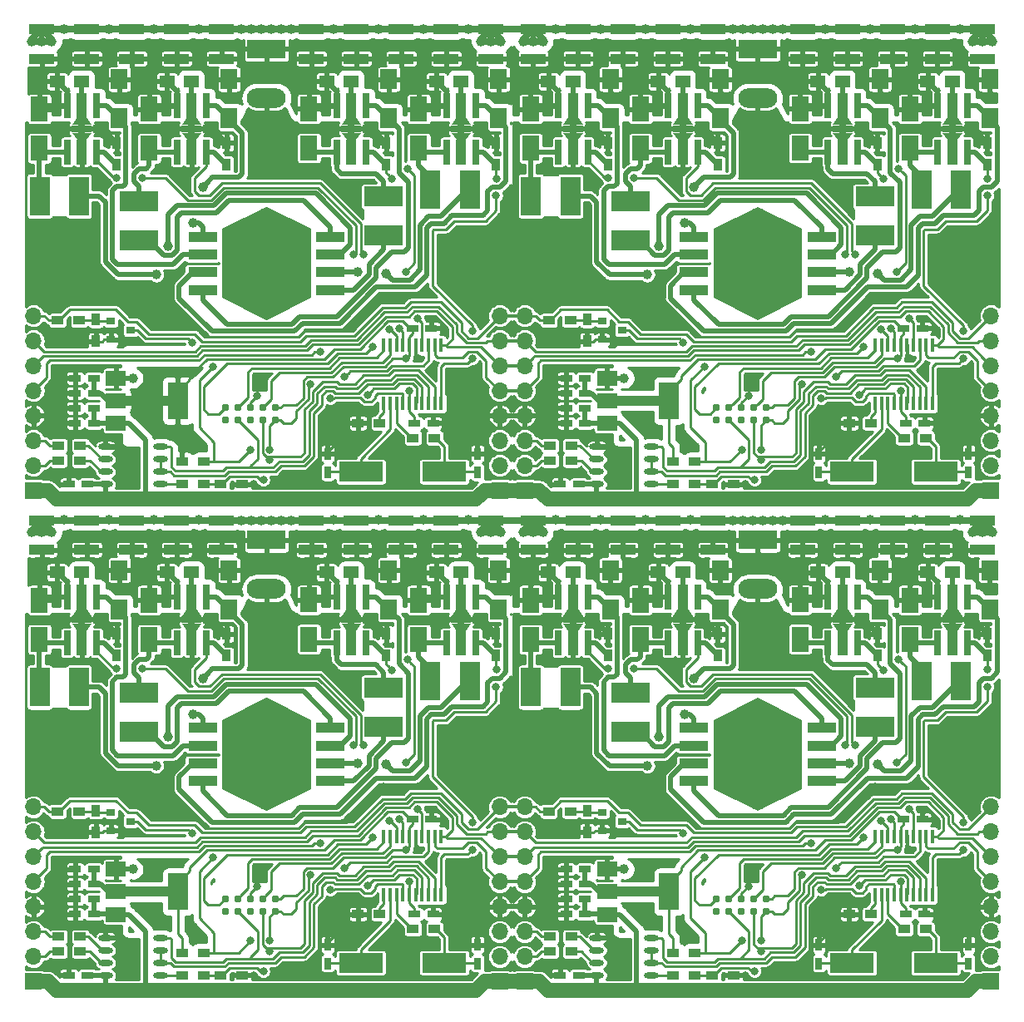
<source format=gtl>
G04 #@! TF.GenerationSoftware,KiCad,Pcbnew,5.1.4*
G04 #@! TF.CreationDate,2019-08-27T21:41:19+02:00*
G04 #@! TF.ProjectId,led_pixel_stm32f030_x4,6c65645f-7069-4786-956c-5f73746d3332,1.1*
G04 #@! TF.SameCoordinates,Original*
G04 #@! TF.FileFunction,Copper,L1,Top*
G04 #@! TF.FilePolarity,Positive*
%FSLAX46Y46*%
G04 Gerber Fmt 4.6, Leading zero omitted, Abs format (unit mm)*
G04 Created by KiCad (PCBNEW 5.1.4) date 2019-08-27 21:41:19*
%MOMM*%
%LPD*%
G04 APERTURE LIST*
%ADD10R,2.500000X1.000000*%
%ADD11R,3.000000X1.000000*%
%ADD12C,7.000000*%
%ADD13C,0.100000*%
%ADD14C,0.500000*%
%ADD15C,2.020524*%
%ADD16R,1.500000X1.250000*%
%ADD17R,0.900000X0.800000*%
%ADD18R,1.200000X0.750000*%
%ADD19C,6.400000*%
%ADD20C,0.600000*%
%ADD21R,0.900000X1.200000*%
%ADD22R,1.800000X2.500000*%
%ADD23R,4.000000X2.000000*%
%ADD24R,1.700000X2.000000*%
%ADD25R,2.000000X3.800000*%
%ADD26R,2.000000X1.500000*%
%ADD27R,0.450000X1.450000*%
%ADD28R,2.000000X4.000000*%
%ADD29R,2.000000X0.800000*%
%ADD30C,0.750000*%
%ADD31R,1.000000X2.500000*%
%ADD32R,0.700000X2.500000*%
%ADD33R,1.200000X0.900000*%
%ADD34R,4.500000X2.000000*%
%ADD35R,0.750000X1.200000*%
%ADD36R,1.700000X1.700000*%
%ADD37O,1.700000X1.700000*%
%ADD38O,1.473200X0.609600*%
%ADD39R,3.960000X1.980000*%
%ADD40O,3.960000X1.980000*%
%ADD41C,0.787400*%
%ADD42C,0.800000*%
%ADD43C,1.000000*%
%ADD44C,0.250000*%
%ADD45C,1.000000*%
%ADD46C,0.500000*%
%ADD47C,0.300000*%
%ADD48C,0.700000*%
%ADD49C,1.500000*%
%ADD50C,0.254000*%
G04 APERTURE END LIST*
D10*
X134572000Y-106148000D03*
X134572000Y-109148000D03*
X125428000Y-109148000D03*
X125428000Y-106148000D03*
X120856000Y-109148000D03*
X120856000Y-106148000D03*
X116284000Y-109148000D03*
X116284000Y-106148000D03*
X111712000Y-109148000D03*
X111712000Y-106148000D03*
X107140000Y-106148000D03*
X107140000Y-109148000D03*
D11*
X123500000Y-127300000D03*
X123500000Y-130900000D03*
X123500000Y-132700000D03*
X136500000Y-132700000D03*
X136500000Y-130900000D03*
X136500000Y-127300000D03*
D12*
X130000000Y-130000000D03*
D13*
G36*
X125500000Y-133500000D02*
G01*
X125500000Y-126500000D01*
X134500000Y-126500000D01*
X134500000Y-133500000D01*
X125500000Y-133500000D01*
X125500000Y-133500000D01*
G37*
D11*
X123500000Y-129100000D03*
X136500000Y-129100000D03*
D14*
X130000000Y-130000000D03*
X130000000Y-129000000D03*
X130000000Y-128000000D03*
X130000000Y-127000000D03*
X130000000Y-126000000D03*
X130000000Y-125000000D03*
X130000000Y-131000000D03*
X130000000Y-132000000D03*
X130000000Y-133000000D03*
X130000000Y-134000000D03*
X130000000Y-135000000D03*
X131000000Y-134500000D03*
X132000000Y-134000000D03*
X133000000Y-133500000D03*
X134000000Y-133000000D03*
X134000000Y-132000000D03*
X134000000Y-131000000D03*
X134000000Y-130000000D03*
X134000000Y-129000000D03*
X134000000Y-128000000D03*
X134000000Y-127000000D03*
X133000000Y-126500000D03*
X132000000Y-126000000D03*
X131000000Y-125500000D03*
X131000000Y-126500000D03*
X131000000Y-127500000D03*
X131000000Y-128500000D03*
X131000000Y-129500000D03*
X131000000Y-130500000D03*
X131000000Y-131500000D03*
X131000000Y-132500000D03*
X131000000Y-133500000D03*
X132000000Y-133000000D03*
X132000000Y-132000000D03*
X132000000Y-131000000D03*
X132000000Y-130000000D03*
X132000000Y-129000000D03*
X132000000Y-128000000D03*
X132000000Y-127000000D03*
X133000000Y-127500000D03*
X133000000Y-128500000D03*
X133000000Y-129500000D03*
X133000000Y-130500000D03*
X133000000Y-131500000D03*
X133000000Y-132500000D03*
X129000000Y-134500000D03*
X129000000Y-133500000D03*
X129000000Y-132500000D03*
X129000000Y-131500000D03*
X129000000Y-130500000D03*
X129000000Y-129500000D03*
X129000000Y-128500000D03*
X129000000Y-127500000D03*
X129000000Y-126500000D03*
X129000000Y-125500000D03*
X128000000Y-126000000D03*
X128000000Y-127000000D03*
X128000000Y-128000000D03*
X128000000Y-129000000D03*
X128000000Y-130000000D03*
X128000000Y-131000000D03*
X128000000Y-132000000D03*
X128000000Y-133000000D03*
X128000000Y-134000000D03*
X127000000Y-133500000D03*
X127000000Y-132500000D03*
X127000000Y-131500000D03*
X127000000Y-130500000D03*
X127000000Y-129500000D03*
X127000000Y-128500000D03*
X127000000Y-127500000D03*
X127000000Y-126500000D03*
X126000000Y-127000000D03*
X126000000Y-128000000D03*
X126000000Y-129000000D03*
X126000000Y-130000000D03*
X126000000Y-131000000D03*
X126000000Y-132000000D03*
X126000000Y-133000000D03*
D15*
X130000000Y-125375000D03*
D13*
G36*
X125500000Y-126500000D02*
G01*
X129990000Y-124250000D01*
X130010000Y-124250000D01*
X134500000Y-126500000D01*
X125500000Y-126500000D01*
X125500000Y-126500000D01*
G37*
D15*
X130000000Y-134625000D03*
D13*
G36*
X134500000Y-133500000D02*
G01*
X130010000Y-135750000D01*
X129990000Y-135750000D01*
X125500000Y-133500000D01*
X134500000Y-133500000D01*
X134500000Y-133500000D01*
G37*
D16*
X119860000Y-111458000D03*
X122360000Y-111458000D03*
D17*
X114166400Y-135857200D03*
X114166400Y-137757200D03*
X116166400Y-136807200D03*
D16*
X147292000Y-111458000D03*
X149792000Y-111458000D03*
D18*
X110508000Y-141684000D03*
X112408000Y-141684000D03*
D19*
X151000000Y-130000000D03*
D20*
X153400000Y-130000000D03*
X152697056Y-131697056D03*
X151000000Y-132400000D03*
X149302944Y-131697056D03*
X148600000Y-130000000D03*
X149302944Y-128302944D03*
X151000000Y-127600000D03*
X152697056Y-128302944D03*
X110697056Y-128302944D03*
X109000000Y-127600000D03*
X107302944Y-128302944D03*
X106600000Y-130000000D03*
X107302944Y-131697056D03*
X109000000Y-132400000D03*
X110697056Y-131697056D03*
X111400000Y-130000000D03*
D19*
X109000000Y-130000000D03*
D10*
X152860000Y-109148000D03*
X152860000Y-106148000D03*
X148288000Y-106148000D03*
X148288000Y-109148000D03*
X143716000Y-106148000D03*
X143716000Y-109148000D03*
X139144000Y-106148000D03*
X139144000Y-109148000D03*
D21*
X125936000Y-119924000D03*
X125936000Y-117724000D03*
D22*
X145494000Y-118284000D03*
X145494000Y-114284000D03*
D23*
X141938000Y-127174000D03*
X141938000Y-123174000D03*
D16*
X138616000Y-111458000D03*
X136116000Y-111458000D03*
D24*
X115014000Y-111236000D03*
X115014000Y-115236000D03*
D21*
X112626400Y-137907200D03*
X112626400Y-135707200D03*
D18*
X146761200Y-136603800D03*
X144861200Y-136603800D03*
D21*
X114760000Y-117724000D03*
X114760000Y-119924000D03*
D25*
X120958000Y-143970000D03*
D26*
X114658000Y-143970000D03*
X114658000Y-146270000D03*
X114658000Y-141670000D03*
D27*
X141934000Y-144253000D03*
X142584000Y-144253000D03*
X143234000Y-144253000D03*
X143884000Y-144253000D03*
X144534000Y-144253000D03*
X145184000Y-144253000D03*
X145834000Y-144253000D03*
X146484000Y-144253000D03*
X147134000Y-144253000D03*
X147784000Y-144253000D03*
X147784000Y-138353000D03*
X147134000Y-138353000D03*
X146484000Y-138353000D03*
X145834000Y-138353000D03*
X145184000Y-138353000D03*
X144534000Y-138353000D03*
X143884000Y-138353000D03*
X143234000Y-138353000D03*
X142584000Y-138353000D03*
X141934000Y-138353000D03*
D28*
X150669000Y-122507000D03*
X146669000Y-122507000D03*
D29*
X149812000Y-116284000D03*
D30*
X149812000Y-117064000D03*
D13*
G36*
X150812000Y-116689000D02*
G01*
X150312000Y-117439000D01*
X149312000Y-117439000D01*
X148812000Y-116689000D01*
X150812000Y-116689000D01*
X150812000Y-116689000D01*
G37*
D31*
X149812000Y-113934000D03*
D32*
X151312000Y-118634000D03*
D31*
X149812000Y-118634000D03*
D32*
X148312000Y-118634000D03*
X151312000Y-113934000D03*
X148312000Y-113934000D03*
D30*
X149812000Y-115504000D03*
D13*
G36*
X148812000Y-115879000D02*
G01*
X149312000Y-115129000D01*
X150312000Y-115129000D01*
X150812000Y-115879000D01*
X148812000Y-115879000D01*
X148812000Y-115879000D01*
G37*
D33*
X121407000Y-152479000D03*
X123607000Y-152479000D03*
D18*
X145054500Y-146256000D03*
X146954500Y-146256000D03*
D22*
X118062000Y-114284000D03*
X118062000Y-118284000D03*
D18*
X112408000Y-143208000D03*
X110508000Y-143208000D03*
D34*
X139593000Y-151209000D03*
X148093000Y-151209000D03*
D29*
X138636000Y-116284000D03*
D30*
X138636000Y-117064000D03*
D13*
G36*
X139636000Y-116689000D02*
G01*
X139136000Y-117439000D01*
X138136000Y-117439000D01*
X137636000Y-116689000D01*
X139636000Y-116689000D01*
X139636000Y-116689000D01*
G37*
D31*
X138636000Y-113934000D03*
D32*
X140136000Y-118634000D03*
D31*
X138636000Y-118634000D03*
D32*
X137136000Y-118634000D03*
X140136000Y-113934000D03*
X137136000Y-113934000D03*
D30*
X138636000Y-115504000D03*
D13*
G36*
X137636000Y-115879000D02*
G01*
X138136000Y-115129000D01*
X139136000Y-115129000D01*
X139636000Y-115879000D01*
X137636000Y-115879000D01*
X137636000Y-115879000D01*
G37*
D33*
X141514000Y-146256000D03*
X139314000Y-146256000D03*
D24*
X153622000Y-111236000D03*
X153622000Y-115236000D03*
D35*
X136223000Y-151270000D03*
X136223000Y-149370000D03*
D33*
X108732400Y-135791200D03*
X110932400Y-135791200D03*
D18*
X112408000Y-146256000D03*
X110508000Y-146256000D03*
D33*
X111034000Y-150066000D03*
X108834000Y-150066000D03*
X127544000Y-152479000D03*
X125344000Y-152479000D03*
D36*
X106270000Y-153114000D03*
D37*
X106270000Y-150574000D03*
X106270000Y-148034000D03*
X106270000Y-145494000D03*
X106270000Y-142954000D03*
X106270000Y-140414000D03*
X106270000Y-137874000D03*
X106270000Y-135334000D03*
D22*
X134318000Y-114258600D03*
X134318000Y-118258600D03*
D35*
X151463000Y-149370000D03*
X151463000Y-151270000D03*
D21*
X142192000Y-117724000D03*
X142192000Y-119924000D03*
D38*
X119205000Y-152479000D03*
X119205000Y-151209000D03*
X119205000Y-149939000D03*
X119205000Y-148669000D03*
X113617000Y-148669000D03*
X113617000Y-149939000D03*
X113617000Y-151209000D03*
X113617000Y-152479000D03*
D33*
X147102000Y-147780000D03*
X144902000Y-147780000D03*
D21*
X153368000Y-119924000D03*
X153368000Y-117724000D03*
D22*
X106886000Y-118284000D03*
X106886000Y-114284000D03*
D37*
X153730000Y-135334000D03*
X153730000Y-137874000D03*
X153730000Y-140414000D03*
X153730000Y-142954000D03*
X153730000Y-145494000D03*
X153730000Y-148034000D03*
X153730000Y-150574000D03*
D36*
X153730000Y-153114000D03*
D18*
X110508000Y-144732000D03*
X112408000Y-144732000D03*
D24*
X126190000Y-115236000D03*
X126190000Y-111236000D03*
D39*
X130000000Y-108156000D03*
D40*
X130000000Y-113156000D03*
D23*
X117046000Y-123682000D03*
X117046000Y-127682000D03*
D29*
X122380000Y-116284000D03*
D30*
X122380000Y-117064000D03*
D13*
G36*
X123380000Y-116689000D02*
G01*
X122880000Y-117439000D01*
X121880000Y-117439000D01*
X121380000Y-116689000D01*
X123380000Y-116689000D01*
X123380000Y-116689000D01*
G37*
D31*
X122380000Y-113934000D03*
D32*
X123880000Y-118634000D03*
D31*
X122380000Y-118634000D03*
D32*
X120880000Y-118634000D03*
X123880000Y-113934000D03*
X120880000Y-113934000D03*
D30*
X122380000Y-115504000D03*
D13*
G36*
X121380000Y-115879000D02*
G01*
X121880000Y-115129000D01*
X122880000Y-115129000D01*
X123380000Y-115879000D01*
X121380000Y-115879000D01*
X121380000Y-115879000D01*
G37*
D18*
X111773000Y-152479000D03*
X109873000Y-152479000D03*
D33*
X111034000Y-148542000D03*
X108834000Y-148542000D03*
D16*
X108684000Y-111458000D03*
X111184000Y-111458000D03*
D29*
X111204000Y-116284000D03*
D30*
X111204000Y-117064000D03*
D13*
G36*
X112204000Y-116689000D02*
G01*
X111704000Y-117439000D01*
X110704000Y-117439000D01*
X110204000Y-116689000D01*
X112204000Y-116689000D01*
X112204000Y-116689000D01*
G37*
D31*
X111204000Y-113934000D03*
D32*
X112704000Y-118634000D03*
D31*
X111204000Y-118634000D03*
D32*
X109704000Y-118634000D03*
X112704000Y-113934000D03*
X109704000Y-113934000D03*
D30*
X111204000Y-115504000D03*
D13*
G36*
X110204000Y-115879000D02*
G01*
X110704000Y-115129000D01*
X111704000Y-115129000D01*
X112204000Y-115879000D01*
X110204000Y-115879000D01*
X110204000Y-115879000D01*
G37*
D33*
X123607000Y-150193000D03*
X121407000Y-150193000D03*
D24*
X142446000Y-115236000D03*
X142446000Y-111236000D03*
D41*
X128336000Y-144681000D03*
X128336000Y-145951000D03*
X129606000Y-145951000D03*
X129606000Y-144681000D03*
X130876000Y-145951000D03*
X130876000Y-144681000D03*
X127066000Y-145951000D03*
X125796000Y-145951000D03*
X125796000Y-144681000D03*
X127066000Y-144681000D03*
D28*
X106918000Y-123142000D03*
X110918000Y-123142000D03*
D10*
X84572000Y-106148000D03*
X84572000Y-109148000D03*
X75428000Y-109148000D03*
X75428000Y-106148000D03*
X70856000Y-109148000D03*
X70856000Y-106148000D03*
X66284000Y-109148000D03*
X66284000Y-106148000D03*
X61712000Y-109148000D03*
X61712000Y-106148000D03*
X57140000Y-106148000D03*
X57140000Y-109148000D03*
D11*
X73500000Y-127300000D03*
X73500000Y-130900000D03*
X73500000Y-132700000D03*
X86500000Y-132700000D03*
X86500000Y-130900000D03*
X86500000Y-127300000D03*
D12*
X80000000Y-130000000D03*
D13*
G36*
X75500000Y-133500000D02*
G01*
X75500000Y-126500000D01*
X84500000Y-126500000D01*
X84500000Y-133500000D01*
X75500000Y-133500000D01*
X75500000Y-133500000D01*
G37*
D11*
X73500000Y-129100000D03*
X86500000Y-129100000D03*
D14*
X80000000Y-130000000D03*
X80000000Y-129000000D03*
X80000000Y-128000000D03*
X80000000Y-127000000D03*
X80000000Y-126000000D03*
X80000000Y-125000000D03*
X80000000Y-131000000D03*
X80000000Y-132000000D03*
X80000000Y-133000000D03*
X80000000Y-134000000D03*
X80000000Y-135000000D03*
X81000000Y-134500000D03*
X82000000Y-134000000D03*
X83000000Y-133500000D03*
X84000000Y-133000000D03*
X84000000Y-132000000D03*
X84000000Y-131000000D03*
X84000000Y-130000000D03*
X84000000Y-129000000D03*
X84000000Y-128000000D03*
X84000000Y-127000000D03*
X83000000Y-126500000D03*
X82000000Y-126000000D03*
X81000000Y-125500000D03*
X81000000Y-126500000D03*
X81000000Y-127500000D03*
X81000000Y-128500000D03*
X81000000Y-129500000D03*
X81000000Y-130500000D03*
X81000000Y-131500000D03*
X81000000Y-132500000D03*
X81000000Y-133500000D03*
X82000000Y-133000000D03*
X82000000Y-132000000D03*
X82000000Y-131000000D03*
X82000000Y-130000000D03*
X82000000Y-129000000D03*
X82000000Y-128000000D03*
X82000000Y-127000000D03*
X83000000Y-127500000D03*
X83000000Y-128500000D03*
X83000000Y-129500000D03*
X83000000Y-130500000D03*
X83000000Y-131500000D03*
X83000000Y-132500000D03*
X79000000Y-134500000D03*
X79000000Y-133500000D03*
X79000000Y-132500000D03*
X79000000Y-131500000D03*
X79000000Y-130500000D03*
X79000000Y-129500000D03*
X79000000Y-128500000D03*
X79000000Y-127500000D03*
X79000000Y-126500000D03*
X79000000Y-125500000D03*
X78000000Y-126000000D03*
X78000000Y-127000000D03*
X78000000Y-128000000D03*
X78000000Y-129000000D03*
X78000000Y-130000000D03*
X78000000Y-131000000D03*
X78000000Y-132000000D03*
X78000000Y-133000000D03*
X78000000Y-134000000D03*
X77000000Y-133500000D03*
X77000000Y-132500000D03*
X77000000Y-131500000D03*
X77000000Y-130500000D03*
X77000000Y-129500000D03*
X77000000Y-128500000D03*
X77000000Y-127500000D03*
X77000000Y-126500000D03*
X76000000Y-127000000D03*
X76000000Y-128000000D03*
X76000000Y-129000000D03*
X76000000Y-130000000D03*
X76000000Y-131000000D03*
X76000000Y-132000000D03*
X76000000Y-133000000D03*
D15*
X80000000Y-125375000D03*
D13*
G36*
X75500000Y-126500000D02*
G01*
X79990000Y-124250000D01*
X80010000Y-124250000D01*
X84500000Y-126500000D01*
X75500000Y-126500000D01*
X75500000Y-126500000D01*
G37*
D15*
X80000000Y-134625000D03*
D13*
G36*
X84500000Y-133500000D02*
G01*
X80010000Y-135750000D01*
X79990000Y-135750000D01*
X75500000Y-133500000D01*
X84500000Y-133500000D01*
X84500000Y-133500000D01*
G37*
D16*
X69860000Y-111458000D03*
X72360000Y-111458000D03*
D17*
X64166400Y-135857200D03*
X64166400Y-137757200D03*
X66166400Y-136807200D03*
D16*
X97292000Y-111458000D03*
X99792000Y-111458000D03*
D18*
X60508000Y-141684000D03*
X62408000Y-141684000D03*
D19*
X101000000Y-130000000D03*
D20*
X103400000Y-130000000D03*
X102697056Y-131697056D03*
X101000000Y-132400000D03*
X99302944Y-131697056D03*
X98600000Y-130000000D03*
X99302944Y-128302944D03*
X101000000Y-127600000D03*
X102697056Y-128302944D03*
X60697056Y-128302944D03*
X59000000Y-127600000D03*
X57302944Y-128302944D03*
X56600000Y-130000000D03*
X57302944Y-131697056D03*
X59000000Y-132400000D03*
X60697056Y-131697056D03*
X61400000Y-130000000D03*
D19*
X59000000Y-130000000D03*
D10*
X102860000Y-109148000D03*
X102860000Y-106148000D03*
X98288000Y-106148000D03*
X98288000Y-109148000D03*
X93716000Y-106148000D03*
X93716000Y-109148000D03*
X89144000Y-106148000D03*
X89144000Y-109148000D03*
D21*
X75936000Y-119924000D03*
X75936000Y-117724000D03*
D22*
X95494000Y-118284000D03*
X95494000Y-114284000D03*
D23*
X91938000Y-127174000D03*
X91938000Y-123174000D03*
D16*
X88616000Y-111458000D03*
X86116000Y-111458000D03*
D24*
X65014000Y-111236000D03*
X65014000Y-115236000D03*
D21*
X62626400Y-137907200D03*
X62626400Y-135707200D03*
D18*
X96761200Y-136603800D03*
X94861200Y-136603800D03*
D21*
X64760000Y-117724000D03*
X64760000Y-119924000D03*
D25*
X70958000Y-143970000D03*
D26*
X64658000Y-143970000D03*
X64658000Y-146270000D03*
X64658000Y-141670000D03*
D27*
X91934000Y-144253000D03*
X92584000Y-144253000D03*
X93234000Y-144253000D03*
X93884000Y-144253000D03*
X94534000Y-144253000D03*
X95184000Y-144253000D03*
X95834000Y-144253000D03*
X96484000Y-144253000D03*
X97134000Y-144253000D03*
X97784000Y-144253000D03*
X97784000Y-138353000D03*
X97134000Y-138353000D03*
X96484000Y-138353000D03*
X95834000Y-138353000D03*
X95184000Y-138353000D03*
X94534000Y-138353000D03*
X93884000Y-138353000D03*
X93234000Y-138353000D03*
X92584000Y-138353000D03*
X91934000Y-138353000D03*
D28*
X100669000Y-122507000D03*
X96669000Y-122507000D03*
D29*
X99812000Y-116284000D03*
D30*
X99812000Y-117064000D03*
D13*
G36*
X100812000Y-116689000D02*
G01*
X100312000Y-117439000D01*
X99312000Y-117439000D01*
X98812000Y-116689000D01*
X100812000Y-116689000D01*
X100812000Y-116689000D01*
G37*
D31*
X99812000Y-113934000D03*
D32*
X101312000Y-118634000D03*
D31*
X99812000Y-118634000D03*
D32*
X98312000Y-118634000D03*
X101312000Y-113934000D03*
X98312000Y-113934000D03*
D30*
X99812000Y-115504000D03*
D13*
G36*
X98812000Y-115879000D02*
G01*
X99312000Y-115129000D01*
X100312000Y-115129000D01*
X100812000Y-115879000D01*
X98812000Y-115879000D01*
X98812000Y-115879000D01*
G37*
D33*
X71407000Y-152479000D03*
X73607000Y-152479000D03*
D18*
X95054500Y-146256000D03*
X96954500Y-146256000D03*
D22*
X68062000Y-114284000D03*
X68062000Y-118284000D03*
D18*
X62408000Y-143208000D03*
X60508000Y-143208000D03*
D34*
X89593000Y-151209000D03*
X98093000Y-151209000D03*
D29*
X88636000Y-116284000D03*
D30*
X88636000Y-117064000D03*
D13*
G36*
X89636000Y-116689000D02*
G01*
X89136000Y-117439000D01*
X88136000Y-117439000D01*
X87636000Y-116689000D01*
X89636000Y-116689000D01*
X89636000Y-116689000D01*
G37*
D31*
X88636000Y-113934000D03*
D32*
X90136000Y-118634000D03*
D31*
X88636000Y-118634000D03*
D32*
X87136000Y-118634000D03*
X90136000Y-113934000D03*
X87136000Y-113934000D03*
D30*
X88636000Y-115504000D03*
D13*
G36*
X87636000Y-115879000D02*
G01*
X88136000Y-115129000D01*
X89136000Y-115129000D01*
X89636000Y-115879000D01*
X87636000Y-115879000D01*
X87636000Y-115879000D01*
G37*
D33*
X91514000Y-146256000D03*
X89314000Y-146256000D03*
D24*
X103622000Y-111236000D03*
X103622000Y-115236000D03*
D35*
X86223000Y-151270000D03*
X86223000Y-149370000D03*
D33*
X58732400Y-135791200D03*
X60932400Y-135791200D03*
D18*
X62408000Y-146256000D03*
X60508000Y-146256000D03*
D33*
X61034000Y-150066000D03*
X58834000Y-150066000D03*
X77544000Y-152479000D03*
X75344000Y-152479000D03*
D36*
X56270000Y-153114000D03*
D37*
X56270000Y-150574000D03*
X56270000Y-148034000D03*
X56270000Y-145494000D03*
X56270000Y-142954000D03*
X56270000Y-140414000D03*
X56270000Y-137874000D03*
X56270000Y-135334000D03*
D22*
X84318000Y-114258600D03*
X84318000Y-118258600D03*
D35*
X101463000Y-149370000D03*
X101463000Y-151270000D03*
D21*
X92192000Y-117724000D03*
X92192000Y-119924000D03*
D38*
X69205000Y-152479000D03*
X69205000Y-151209000D03*
X69205000Y-149939000D03*
X69205000Y-148669000D03*
X63617000Y-148669000D03*
X63617000Y-149939000D03*
X63617000Y-151209000D03*
X63617000Y-152479000D03*
D33*
X97102000Y-147780000D03*
X94902000Y-147780000D03*
D21*
X103368000Y-119924000D03*
X103368000Y-117724000D03*
D22*
X56886000Y-118284000D03*
X56886000Y-114284000D03*
D37*
X103730000Y-135334000D03*
X103730000Y-137874000D03*
X103730000Y-140414000D03*
X103730000Y-142954000D03*
X103730000Y-145494000D03*
X103730000Y-148034000D03*
X103730000Y-150574000D03*
D36*
X103730000Y-153114000D03*
D18*
X60508000Y-144732000D03*
X62408000Y-144732000D03*
D24*
X76190000Y-115236000D03*
X76190000Y-111236000D03*
D39*
X80000000Y-108156000D03*
D40*
X80000000Y-113156000D03*
D23*
X67046000Y-123682000D03*
X67046000Y-127682000D03*
D29*
X72380000Y-116284000D03*
D30*
X72380000Y-117064000D03*
D13*
G36*
X73380000Y-116689000D02*
G01*
X72880000Y-117439000D01*
X71880000Y-117439000D01*
X71380000Y-116689000D01*
X73380000Y-116689000D01*
X73380000Y-116689000D01*
G37*
D31*
X72380000Y-113934000D03*
D32*
X73880000Y-118634000D03*
D31*
X72380000Y-118634000D03*
D32*
X70880000Y-118634000D03*
X73880000Y-113934000D03*
X70880000Y-113934000D03*
D30*
X72380000Y-115504000D03*
D13*
G36*
X71380000Y-115879000D02*
G01*
X71880000Y-115129000D01*
X72880000Y-115129000D01*
X73380000Y-115879000D01*
X71380000Y-115879000D01*
X71380000Y-115879000D01*
G37*
D18*
X61773000Y-152479000D03*
X59873000Y-152479000D03*
D33*
X61034000Y-148542000D03*
X58834000Y-148542000D03*
D16*
X58684000Y-111458000D03*
X61184000Y-111458000D03*
D29*
X61204000Y-116284000D03*
D30*
X61204000Y-117064000D03*
D13*
G36*
X62204000Y-116689000D02*
G01*
X61704000Y-117439000D01*
X60704000Y-117439000D01*
X60204000Y-116689000D01*
X62204000Y-116689000D01*
X62204000Y-116689000D01*
G37*
D31*
X61204000Y-113934000D03*
D32*
X62704000Y-118634000D03*
D31*
X61204000Y-118634000D03*
D32*
X59704000Y-118634000D03*
X62704000Y-113934000D03*
X59704000Y-113934000D03*
D30*
X61204000Y-115504000D03*
D13*
G36*
X60204000Y-115879000D02*
G01*
X60704000Y-115129000D01*
X61704000Y-115129000D01*
X62204000Y-115879000D01*
X60204000Y-115879000D01*
X60204000Y-115879000D01*
G37*
D33*
X73607000Y-150193000D03*
X71407000Y-150193000D03*
D24*
X92446000Y-115236000D03*
X92446000Y-111236000D03*
D41*
X78336000Y-144681000D03*
X78336000Y-145951000D03*
X79606000Y-145951000D03*
X79606000Y-144681000D03*
X80876000Y-145951000D03*
X80876000Y-144681000D03*
X77066000Y-145951000D03*
X75796000Y-145951000D03*
X75796000Y-144681000D03*
X77066000Y-144681000D03*
D28*
X56918000Y-123142000D03*
X60918000Y-123142000D03*
D10*
X134572000Y-56148000D03*
X134572000Y-59148000D03*
X125428000Y-59148000D03*
X125428000Y-56148000D03*
X120856000Y-59148000D03*
X120856000Y-56148000D03*
X116284000Y-59148000D03*
X116284000Y-56148000D03*
X111712000Y-59148000D03*
X111712000Y-56148000D03*
X107140000Y-56148000D03*
X107140000Y-59148000D03*
D11*
X123500000Y-77300000D03*
X123500000Y-80900000D03*
X123500000Y-82700000D03*
X136500000Y-82700000D03*
X136500000Y-80900000D03*
X136500000Y-77300000D03*
D12*
X130000000Y-80000000D03*
D13*
G36*
X125500000Y-83500000D02*
G01*
X125500000Y-76500000D01*
X134500000Y-76500000D01*
X134500000Y-83500000D01*
X125500000Y-83500000D01*
X125500000Y-83500000D01*
G37*
D11*
X123500000Y-79100000D03*
X136500000Y-79100000D03*
D14*
X130000000Y-80000000D03*
X130000000Y-79000000D03*
X130000000Y-78000000D03*
X130000000Y-77000000D03*
X130000000Y-76000000D03*
X130000000Y-75000000D03*
X130000000Y-81000000D03*
X130000000Y-82000000D03*
X130000000Y-83000000D03*
X130000000Y-84000000D03*
X130000000Y-85000000D03*
X131000000Y-84500000D03*
X132000000Y-84000000D03*
X133000000Y-83500000D03*
X134000000Y-83000000D03*
X134000000Y-82000000D03*
X134000000Y-81000000D03*
X134000000Y-80000000D03*
X134000000Y-79000000D03*
X134000000Y-78000000D03*
X134000000Y-77000000D03*
X133000000Y-76500000D03*
X132000000Y-76000000D03*
X131000000Y-75500000D03*
X131000000Y-76500000D03*
X131000000Y-77500000D03*
X131000000Y-78500000D03*
X131000000Y-79500000D03*
X131000000Y-80500000D03*
X131000000Y-81500000D03*
X131000000Y-82500000D03*
X131000000Y-83500000D03*
X132000000Y-83000000D03*
X132000000Y-82000000D03*
X132000000Y-81000000D03*
X132000000Y-80000000D03*
X132000000Y-79000000D03*
X132000000Y-78000000D03*
X132000000Y-77000000D03*
X133000000Y-77500000D03*
X133000000Y-78500000D03*
X133000000Y-79500000D03*
X133000000Y-80500000D03*
X133000000Y-81500000D03*
X133000000Y-82500000D03*
X129000000Y-84500000D03*
X129000000Y-83500000D03*
X129000000Y-82500000D03*
X129000000Y-81500000D03*
X129000000Y-80500000D03*
X129000000Y-79500000D03*
X129000000Y-78500000D03*
X129000000Y-77500000D03*
X129000000Y-76500000D03*
X129000000Y-75500000D03*
X128000000Y-76000000D03*
X128000000Y-77000000D03*
X128000000Y-78000000D03*
X128000000Y-79000000D03*
X128000000Y-80000000D03*
X128000000Y-81000000D03*
X128000000Y-82000000D03*
X128000000Y-83000000D03*
X128000000Y-84000000D03*
X127000000Y-83500000D03*
X127000000Y-82500000D03*
X127000000Y-81500000D03*
X127000000Y-80500000D03*
X127000000Y-79500000D03*
X127000000Y-78500000D03*
X127000000Y-77500000D03*
X127000000Y-76500000D03*
X126000000Y-77000000D03*
X126000000Y-78000000D03*
X126000000Y-79000000D03*
X126000000Y-80000000D03*
X126000000Y-81000000D03*
X126000000Y-82000000D03*
X126000000Y-83000000D03*
D15*
X130000000Y-75375000D03*
D13*
G36*
X125500000Y-76500000D02*
G01*
X129990000Y-74250000D01*
X130010000Y-74250000D01*
X134500000Y-76500000D01*
X125500000Y-76500000D01*
X125500000Y-76500000D01*
G37*
D15*
X130000000Y-84625000D03*
D13*
G36*
X134500000Y-83500000D02*
G01*
X130010000Y-85750000D01*
X129990000Y-85750000D01*
X125500000Y-83500000D01*
X134500000Y-83500000D01*
X134500000Y-83500000D01*
G37*
D16*
X119860000Y-61458000D03*
X122360000Y-61458000D03*
D17*
X114166400Y-85857200D03*
X114166400Y-87757200D03*
X116166400Y-86807200D03*
D16*
X147292000Y-61458000D03*
X149792000Y-61458000D03*
D18*
X110508000Y-91684000D03*
X112408000Y-91684000D03*
D19*
X151000000Y-80000000D03*
D20*
X153400000Y-80000000D03*
X152697056Y-81697056D03*
X151000000Y-82400000D03*
X149302944Y-81697056D03*
X148600000Y-80000000D03*
X149302944Y-78302944D03*
X151000000Y-77600000D03*
X152697056Y-78302944D03*
X110697056Y-78302944D03*
X109000000Y-77600000D03*
X107302944Y-78302944D03*
X106600000Y-80000000D03*
X107302944Y-81697056D03*
X109000000Y-82400000D03*
X110697056Y-81697056D03*
X111400000Y-80000000D03*
D19*
X109000000Y-80000000D03*
D10*
X152860000Y-59148000D03*
X152860000Y-56148000D03*
X148288000Y-56148000D03*
X148288000Y-59148000D03*
X143716000Y-56148000D03*
X143716000Y-59148000D03*
X139144000Y-56148000D03*
X139144000Y-59148000D03*
D21*
X125936000Y-69924000D03*
X125936000Y-67724000D03*
D22*
X145494000Y-68284000D03*
X145494000Y-64284000D03*
D23*
X141938000Y-77174000D03*
X141938000Y-73174000D03*
D16*
X138616000Y-61458000D03*
X136116000Y-61458000D03*
D24*
X115014000Y-61236000D03*
X115014000Y-65236000D03*
D21*
X112626400Y-87907200D03*
X112626400Y-85707200D03*
D18*
X146761200Y-86603800D03*
X144861200Y-86603800D03*
D21*
X114760000Y-67724000D03*
X114760000Y-69924000D03*
D25*
X120958000Y-93970000D03*
D26*
X114658000Y-93970000D03*
X114658000Y-96270000D03*
X114658000Y-91670000D03*
D27*
X141934000Y-94253000D03*
X142584000Y-94253000D03*
X143234000Y-94253000D03*
X143884000Y-94253000D03*
X144534000Y-94253000D03*
X145184000Y-94253000D03*
X145834000Y-94253000D03*
X146484000Y-94253000D03*
X147134000Y-94253000D03*
X147784000Y-94253000D03*
X147784000Y-88353000D03*
X147134000Y-88353000D03*
X146484000Y-88353000D03*
X145834000Y-88353000D03*
X145184000Y-88353000D03*
X144534000Y-88353000D03*
X143884000Y-88353000D03*
X143234000Y-88353000D03*
X142584000Y-88353000D03*
X141934000Y-88353000D03*
D28*
X150669000Y-72507000D03*
X146669000Y-72507000D03*
D29*
X149812000Y-66284000D03*
D30*
X149812000Y-67064000D03*
D13*
G36*
X150812000Y-66689000D02*
G01*
X150312000Y-67439000D01*
X149312000Y-67439000D01*
X148812000Y-66689000D01*
X150812000Y-66689000D01*
X150812000Y-66689000D01*
G37*
D31*
X149812000Y-63934000D03*
D32*
X151312000Y-68634000D03*
D31*
X149812000Y-68634000D03*
D32*
X148312000Y-68634000D03*
X151312000Y-63934000D03*
X148312000Y-63934000D03*
D30*
X149812000Y-65504000D03*
D13*
G36*
X148812000Y-65879000D02*
G01*
X149312000Y-65129000D01*
X150312000Y-65129000D01*
X150812000Y-65879000D01*
X148812000Y-65879000D01*
X148812000Y-65879000D01*
G37*
D33*
X121407000Y-102479000D03*
X123607000Y-102479000D03*
D18*
X145054500Y-96256000D03*
X146954500Y-96256000D03*
D22*
X118062000Y-64284000D03*
X118062000Y-68284000D03*
D18*
X112408000Y-93208000D03*
X110508000Y-93208000D03*
D34*
X139593000Y-101209000D03*
X148093000Y-101209000D03*
D29*
X138636000Y-66284000D03*
D30*
X138636000Y-67064000D03*
D13*
G36*
X139636000Y-66689000D02*
G01*
X139136000Y-67439000D01*
X138136000Y-67439000D01*
X137636000Y-66689000D01*
X139636000Y-66689000D01*
X139636000Y-66689000D01*
G37*
D31*
X138636000Y-63934000D03*
D32*
X140136000Y-68634000D03*
D31*
X138636000Y-68634000D03*
D32*
X137136000Y-68634000D03*
X140136000Y-63934000D03*
X137136000Y-63934000D03*
D30*
X138636000Y-65504000D03*
D13*
G36*
X137636000Y-65879000D02*
G01*
X138136000Y-65129000D01*
X139136000Y-65129000D01*
X139636000Y-65879000D01*
X137636000Y-65879000D01*
X137636000Y-65879000D01*
G37*
D33*
X141514000Y-96256000D03*
X139314000Y-96256000D03*
D24*
X153622000Y-61236000D03*
X153622000Y-65236000D03*
D35*
X136223000Y-101270000D03*
X136223000Y-99370000D03*
D33*
X108732400Y-85791200D03*
X110932400Y-85791200D03*
D18*
X112408000Y-96256000D03*
X110508000Y-96256000D03*
D33*
X111034000Y-100066000D03*
X108834000Y-100066000D03*
X127544000Y-102479000D03*
X125344000Y-102479000D03*
D36*
X106270000Y-103114000D03*
D37*
X106270000Y-100574000D03*
X106270000Y-98034000D03*
X106270000Y-95494000D03*
X106270000Y-92954000D03*
X106270000Y-90414000D03*
X106270000Y-87874000D03*
X106270000Y-85334000D03*
D22*
X134318000Y-64258600D03*
X134318000Y-68258600D03*
D35*
X151463000Y-99370000D03*
X151463000Y-101270000D03*
D21*
X142192000Y-67724000D03*
X142192000Y-69924000D03*
D38*
X119205000Y-102479000D03*
X119205000Y-101209000D03*
X119205000Y-99939000D03*
X119205000Y-98669000D03*
X113617000Y-98669000D03*
X113617000Y-99939000D03*
X113617000Y-101209000D03*
X113617000Y-102479000D03*
D33*
X147102000Y-97780000D03*
X144902000Y-97780000D03*
D21*
X153368000Y-69924000D03*
X153368000Y-67724000D03*
D22*
X106886000Y-68284000D03*
X106886000Y-64284000D03*
D37*
X153730000Y-85334000D03*
X153730000Y-87874000D03*
X153730000Y-90414000D03*
X153730000Y-92954000D03*
X153730000Y-95494000D03*
X153730000Y-98034000D03*
X153730000Y-100574000D03*
D36*
X153730000Y-103114000D03*
D18*
X110508000Y-94732000D03*
X112408000Y-94732000D03*
D24*
X126190000Y-65236000D03*
X126190000Y-61236000D03*
D39*
X130000000Y-58156000D03*
D40*
X130000000Y-63156000D03*
D23*
X117046000Y-73682000D03*
X117046000Y-77682000D03*
D29*
X122380000Y-66284000D03*
D30*
X122380000Y-67064000D03*
D13*
G36*
X123380000Y-66689000D02*
G01*
X122880000Y-67439000D01*
X121880000Y-67439000D01*
X121380000Y-66689000D01*
X123380000Y-66689000D01*
X123380000Y-66689000D01*
G37*
D31*
X122380000Y-63934000D03*
D32*
X123880000Y-68634000D03*
D31*
X122380000Y-68634000D03*
D32*
X120880000Y-68634000D03*
X123880000Y-63934000D03*
X120880000Y-63934000D03*
D30*
X122380000Y-65504000D03*
D13*
G36*
X121380000Y-65879000D02*
G01*
X121880000Y-65129000D01*
X122880000Y-65129000D01*
X123380000Y-65879000D01*
X121380000Y-65879000D01*
X121380000Y-65879000D01*
G37*
D18*
X111773000Y-102479000D03*
X109873000Y-102479000D03*
D33*
X111034000Y-98542000D03*
X108834000Y-98542000D03*
D16*
X108684000Y-61458000D03*
X111184000Y-61458000D03*
D29*
X111204000Y-66284000D03*
D30*
X111204000Y-67064000D03*
D13*
G36*
X112204000Y-66689000D02*
G01*
X111704000Y-67439000D01*
X110704000Y-67439000D01*
X110204000Y-66689000D01*
X112204000Y-66689000D01*
X112204000Y-66689000D01*
G37*
D31*
X111204000Y-63934000D03*
D32*
X112704000Y-68634000D03*
D31*
X111204000Y-68634000D03*
D32*
X109704000Y-68634000D03*
X112704000Y-63934000D03*
X109704000Y-63934000D03*
D30*
X111204000Y-65504000D03*
D13*
G36*
X110204000Y-65879000D02*
G01*
X110704000Y-65129000D01*
X111704000Y-65129000D01*
X112204000Y-65879000D01*
X110204000Y-65879000D01*
X110204000Y-65879000D01*
G37*
D33*
X123607000Y-100193000D03*
X121407000Y-100193000D03*
D24*
X142446000Y-65236000D03*
X142446000Y-61236000D03*
D41*
X128336000Y-94681000D03*
X128336000Y-95951000D03*
X129606000Y-95951000D03*
X129606000Y-94681000D03*
X130876000Y-95951000D03*
X130876000Y-94681000D03*
X127066000Y-95951000D03*
X125796000Y-95951000D03*
X125796000Y-94681000D03*
X127066000Y-94681000D03*
D28*
X106918000Y-73142000D03*
X110918000Y-73142000D03*
D15*
X80000000Y-84625000D03*
D13*
G36*
X84500000Y-83500000D02*
G01*
X80010000Y-85750000D01*
X79990000Y-85750000D01*
X75500000Y-83500000D01*
X84500000Y-83500000D01*
X84500000Y-83500000D01*
G37*
D15*
X80000000Y-75375000D03*
D13*
G36*
X75500000Y-76500000D02*
G01*
X79990000Y-74250000D01*
X80010000Y-74250000D01*
X84500000Y-76500000D01*
X75500000Y-76500000D01*
X75500000Y-76500000D01*
G37*
D14*
X76000000Y-83000000D03*
X76000000Y-82000000D03*
X76000000Y-81000000D03*
X76000000Y-80000000D03*
X76000000Y-79000000D03*
X76000000Y-78000000D03*
X76000000Y-77000000D03*
X77000000Y-76500000D03*
X77000000Y-77500000D03*
X77000000Y-78500000D03*
X77000000Y-79500000D03*
X77000000Y-80500000D03*
X77000000Y-81500000D03*
X77000000Y-82500000D03*
X77000000Y-83500000D03*
X78000000Y-84000000D03*
X78000000Y-83000000D03*
X78000000Y-82000000D03*
X78000000Y-81000000D03*
X78000000Y-80000000D03*
X78000000Y-79000000D03*
X78000000Y-78000000D03*
X78000000Y-77000000D03*
X78000000Y-76000000D03*
X79000000Y-75500000D03*
X79000000Y-76500000D03*
X79000000Y-77500000D03*
X79000000Y-78500000D03*
X79000000Y-79500000D03*
X79000000Y-80500000D03*
X79000000Y-81500000D03*
X79000000Y-82500000D03*
X79000000Y-83500000D03*
X79000000Y-84500000D03*
X83000000Y-82500000D03*
X83000000Y-81500000D03*
X83000000Y-80500000D03*
X83000000Y-79500000D03*
X83000000Y-78500000D03*
X83000000Y-77500000D03*
X82000000Y-77000000D03*
X82000000Y-78000000D03*
X82000000Y-79000000D03*
X82000000Y-80000000D03*
X82000000Y-81000000D03*
X82000000Y-82000000D03*
X82000000Y-83000000D03*
X81000000Y-83500000D03*
X81000000Y-82500000D03*
X81000000Y-81500000D03*
X81000000Y-80500000D03*
X81000000Y-79500000D03*
X81000000Y-78500000D03*
X81000000Y-77500000D03*
X81000000Y-76500000D03*
X81000000Y-75500000D03*
X82000000Y-76000000D03*
X83000000Y-76500000D03*
X84000000Y-77000000D03*
X84000000Y-78000000D03*
X84000000Y-79000000D03*
X84000000Y-80000000D03*
X84000000Y-81000000D03*
X84000000Y-82000000D03*
X84000000Y-83000000D03*
X83000000Y-83500000D03*
X82000000Y-84000000D03*
X81000000Y-84500000D03*
X80000000Y-85000000D03*
X80000000Y-84000000D03*
X80000000Y-83000000D03*
X80000000Y-82000000D03*
X80000000Y-81000000D03*
X80000000Y-75000000D03*
X80000000Y-76000000D03*
X80000000Y-77000000D03*
X80000000Y-78000000D03*
X80000000Y-79000000D03*
X80000000Y-80000000D03*
D11*
X86500000Y-79100000D03*
X73500000Y-79100000D03*
D12*
X80000000Y-80000000D03*
D13*
G36*
X75500000Y-83500000D02*
G01*
X75500000Y-76500000D01*
X84500000Y-76500000D01*
X84500000Y-83500000D01*
X75500000Y-83500000D01*
X75500000Y-83500000D01*
G37*
D11*
X86500000Y-77300000D03*
X86500000Y-80900000D03*
X86500000Y-82700000D03*
X73500000Y-82700000D03*
X73500000Y-80900000D03*
X73500000Y-77300000D03*
D41*
X77066000Y-94681000D03*
X75796000Y-94681000D03*
X75796000Y-95951000D03*
X77066000Y-95951000D03*
X80876000Y-94681000D03*
X80876000Y-95951000D03*
X79606000Y-94681000D03*
X79606000Y-95951000D03*
X78336000Y-95951000D03*
X78336000Y-94681000D03*
D28*
X60918000Y-73142000D03*
X56918000Y-73142000D03*
D17*
X66166400Y-86807200D03*
X64166400Y-87757200D03*
X64166400Y-85857200D03*
D18*
X59873000Y-102479000D03*
X61773000Y-102479000D03*
X94861200Y-86603800D03*
X96761200Y-86603800D03*
X96954500Y-96256000D03*
X95054500Y-96256000D03*
D35*
X86223000Y-99370000D03*
X86223000Y-101270000D03*
X101463000Y-101270000D03*
X101463000Y-99370000D03*
D18*
X62408000Y-94732000D03*
X60508000Y-94732000D03*
X60508000Y-96256000D03*
X62408000Y-96256000D03*
X60508000Y-93208000D03*
X62408000Y-93208000D03*
X62408000Y-91684000D03*
X60508000Y-91684000D03*
D16*
X99792000Y-61458000D03*
X97292000Y-61458000D03*
X72360000Y-61458000D03*
X69860000Y-61458000D03*
X86116000Y-61458000D03*
X88616000Y-61458000D03*
X61184000Y-61458000D03*
X58684000Y-61458000D03*
D22*
X95494000Y-64284000D03*
X95494000Y-68284000D03*
X68062000Y-68284000D03*
X68062000Y-64284000D03*
X84318000Y-68258600D03*
X84318000Y-64258600D03*
X56886000Y-64284000D03*
X56886000Y-68284000D03*
D40*
X80000000Y-63156000D03*
D39*
X80000000Y-58156000D03*
D28*
X96669000Y-72507000D03*
X100669000Y-72507000D03*
D23*
X67046000Y-77682000D03*
X67046000Y-73682000D03*
X91938000Y-73174000D03*
X91938000Y-77174000D03*
D33*
X89314000Y-96256000D03*
X91514000Y-96256000D03*
X71407000Y-100193000D03*
X73607000Y-100193000D03*
X60932400Y-85791200D03*
X58732400Y-85791200D03*
D21*
X62626400Y-85707200D03*
X62626400Y-87907200D03*
D33*
X73607000Y-102479000D03*
X71407000Y-102479000D03*
X58834000Y-100066000D03*
X61034000Y-100066000D03*
X75344000Y-102479000D03*
X77544000Y-102479000D03*
X58834000Y-98542000D03*
X61034000Y-98542000D03*
D24*
X103622000Y-65236000D03*
X103622000Y-61236000D03*
X76190000Y-61236000D03*
X76190000Y-65236000D03*
X92446000Y-61236000D03*
X92446000Y-65236000D03*
X65014000Y-65236000D03*
X65014000Y-61236000D03*
D21*
X103368000Y-67724000D03*
X103368000Y-69924000D03*
X75936000Y-67724000D03*
X75936000Y-69924000D03*
X92192000Y-69924000D03*
X92192000Y-67724000D03*
X64760000Y-69924000D03*
X64760000Y-67724000D03*
D27*
X91934000Y-88353000D03*
X92584000Y-88353000D03*
X93234000Y-88353000D03*
X93884000Y-88353000D03*
X94534000Y-88353000D03*
X95184000Y-88353000D03*
X95834000Y-88353000D03*
X96484000Y-88353000D03*
X97134000Y-88353000D03*
X97784000Y-88353000D03*
X97784000Y-94253000D03*
X97134000Y-94253000D03*
X96484000Y-94253000D03*
X95834000Y-94253000D03*
X95184000Y-94253000D03*
X94534000Y-94253000D03*
X93884000Y-94253000D03*
X93234000Y-94253000D03*
X92584000Y-94253000D03*
X91934000Y-94253000D03*
D38*
X63617000Y-102479000D03*
X63617000Y-101209000D03*
X63617000Y-99939000D03*
X63617000Y-98669000D03*
X69205000Y-98669000D03*
X69205000Y-99939000D03*
X69205000Y-101209000D03*
X69205000Y-102479000D03*
D26*
X64658000Y-91670000D03*
X64658000Y-96270000D03*
X64658000Y-93970000D03*
D25*
X70958000Y-93970000D03*
D30*
X99812000Y-65504000D03*
D13*
G36*
X98812000Y-65879000D02*
G01*
X99312000Y-65129000D01*
X100312000Y-65129000D01*
X100812000Y-65879000D01*
X98812000Y-65879000D01*
X98812000Y-65879000D01*
G37*
D32*
X98312000Y-63934000D03*
X101312000Y-63934000D03*
X98312000Y-68634000D03*
D31*
X99812000Y-68634000D03*
D32*
X101312000Y-68634000D03*
D31*
X99812000Y-63934000D03*
D30*
X99812000Y-67064000D03*
D13*
G36*
X100812000Y-66689000D02*
G01*
X100312000Y-67439000D01*
X99312000Y-67439000D01*
X98812000Y-66689000D01*
X100812000Y-66689000D01*
X100812000Y-66689000D01*
G37*
D29*
X99812000Y-66284000D03*
D30*
X72380000Y-65504000D03*
D13*
G36*
X71380000Y-65879000D02*
G01*
X71880000Y-65129000D01*
X72880000Y-65129000D01*
X73380000Y-65879000D01*
X71380000Y-65879000D01*
X71380000Y-65879000D01*
G37*
D32*
X70880000Y-63934000D03*
X73880000Y-63934000D03*
X70880000Y-68634000D03*
D31*
X72380000Y-68634000D03*
D32*
X73880000Y-68634000D03*
D31*
X72380000Y-63934000D03*
D30*
X72380000Y-67064000D03*
D13*
G36*
X73380000Y-66689000D02*
G01*
X72880000Y-67439000D01*
X71880000Y-67439000D01*
X71380000Y-66689000D01*
X73380000Y-66689000D01*
X73380000Y-66689000D01*
G37*
D29*
X72380000Y-66284000D03*
D30*
X88636000Y-65504000D03*
D13*
G36*
X87636000Y-65879000D02*
G01*
X88136000Y-65129000D01*
X89136000Y-65129000D01*
X89636000Y-65879000D01*
X87636000Y-65879000D01*
X87636000Y-65879000D01*
G37*
D32*
X87136000Y-63934000D03*
X90136000Y-63934000D03*
X87136000Y-68634000D03*
D31*
X88636000Y-68634000D03*
D32*
X90136000Y-68634000D03*
D31*
X88636000Y-63934000D03*
D30*
X88636000Y-67064000D03*
D13*
G36*
X89636000Y-66689000D02*
G01*
X89136000Y-67439000D01*
X88136000Y-67439000D01*
X87636000Y-66689000D01*
X89636000Y-66689000D01*
X89636000Y-66689000D01*
G37*
D29*
X88636000Y-66284000D03*
D30*
X61204000Y-65504000D03*
D13*
G36*
X60204000Y-65879000D02*
G01*
X60704000Y-65129000D01*
X61704000Y-65129000D01*
X62204000Y-65879000D01*
X60204000Y-65879000D01*
X60204000Y-65879000D01*
G37*
D32*
X59704000Y-63934000D03*
X62704000Y-63934000D03*
X59704000Y-68634000D03*
D31*
X61204000Y-68634000D03*
D32*
X62704000Y-68634000D03*
D31*
X61204000Y-63934000D03*
D30*
X61204000Y-67064000D03*
D13*
G36*
X62204000Y-66689000D02*
G01*
X61704000Y-67439000D01*
X60704000Y-67439000D01*
X60204000Y-66689000D01*
X62204000Y-66689000D01*
X62204000Y-66689000D01*
G37*
D29*
X61204000Y-66284000D03*
D34*
X98093000Y-101209000D03*
X89593000Y-101209000D03*
D33*
X94902000Y-97780000D03*
X97102000Y-97780000D03*
D37*
X56270000Y-85334000D03*
X56270000Y-87874000D03*
X56270000Y-90414000D03*
X56270000Y-92954000D03*
X56270000Y-95494000D03*
X56270000Y-98034000D03*
X56270000Y-100574000D03*
D36*
X56270000Y-103114000D03*
X103730000Y-103114000D03*
D37*
X103730000Y-100574000D03*
X103730000Y-98034000D03*
X103730000Y-95494000D03*
X103730000Y-92954000D03*
X103730000Y-90414000D03*
X103730000Y-87874000D03*
X103730000Y-85334000D03*
D10*
X57140000Y-59148000D03*
X57140000Y-56148000D03*
X61712000Y-56148000D03*
X61712000Y-59148000D03*
X66284000Y-56148000D03*
X66284000Y-59148000D03*
X70856000Y-56148000D03*
X70856000Y-59148000D03*
X75428000Y-56148000D03*
X75428000Y-59148000D03*
X84572000Y-59148000D03*
X84572000Y-56148000D03*
X89144000Y-59148000D03*
X89144000Y-56148000D03*
X93716000Y-59148000D03*
X93716000Y-56148000D03*
X98288000Y-59148000D03*
X98288000Y-56148000D03*
X102860000Y-56148000D03*
X102860000Y-59148000D03*
D19*
X59000000Y-80000000D03*
D20*
X61400000Y-80000000D03*
X60697056Y-81697056D03*
X59000000Y-82400000D03*
X57302944Y-81697056D03*
X56600000Y-80000000D03*
X57302944Y-78302944D03*
X59000000Y-77600000D03*
X60697056Y-78302944D03*
X102697056Y-78302944D03*
X101000000Y-77600000D03*
X99302944Y-78302944D03*
X98600000Y-80000000D03*
X99302944Y-81697056D03*
X101000000Y-82400000D03*
X102697056Y-81697056D03*
X103400000Y-80000000D03*
D19*
X101000000Y-80000000D03*
D42*
X144224000Y-89688990D03*
X144541491Y-92954012D03*
X130328845Y-100032635D03*
X129669800Y-102047200D03*
X136451600Y-93741400D03*
X134473923Y-92271731D03*
X122417800Y-88026200D03*
X124564825Y-90482243D03*
X128373000Y-98973600D03*
X130331000Y-98968947D03*
X140764267Y-88477084D03*
X140323915Y-93351972D03*
D43*
X123510000Y-72227400D03*
X122532400Y-75885200D03*
X142166418Y-81013069D03*
X139308800Y-80888800D03*
X119967000Y-78222000D03*
X118760200Y-81142800D03*
D42*
X153368000Y-73091200D03*
X153380400Y-71338400D03*
X150942000Y-89683245D03*
X150941994Y-86883200D03*
X143526697Y-86578400D03*
X139893000Y-79060002D03*
X144338000Y-70322400D03*
X142770162Y-71395994D03*
X144166441Y-80838000D03*
X145379400Y-85562399D03*
X142534915Y-86706436D03*
X138892989Y-79059990D03*
X117388600Y-71262202D03*
X114747000Y-71262200D03*
X94224000Y-139688990D03*
X94541491Y-142954012D03*
X80328845Y-150032635D03*
X79669800Y-152047200D03*
X86451600Y-143741400D03*
X84473923Y-142271731D03*
X72417800Y-138026200D03*
X74564825Y-140482243D03*
X78373000Y-148973600D03*
X80331000Y-148968947D03*
X90764267Y-138477084D03*
X90323915Y-143351972D03*
D43*
X73510000Y-122227400D03*
X72532400Y-125885200D03*
X92166418Y-131013069D03*
X89308800Y-130888800D03*
X69967000Y-128222000D03*
X68760200Y-131142800D03*
D42*
X87937661Y-141555847D03*
X85435600Y-139017000D03*
X103368000Y-123091200D03*
X103380400Y-121338400D03*
X100942000Y-139683245D03*
X100941994Y-136883200D03*
X93526697Y-136578400D03*
X89893000Y-129060002D03*
X94338000Y-120322400D03*
X92770162Y-121395994D03*
X94166441Y-130838000D03*
X95379400Y-135562399D03*
X92534915Y-136706436D03*
X88892989Y-129059990D03*
X67388600Y-121262202D03*
X64747000Y-121262200D03*
X144224000Y-139688990D03*
X144541491Y-142954012D03*
X130328845Y-150032635D03*
X129669800Y-152047200D03*
X136451600Y-143741400D03*
X134473923Y-142271731D03*
X122417800Y-138026200D03*
X124564825Y-140482243D03*
X128373000Y-148973600D03*
X130331000Y-148968947D03*
X140764267Y-138477084D03*
X140323915Y-143351972D03*
D43*
X123510000Y-122227400D03*
X122532400Y-125885200D03*
X142166418Y-131013069D03*
X139308800Y-130888800D03*
X119967000Y-128222000D03*
X118760200Y-131142800D03*
D42*
X137937661Y-141555847D03*
X135435600Y-139017000D03*
X153368000Y-123091200D03*
X153380400Y-121338400D03*
X150942000Y-139683245D03*
X150941994Y-136883200D03*
X143526697Y-136578400D03*
X139893000Y-129060002D03*
X144338000Y-120322400D03*
X142770162Y-121395994D03*
X144166441Y-130838000D03*
X145379400Y-135562399D03*
X142534915Y-136706436D03*
X138892989Y-129059990D03*
X117388600Y-121262202D03*
X114747000Y-121262200D03*
X94541491Y-92954012D03*
X94224000Y-89688990D03*
D43*
X116411000Y-91684000D03*
D42*
X140033000Y-85207000D03*
X139271000Y-85715000D03*
X145494000Y-89688990D03*
X146916400Y-91099800D03*
X112220000Y-83048000D03*
X113109000Y-83048000D03*
X113998000Y-83048000D03*
X114887000Y-83048000D03*
X115776000Y-83048000D03*
X116665000Y-83048000D03*
X117554000Y-83048000D03*
X118443000Y-83048000D03*
X119332000Y-83048000D03*
X119967000Y-83683000D03*
X120602000Y-84318000D03*
X121237000Y-84953000D03*
X121872000Y-85588000D03*
X122507000Y-86223000D03*
X146637000Y-83175000D03*
X145621000Y-83175000D03*
X141938000Y-83302000D03*
X141303000Y-83937000D03*
X140668000Y-84572000D03*
X115026400Y-98668800D03*
X147970198Y-86603800D03*
X129047200Y-93436400D03*
X111318000Y-87899200D03*
X128730000Y-102479000D03*
X109883200Y-101437600D03*
D43*
X109426000Y-56124000D03*
X151844000Y-57394000D03*
X153876000Y-57394000D03*
X152860000Y-57394000D03*
X108156000Y-57394000D03*
X106124000Y-57394000D03*
X107140000Y-57394000D03*
X132540000Y-56148000D03*
X131524000Y-56148000D03*
X130508000Y-56148000D03*
X129492000Y-56148000D03*
X128476000Y-56148000D03*
X127460000Y-56148000D03*
X150574000Y-56124000D03*
X146002000Y-56124000D03*
X141430000Y-56124000D03*
X136858000Y-56124000D03*
X123142000Y-56124000D03*
X118570000Y-56124000D03*
X113998000Y-56124000D03*
D42*
X137366000Y-98097500D03*
X139334500Y-97589500D03*
X148224500Y-96256000D03*
X151463000Y-98034000D03*
X109299000Y-91684000D03*
X109299000Y-93208000D03*
X109299000Y-94732000D03*
X109299000Y-96256000D03*
D43*
X149812000Y-66284000D03*
X151336000Y-66284000D03*
X148288000Y-66284000D03*
X137112000Y-66284000D03*
X138636000Y-66284000D03*
X140160000Y-66284000D03*
X111204000Y-66284000D03*
X112728000Y-66284000D03*
X122380000Y-66284000D03*
X123904000Y-66284000D03*
X120856000Y-66284000D03*
X109680000Y-66284000D03*
X66411000Y-141684000D03*
D42*
X90033000Y-135207000D03*
X89271000Y-135715000D03*
X95494000Y-139688990D03*
X96916400Y-141099800D03*
X62220000Y-133048000D03*
X63109000Y-133048000D03*
X63998000Y-133048000D03*
X64887000Y-133048000D03*
X65776000Y-133048000D03*
X66665000Y-133048000D03*
X67554000Y-133048000D03*
X68443000Y-133048000D03*
X69332000Y-133048000D03*
X69967000Y-133683000D03*
X70602000Y-134318000D03*
X71237000Y-134953000D03*
X71872000Y-135588000D03*
X72507000Y-136223000D03*
X96637000Y-133175000D03*
X95621000Y-133175000D03*
X91938000Y-133302000D03*
X91303000Y-133937000D03*
X90668000Y-134572000D03*
X65026400Y-148668800D03*
X79047200Y-143436400D03*
X97970198Y-136603800D03*
X61318000Y-137899200D03*
X78730000Y-152479000D03*
X59883200Y-151437600D03*
D43*
X68570000Y-106124000D03*
X101844000Y-107394000D03*
X103876000Y-107394000D03*
X102860000Y-107394000D03*
X58156000Y-107394000D03*
X56124000Y-107394000D03*
X57140000Y-107394000D03*
X82540000Y-106148000D03*
X81524000Y-106148000D03*
X80508000Y-106148000D03*
X79492000Y-106148000D03*
X78476000Y-106148000D03*
X77460000Y-106148000D03*
X100574000Y-106124000D03*
X96002000Y-106124000D03*
X91430000Y-106124000D03*
X86858000Y-106124000D03*
X73142000Y-106124000D03*
X63998000Y-106124000D03*
X59426000Y-106124000D03*
D42*
X87366000Y-148097500D03*
X89334500Y-147589500D03*
X98224500Y-146256000D03*
X101463000Y-148034000D03*
X59299000Y-141684000D03*
X59299000Y-143208000D03*
X59299000Y-144732000D03*
X59299000Y-146256000D03*
D43*
X99812000Y-116284000D03*
X101336000Y-116284000D03*
X98288000Y-116284000D03*
X87112000Y-116284000D03*
X88636000Y-116284000D03*
X90160000Y-116284000D03*
X61204000Y-116284000D03*
X62728000Y-116284000D03*
X72380000Y-116284000D03*
X73904000Y-116284000D03*
X70856000Y-116284000D03*
X59680000Y-116284000D03*
X116411000Y-141684000D03*
D42*
X140033000Y-135207000D03*
X139271000Y-135715000D03*
X145494000Y-139688990D03*
X146916400Y-141099800D03*
X112220000Y-133048000D03*
X113109000Y-133048000D03*
X113998000Y-133048000D03*
X114887000Y-133048000D03*
X115776000Y-133048000D03*
X116665000Y-133048000D03*
X117554000Y-133048000D03*
X118443000Y-133048000D03*
X119332000Y-133048000D03*
X119967000Y-133683000D03*
X120602000Y-134318000D03*
X121237000Y-134953000D03*
X121872000Y-135588000D03*
X122507000Y-136223000D03*
X146637000Y-133175000D03*
X145621000Y-133175000D03*
X141938000Y-133302000D03*
X141303000Y-133937000D03*
X140668000Y-134572000D03*
X115026400Y-148668800D03*
X129047200Y-143436400D03*
X147970198Y-136603800D03*
X111318000Y-137899200D03*
X128730000Y-152479000D03*
X109883200Y-151437600D03*
D43*
X109426000Y-106124000D03*
X151844000Y-107394000D03*
X153876000Y-107394000D03*
X152860000Y-107394000D03*
X108156000Y-107394000D03*
X106124000Y-107394000D03*
X107140000Y-107394000D03*
X132540000Y-106148000D03*
X131524000Y-106148000D03*
X130508000Y-106148000D03*
X129492000Y-106148000D03*
X128476000Y-106148000D03*
X127460000Y-106148000D03*
X150574000Y-106124000D03*
X146002000Y-106124000D03*
X141430000Y-106124000D03*
X136858000Y-106124000D03*
X123142000Y-106124000D03*
X118570000Y-106124000D03*
X113998000Y-106124000D03*
D42*
X137366000Y-148097500D03*
X139334500Y-147589500D03*
X148224500Y-146256000D03*
X151463000Y-148034000D03*
X109299000Y-141684000D03*
X109299000Y-143208000D03*
X109299000Y-144732000D03*
X109299000Y-146256000D03*
D43*
X149812000Y-116284000D03*
X151336000Y-116284000D03*
X148288000Y-116284000D03*
X137112000Y-116284000D03*
X138636000Y-116284000D03*
X140160000Y-116284000D03*
X111204000Y-116284000D03*
X112728000Y-116284000D03*
X122380000Y-116284000D03*
X123904000Y-116284000D03*
X120856000Y-116284000D03*
X109680000Y-116284000D03*
D42*
X62220000Y-83048000D03*
X63109000Y-83048000D03*
X63998000Y-83048000D03*
X64887000Y-83048000D03*
X65776000Y-83048000D03*
X66665000Y-83048000D03*
X67554000Y-83048000D03*
X68443000Y-83048000D03*
X69332000Y-83048000D03*
X69967000Y-83683000D03*
X70602000Y-84318000D03*
X71237000Y-84953000D03*
X71872000Y-85588000D03*
X72507000Y-86223000D03*
X96637000Y-83175000D03*
X95621000Y-83175000D03*
X91938000Y-83302000D03*
X91303000Y-83937000D03*
X90668000Y-84572000D03*
X90033000Y-85207000D03*
X89271000Y-85715000D03*
X96916400Y-91099800D03*
X65026400Y-98668800D03*
X97970198Y-86603800D03*
X79047200Y-93436400D03*
X61318000Y-87899200D03*
X78730000Y-102479000D03*
X59883200Y-101437600D03*
D43*
X101844000Y-57394000D03*
X103876000Y-57394000D03*
X102860000Y-57394000D03*
X58156000Y-57394000D03*
X56124000Y-57394000D03*
X57140000Y-57394000D03*
X82540000Y-56148000D03*
X81524000Y-56148000D03*
X80508000Y-56148000D03*
X79492000Y-56148000D03*
X78476000Y-56148000D03*
X77460000Y-56148000D03*
X100574000Y-56124000D03*
X96002000Y-56124000D03*
X91430000Y-56124000D03*
X86858000Y-56124000D03*
X73142000Y-56124000D03*
X68570000Y-56124000D03*
X63998000Y-56124000D03*
X59426000Y-56124000D03*
X66411000Y-91684000D03*
D42*
X87366000Y-98097500D03*
X95494000Y-89688990D03*
X89334500Y-97589500D03*
X98224500Y-96256000D03*
X101463000Y-98034000D03*
X59299000Y-91684000D03*
X59299000Y-93208000D03*
X59299000Y-94732000D03*
X59299000Y-96256000D03*
D43*
X101336000Y-66284000D03*
X98288000Y-66284000D03*
X99812000Y-66284000D03*
X87112000Y-66284000D03*
X90160000Y-66284000D03*
X88636000Y-66284000D03*
X61204000Y-66284000D03*
X62728000Y-66284000D03*
X73904000Y-66284000D03*
X70856000Y-66284000D03*
X59680000Y-66284000D03*
X72380000Y-66284000D03*
D42*
X80328845Y-100032635D03*
X79669800Y-102047200D03*
X86451600Y-93741400D03*
X84473923Y-92271731D03*
X72417800Y-88026200D03*
X74564825Y-90482243D03*
X78373000Y-98973600D03*
X80331000Y-98968947D03*
X90764267Y-88477084D03*
X90323915Y-93351972D03*
D43*
X72532400Y-75885200D03*
X73510000Y-72227400D03*
X92166418Y-81013069D03*
X89308800Y-80888800D03*
X69967000Y-78222000D03*
X68760200Y-81142800D03*
D42*
X87937661Y-91555847D03*
X85435600Y-89017000D03*
X135435600Y-89017000D03*
X137937661Y-91555847D03*
X103368000Y-73091200D03*
X103380400Y-71338400D03*
X100942000Y-89683245D03*
X100941994Y-86883200D03*
X93526697Y-86578400D03*
X89893000Y-79060002D03*
X94338000Y-70322400D03*
X92770162Y-71395994D03*
X94166441Y-80838000D03*
X95379400Y-85562399D03*
X92534915Y-86706436D03*
X88892989Y-79059990D03*
X67388600Y-71262202D03*
X64747000Y-71262200D03*
D44*
X136778517Y-91546730D02*
X134125922Y-91546730D01*
X137822314Y-90502933D02*
X136778517Y-91546730D01*
X136898915Y-88702889D02*
X135855118Y-89746686D01*
X142869032Y-89688990D02*
X142055089Y-90502933D01*
X139513143Y-88702889D02*
X136898915Y-88702889D01*
X144636200Y-86603800D02*
X143885798Y-85853398D01*
X131712175Y-94401600D02*
X131432775Y-94681000D01*
X122208000Y-91820000D02*
X120958000Y-93070000D01*
X143885798Y-85853398D02*
X142362634Y-85853398D01*
X133048200Y-94401600D02*
X131712175Y-94401600D01*
X120958000Y-93070000D02*
X120958000Y-93970000D01*
X142055089Y-90502933D02*
X137822314Y-90502933D01*
X133748922Y-93700878D02*
X133048200Y-94401600D01*
X142362634Y-85853398D02*
X139513143Y-88702889D01*
X133748922Y-91923730D02*
X133748922Y-93700878D01*
X135855118Y-89746686D02*
X123933550Y-89746686D01*
X123933550Y-89746686D02*
X122208000Y-91472236D01*
X131432775Y-94681000D02*
X130876000Y-94681000D01*
X144224000Y-89688990D02*
X142869032Y-89688990D01*
X134125922Y-91546730D02*
X133748922Y-91923730D01*
X122208000Y-91472236D02*
X122208000Y-91820000D01*
X144534000Y-92961503D02*
X144541491Y-92954012D01*
X144534000Y-94253000D02*
X144534000Y-92961503D01*
X144534000Y-88353000D02*
X144534000Y-87449200D01*
X144534000Y-87449200D02*
X144861200Y-87122000D01*
X144861200Y-87122000D02*
X144861200Y-86603800D01*
X120958000Y-98263000D02*
X121407000Y-98712000D01*
X121407000Y-98712000D02*
X121407000Y-99493000D01*
X121407000Y-99493000D02*
X121407000Y-100193000D01*
X120958000Y-93970000D02*
X120958000Y-98263000D01*
X144534000Y-89378990D02*
X144224000Y-89688990D01*
X144534000Y-88353000D02*
X144534000Y-89378990D01*
X145054500Y-96256000D02*
X145054500Y-95631000D01*
X144534000Y-95110500D02*
X144534000Y-94253000D01*
X145054500Y-95631000D02*
X144534000Y-95110500D01*
D45*
X114658000Y-93970000D02*
X120958000Y-93970000D01*
D46*
X113109000Y-93208000D02*
X113871000Y-93970000D01*
X113871000Y-93970000D02*
X114658000Y-93970000D01*
X112408000Y-93208000D02*
X113109000Y-93208000D01*
X112408000Y-93208000D02*
X112408000Y-91684000D01*
D44*
X144861200Y-86603800D02*
X144636200Y-86603800D01*
X139593000Y-101209000D02*
X136284000Y-101209000D01*
X136284000Y-101209000D02*
X136223000Y-101270000D01*
X142584000Y-96880000D02*
X139593000Y-99871000D01*
X139593000Y-99871000D02*
X139593000Y-101209000D01*
X142584000Y-94253000D02*
X142584000Y-96880000D01*
X148093000Y-101209000D02*
X151402000Y-101209000D01*
X151402000Y-101209000D02*
X151463000Y-101270000D01*
X148093000Y-101209000D02*
X148093000Y-98621000D01*
X148093000Y-98621000D02*
X147252000Y-97780000D01*
X147252000Y-97780000D02*
X147102000Y-97780000D01*
X133886200Y-94856178D02*
X133886199Y-99278601D01*
X147134000Y-94253000D02*
X147134000Y-92564268D01*
X135705398Y-92065576D02*
X134699577Y-93071397D01*
X137375603Y-92294177D02*
X137147002Y-92065576D01*
X142427889Y-91402955D02*
X139907645Y-91402955D01*
X145448704Y-90878970D02*
X142951874Y-90878970D01*
X137147002Y-92065576D02*
X135705398Y-92065576D01*
X147134000Y-92564268D02*
X145448704Y-90878970D01*
X133886199Y-99278601D02*
X133470852Y-99693948D01*
X134699577Y-94042802D02*
X133886200Y-94856178D01*
X134699577Y-93071397D02*
X134699577Y-94042802D01*
X142951874Y-90878970D02*
X142427889Y-91402955D01*
X139016423Y-92294177D02*
X137375603Y-92294177D01*
X139907645Y-91402955D02*
X139016423Y-92294177D01*
X133470852Y-99693948D02*
X130355600Y-99693948D01*
X130355600Y-100005880D02*
X130328845Y-100032635D01*
X130355600Y-99693948D02*
X130355600Y-100005880D01*
X125344000Y-102479000D02*
X125494000Y-102479000D01*
X125494000Y-102479000D02*
X126269001Y-101703999D01*
X126269001Y-101703999D02*
X129028001Y-101703999D01*
X129028001Y-101703999D02*
X129371202Y-102047200D01*
X129371202Y-102047200D02*
X129669800Y-102047200D01*
X129982999Y-99693948D02*
X130355600Y-99693948D01*
X129606000Y-95951000D02*
X129606000Y-99316949D01*
X129606000Y-99316949D02*
X129982999Y-99693948D01*
X123607000Y-102479000D02*
X125344000Y-102479000D01*
X125217000Y-102479000D02*
X125367000Y-102479000D01*
X142584000Y-89328000D02*
X141859078Y-90052922D01*
X141859078Y-90052922D02*
X137635914Y-90052922D01*
X131323881Y-91096719D02*
X130482600Y-91938000D01*
X136592117Y-91096719D02*
X131323881Y-91096719D01*
X130482600Y-91938000D02*
X130482600Y-93804400D01*
X129999699Y-94287301D02*
X129606000Y-94681000D01*
X142584000Y-88353000D02*
X142584000Y-89328000D01*
X130482600Y-93804400D02*
X129999699Y-94287301D01*
X137635914Y-90052922D02*
X136592117Y-91096719D01*
X143884000Y-94253000D02*
X143884000Y-93278000D01*
X143884000Y-93278000D02*
X143808999Y-93202999D01*
X143808999Y-93202999D02*
X141308001Y-93202999D01*
X141308001Y-93202999D02*
X141048916Y-93462084D01*
X139529409Y-93644209D02*
X136955191Y-93644209D01*
X141048916Y-93462084D02*
X141048916Y-93699973D01*
X136955191Y-93644209D02*
X136858000Y-93741400D01*
X141048916Y-93699973D02*
X140671916Y-94076973D01*
X140671916Y-94076973D02*
X139962173Y-94076973D01*
X139962173Y-94076973D02*
X139529409Y-93644209D01*
X136858000Y-93741400D02*
X136451600Y-93741400D01*
X132540200Y-96230400D02*
X133048000Y-95722600D01*
X131712175Y-96230400D02*
X132540200Y-96230400D01*
X131432775Y-95951000D02*
X131712175Y-96230400D01*
X133048000Y-95722600D02*
X133048000Y-95038210D01*
X134249566Y-93836644D02*
X134249566Y-92496088D01*
X134249566Y-92496088D02*
X134473923Y-92271731D01*
X130876000Y-95951000D02*
X131432775Y-95951000D01*
X133048000Y-95038210D02*
X134249566Y-93836644D01*
X125783600Y-100193000D02*
X124666000Y-100193000D01*
X124666000Y-100193000D02*
X123607000Y-100193000D01*
X124666000Y-98199200D02*
X124666000Y-100193000D01*
X127153600Y-100193000D02*
X125783600Y-100193000D01*
X123154400Y-91892668D02*
X123154400Y-96687600D01*
X123154400Y-96687600D02*
X124666000Y-98199200D01*
X123154400Y-91892668D02*
X123154402Y-95038012D01*
X116866400Y-86807200D02*
X116166400Y-86807200D01*
X117711789Y-87652589D02*
X116866400Y-86807200D01*
X122044189Y-87652589D02*
X117711789Y-87652589D01*
X122417800Y-88026200D02*
X122044189Y-87652589D01*
X124564825Y-90482243D02*
X123154400Y-91892668D01*
X128373000Y-98973600D02*
X127153600Y-100193000D01*
X130876000Y-95951000D02*
X130331000Y-96496000D01*
X130331000Y-96496000D02*
X130331000Y-98968947D01*
X130676846Y-100757636D02*
X128235754Y-100757636D01*
X128235754Y-100757636D02*
X128234400Y-100758990D01*
X129098000Y-99895390D02*
X128374400Y-100618990D01*
X128374400Y-100618990D02*
X128234400Y-100758990D01*
X133657252Y-100143958D02*
X131290524Y-100143958D01*
X131290524Y-100143958D02*
X130676846Y-100757636D01*
X130676846Y-100757636D02*
X128513046Y-100757636D01*
X128513046Y-100757636D02*
X128374400Y-100618990D01*
X134336209Y-99465001D02*
X133657252Y-100143958D01*
X135149588Y-93257797D02*
X135149588Y-94229202D01*
X137189203Y-92744188D02*
X136960602Y-92515587D01*
X140094045Y-91852966D02*
X139202823Y-92744188D01*
X134336211Y-95042578D02*
X134336211Y-96810198D01*
X146484000Y-92550679D02*
X145262304Y-91328981D01*
X142614289Y-91852966D02*
X140094045Y-91852966D01*
X135149588Y-94229202D02*
X134336211Y-95042578D01*
X136960602Y-92515587D02*
X135891798Y-92515587D01*
X143138274Y-91328981D02*
X142614289Y-91852966D01*
X135891798Y-92515587D02*
X135149588Y-93257797D01*
X146484000Y-94253000D02*
X146484000Y-92550679D01*
X145262304Y-91328981D02*
X143138274Y-91328981D01*
X139202823Y-92744188D02*
X137189203Y-92744188D01*
X134336211Y-96810198D02*
X134336209Y-99465001D01*
X127066000Y-95951000D02*
X129098000Y-97983000D01*
X129098000Y-97983000D02*
X129098000Y-99895390D01*
X128234400Y-100758990D02*
X125936000Y-100758990D01*
X125560190Y-101139990D02*
X120759000Y-101139990D01*
X120348000Y-100728990D02*
X120348000Y-98825400D01*
X120759000Y-101139990D02*
X120348000Y-100728990D01*
X120191600Y-98669000D02*
X119205000Y-98669000D01*
X125936000Y-100758990D02*
X125936000Y-100764180D01*
X125936000Y-100764180D02*
X125560190Y-101139990D01*
X120348000Y-98825400D02*
X120191600Y-98669000D01*
X136219317Y-90196697D02*
X137263114Y-89152900D01*
X123604411Y-92579989D02*
X125987703Y-90196697D01*
X140088451Y-89152900D02*
X140364268Y-88877083D01*
X125987703Y-90196697D02*
X136219317Y-90196697D01*
X137263114Y-89152900D02*
X140088451Y-89152900D01*
X125796000Y-94681000D02*
X125161000Y-95316000D01*
X124068800Y-95316000D02*
X123604411Y-94851611D01*
X123604411Y-94851611D02*
X123604411Y-92579989D01*
X125161000Y-95316000D02*
X124068800Y-95316000D01*
X140364268Y-88877083D02*
X140764267Y-88477084D01*
X145184000Y-94253000D02*
X145266501Y-94170499D01*
X140723914Y-92951973D02*
X140323915Y-93351972D01*
X145266501Y-94170499D02*
X145266501Y-92606002D01*
X142987089Y-92752988D02*
X140922899Y-92752988D01*
X144889504Y-92229003D02*
X143511074Y-92229003D01*
X140922899Y-92752988D02*
X140723914Y-92951973D01*
X145266501Y-92606002D02*
X144889504Y-92229003D01*
X143511074Y-92229003D02*
X142987089Y-92752988D01*
X141934000Y-88353000D02*
X141934000Y-88853000D01*
X141934000Y-88853000D02*
X141184089Y-89602911D01*
X141184089Y-89602911D02*
X137449514Y-89602911D01*
X137449514Y-89602911D02*
X136405717Y-90646708D01*
X136405717Y-90646708D02*
X128522692Y-90646708D01*
X128120400Y-91049000D02*
X128120400Y-93626600D01*
X128522692Y-90646708D02*
X128120400Y-91049000D01*
X128120400Y-93626600D02*
X127459699Y-94287301D01*
X127459699Y-94287301D02*
X127066000Y-94681000D01*
D46*
X145494000Y-68284000D02*
X145494000Y-70034000D01*
X145494000Y-70034000D02*
X146669000Y-71209000D01*
X146669000Y-71209000D02*
X146669000Y-72507000D01*
X148312000Y-68634000D02*
X145844000Y-68634000D01*
X145844000Y-68634000D02*
X145494000Y-68284000D01*
X117044800Y-70348000D02*
X117748000Y-70348000D01*
X117748000Y-70348000D02*
X118062000Y-70034000D01*
X118062000Y-70034000D02*
X118062000Y-68284000D01*
X116609000Y-71745000D02*
X116609000Y-71740604D01*
X116609000Y-71740604D02*
X116538599Y-71670203D01*
X116538599Y-71670203D02*
X116538599Y-70854201D01*
X116538599Y-70854201D02*
X117044800Y-70348000D01*
X117046000Y-73682000D02*
X117046000Y-72182000D01*
X117046000Y-72182000D02*
X116609000Y-71745000D01*
X120880000Y-68634000D02*
X120880000Y-69642000D01*
X120880000Y-68634000D02*
X118412000Y-68634000D01*
X118412000Y-68634000D02*
X118062000Y-68284000D01*
X137136000Y-68634000D02*
X137136000Y-70384000D01*
X137136000Y-70384000D02*
X137607800Y-70855800D01*
X137607800Y-70855800D02*
X141119800Y-70855800D01*
X141119800Y-70855800D02*
X141938000Y-71674000D01*
X141938000Y-71674000D02*
X141938000Y-73174000D01*
X137136000Y-68634000D02*
X137136000Y-69551000D01*
X137136000Y-68634000D02*
X134693400Y-68634000D01*
X134693400Y-68634000D02*
X134318000Y-68258600D01*
X106886000Y-68284000D02*
X106886000Y-73110000D01*
X106886000Y-73110000D02*
X106918000Y-73142000D01*
X109704000Y-68634000D02*
X107236000Y-68634000D01*
X107236000Y-68634000D02*
X106886000Y-68284000D01*
X126190000Y-65236000D02*
X126190000Y-65386000D01*
X126190000Y-65386000D02*
X127540000Y-66736000D01*
X124489042Y-71248358D02*
X124009999Y-71727401D01*
X124009999Y-71727401D02*
X123510000Y-72227400D01*
X127540000Y-66736000D02*
X127540000Y-70903000D01*
X123880000Y-63934000D02*
X124888000Y-63934000D01*
X124888000Y-63934000D02*
X126190000Y-65236000D01*
X123085200Y-75885200D02*
X122532400Y-75885200D01*
X123500000Y-76300000D02*
X123085200Y-75885200D01*
X123500000Y-77300000D02*
X123500000Y-76300000D01*
X127194641Y-71248358D02*
X124489042Y-71248358D01*
X127540000Y-70903000D02*
X127194641Y-71248358D01*
X123500000Y-80900000D02*
X122500000Y-80900000D01*
X122500000Y-80900000D02*
X121110000Y-82290000D01*
X121110000Y-82290000D02*
X121110000Y-83529965D01*
X152517998Y-74626614D02*
X152517998Y-72683198D01*
X121110000Y-83529965D02*
X124488835Y-86908800D01*
X152037623Y-75106989D02*
X152517998Y-74626614D01*
X124488835Y-86908800D02*
X132870200Y-86908800D01*
X148044551Y-75931412D02*
X148868974Y-75106989D01*
X132870200Y-86908800D02*
X133683000Y-86096000D01*
X145156823Y-82388013D02*
X146315989Y-81228847D01*
X133683000Y-86096000D02*
X137467600Y-86096000D01*
X154371000Y-71629000D02*
X154371000Y-66135000D01*
X137467600Y-86096000D02*
X141175587Y-82388013D01*
X141175587Y-82388013D02*
X145156823Y-82388013D01*
X146315989Y-81228847D02*
X146315989Y-76383373D01*
X146315989Y-76383373D02*
X146767950Y-75931412D01*
X148868974Y-75106989D02*
X152037623Y-75106989D01*
X146767950Y-75931412D02*
X148044551Y-75931412D01*
X152517998Y-72683198D02*
X152959998Y-72241198D01*
X152959998Y-72241198D02*
X153758802Y-72241198D01*
X154371000Y-66135000D02*
X153622000Y-65386000D01*
X153758802Y-72241198D02*
X154371000Y-71629000D01*
X153622000Y-65386000D02*
X153622000Y-65236000D01*
X153622000Y-65386000D02*
X154268001Y-66032001D01*
X151312000Y-63934000D02*
X152320000Y-63934000D01*
X152320000Y-63934000D02*
X153622000Y-65236000D01*
X123500000Y-82700000D02*
X123500000Y-83700000D01*
X143487998Y-70781202D02*
X143487998Y-66277998D01*
X123500000Y-83700000D02*
X125997600Y-86197600D01*
X125997600Y-86197600D02*
X127561188Y-86197600D01*
X141133962Y-81439674D02*
X141133962Y-80404001D01*
X127561188Y-86197600D02*
X127563598Y-86200010D01*
X144052002Y-78806000D02*
X144465959Y-78392043D01*
X137177647Y-85395989D02*
X141133962Y-81439674D01*
X127563598Y-86200010D02*
X132436402Y-86200010D01*
X132436402Y-86200010D02*
X132438812Y-86197600D01*
X142731963Y-78806000D02*
X144052002Y-78806000D01*
X132438812Y-86197600D02*
X132591435Y-86197600D01*
X133393046Y-85395989D02*
X137177647Y-85395989D01*
X132591435Y-86197600D02*
X133393046Y-85395989D01*
X141133962Y-80404001D02*
X142731963Y-78806000D01*
X144465959Y-78392043D02*
X144465959Y-71759163D01*
X144465959Y-71759163D02*
X143487998Y-70781202D01*
X143487998Y-66277998D02*
X142446000Y-65236000D01*
X140136000Y-63934000D02*
X141144000Y-63934000D01*
X141144000Y-63934000D02*
X142446000Y-65236000D01*
X142446000Y-65106600D02*
X142446000Y-64956600D01*
X141938000Y-78609999D02*
X141938000Y-77174000D01*
X140433951Y-80114047D02*
X141938000Y-78609999D01*
X140433951Y-81149719D02*
X140433951Y-80114047D01*
X138883671Y-82700000D02*
X140433951Y-81149719D01*
X136500000Y-82700000D02*
X138883671Y-82700000D01*
X145615979Y-80646464D02*
X145615979Y-76093421D01*
X145615979Y-76093421D02*
X146477998Y-75231402D01*
X146477998Y-75231402D02*
X147754600Y-75231402D01*
X144574442Y-81688001D02*
X145615979Y-80646464D01*
X142166418Y-81013069D02*
X142841350Y-81688001D01*
X142841350Y-81688001D02*
X144574442Y-81688001D01*
X147754600Y-75231402D02*
X150479002Y-72507000D01*
X150479002Y-72507000D02*
X150669000Y-72507000D01*
X136500000Y-80900000D02*
X139297600Y-80900000D01*
X139297600Y-80900000D02*
X139308800Y-80888800D01*
X136500000Y-76300000D02*
X133748400Y-73548400D01*
X119546000Y-79182000D02*
X118046000Y-77682000D01*
X118046000Y-77682000D02*
X117046000Y-77682000D01*
X121334271Y-74822729D02*
X120917001Y-75239999D01*
X136500000Y-77300000D02*
X136500000Y-76300000D01*
X120917001Y-78693036D02*
X120428037Y-79182000D01*
X124905433Y-74822729D02*
X121334271Y-74822729D01*
X120917001Y-75239999D02*
X120917001Y-78693036D01*
X120428037Y-79182000D02*
X119546000Y-79182000D01*
X126179762Y-73548400D02*
X124905433Y-74822729D01*
X133748400Y-73548400D02*
X126179762Y-73548400D01*
X123500000Y-79100000D02*
X121500000Y-79100000D01*
X121500000Y-79100000D02*
X120500000Y-80100000D01*
X120500000Y-80100000D02*
X114846564Y-80100000D01*
X114846564Y-80100000D02*
X114317011Y-79570447D01*
X114317011Y-72568989D02*
X114760000Y-72126000D01*
X114317011Y-79570447D02*
X114317011Y-72568989D01*
X123500000Y-79100000D02*
X122500000Y-79100000D01*
X114760000Y-72126000D02*
X115395204Y-72126000D01*
X115660001Y-71861203D02*
X115660001Y-66032001D01*
X115395204Y-72126000D02*
X115660001Y-71861203D01*
X115014000Y-65386000D02*
X115014000Y-65236000D01*
X115660001Y-66032001D02*
X115014000Y-65386000D01*
X112704000Y-63934000D02*
X113712000Y-63934000D01*
X113712000Y-63934000D02*
X115014000Y-65236000D01*
X137500000Y-79100000D02*
X138500000Y-78100000D01*
X138500000Y-78100000D02*
X138500000Y-76334035D01*
X135489998Y-79100000D02*
X137500000Y-79100000D01*
X119967000Y-77514894D02*
X119967000Y-78222000D01*
X124615479Y-74122718D02*
X120891282Y-74122718D01*
X138500000Y-76334035D02*
X135014354Y-72848389D01*
X125889808Y-72848389D02*
X124615479Y-74122718D01*
X120891282Y-74122718D02*
X119967000Y-75047000D01*
X119967000Y-75047000D02*
X119967000Y-77514894D01*
X135014354Y-72848389D02*
X125889808Y-72848389D01*
X118760200Y-81142800D02*
X114899400Y-81142800D01*
X114899400Y-81142800D02*
X113617000Y-79860400D01*
X113617000Y-79860400D02*
X113617000Y-73777000D01*
X113617000Y-73777000D02*
X112982000Y-73142000D01*
X112982000Y-73142000D02*
X110918000Y-73142000D01*
D44*
X150556565Y-88958235D02*
X149939200Y-89575600D01*
X149939200Y-89575600D02*
X147381600Y-89575600D01*
X147381600Y-89575600D02*
X147134000Y-89328000D01*
X147134000Y-89328000D02*
X147134000Y-88353000D01*
X153730000Y-92954000D02*
X152352000Y-91576000D01*
X151397639Y-88958235D02*
X150556565Y-88958235D01*
X152352000Y-91576000D02*
X152352000Y-89912596D01*
X152352000Y-89912596D02*
X151397639Y-88958235D01*
X114166400Y-85857200D02*
X112776400Y-85857200D01*
X112776400Y-85857200D02*
X112626400Y-85707200D01*
X110932400Y-85791200D02*
X112542400Y-85791200D01*
X112542400Y-85791200D02*
X112626400Y-85707200D01*
X141934000Y-94253000D02*
X141934000Y-95180500D01*
X141934000Y-95180500D02*
X141514000Y-95600500D01*
X141514000Y-95600500D02*
X141514000Y-96256000D01*
X141543000Y-96285000D02*
X141514000Y-96256000D01*
X150941994Y-86883200D02*
X150941994Y-86317515D01*
X152275800Y-75682000D02*
X153368000Y-74589800D01*
X150941994Y-86317515D02*
X146891000Y-82266521D01*
X146891000Y-82266521D02*
X146891000Y-76621548D01*
X146891000Y-76621548D02*
X147006126Y-76506422D01*
X147006126Y-76506422D02*
X148282729Y-76506422D01*
X153368000Y-74589800D02*
X153368000Y-73656885D01*
X148282729Y-76506422D02*
X149107151Y-75682000D01*
X149107151Y-75682000D02*
X152275800Y-75682000D01*
X153368000Y-73656885D02*
X153368000Y-73091200D01*
X147784000Y-94253000D02*
X147784000Y-90486200D01*
X147784000Y-90486200D02*
X148110200Y-90160000D01*
X148110200Y-90160000D02*
X150465245Y-90160000D01*
X150465245Y-90160000D02*
X150942000Y-89683245D01*
X153368000Y-69924000D02*
X153368000Y-71326000D01*
X153368000Y-71326000D02*
X153380400Y-71338400D01*
X153368000Y-69924000D02*
X153368000Y-70074000D01*
D46*
X151312000Y-68634000D02*
X152078000Y-68634000D01*
X152078000Y-68634000D02*
X153368000Y-69924000D01*
D44*
X139575500Y-75959936D02*
X139575500Y-78742502D01*
X135438932Y-71823369D02*
X139575500Y-75959936D01*
X125465231Y-71823369D02*
X135438932Y-71823369D01*
X124236195Y-73052402D02*
X125465231Y-71823369D01*
X123113998Y-73052402D02*
X124236195Y-73052402D01*
X122684998Y-71329002D02*
X122684998Y-72623402D01*
X123880000Y-68634000D02*
X123880000Y-70134000D01*
X123880000Y-70134000D02*
X122684998Y-71329002D01*
X139575500Y-78742502D02*
X139893000Y-79060002D01*
X122684998Y-72623402D02*
X123113998Y-73052402D01*
X143884000Y-86935703D02*
X143526697Y-86578400D01*
X143884000Y-88353000D02*
X143884000Y-86935703D01*
D46*
X123880000Y-68634000D02*
X124646000Y-68634000D01*
X124646000Y-68634000D02*
X125936000Y-69924000D01*
D44*
X145040969Y-71025369D02*
X144737999Y-70722399D01*
X144166441Y-80838000D02*
X145040969Y-79963472D01*
X144737999Y-70722399D02*
X144338000Y-70322400D01*
X145040969Y-79963472D02*
X145040969Y-71025369D01*
X142192000Y-69924000D02*
X142192000Y-70817832D01*
X142192000Y-70817832D02*
X142370163Y-70995995D01*
X142370163Y-70995995D02*
X142770162Y-71395994D01*
X145834000Y-88353000D02*
X145834000Y-86016999D01*
X145834000Y-86016999D02*
X145379400Y-85562399D01*
D46*
X140136000Y-68634000D02*
X140902000Y-68634000D01*
X140902000Y-68634000D02*
X142192000Y-69924000D01*
D44*
X139075010Y-78877969D02*
X139075010Y-76095857D01*
X139075010Y-76095857D02*
X135252531Y-72273378D01*
X117954285Y-71262202D02*
X117388600Y-71262202D01*
X138892989Y-79059990D02*
X139075010Y-78877969D01*
X121989459Y-73547708D02*
X119703953Y-71262202D01*
X124377301Y-73547708D02*
X121989459Y-73547708D01*
X125651630Y-72273379D02*
X124377301Y-73547708D01*
X119703953Y-71262202D02*
X117954285Y-71262202D01*
X135252531Y-72273378D02*
X125651630Y-72273379D01*
X142562436Y-86706436D02*
X142534915Y-86706436D01*
X143234000Y-88353000D02*
X143234000Y-87378000D01*
X143234000Y-87378000D02*
X142562436Y-86706436D01*
X112704000Y-69534000D02*
X114432200Y-71262200D01*
X112704000Y-68634000D02*
X112704000Y-69534000D01*
X114432200Y-71262200D02*
X114747000Y-71262200D01*
D46*
X112704000Y-68634000D02*
X113470000Y-68634000D01*
X113470000Y-68634000D02*
X114760000Y-69924000D01*
D44*
X145834000Y-94253000D02*
X145834000Y-92537090D01*
X145834000Y-92537090D02*
X145075904Y-91778992D01*
X130861893Y-101208999D02*
X126127590Y-101209000D01*
X145075904Y-91778992D02*
X143324674Y-91778992D01*
X134786218Y-99651399D02*
X134786218Y-99651402D01*
X143324674Y-91778992D02*
X142800689Y-92302977D01*
X142800689Y-92302977D02*
X140280445Y-92302977D01*
X140280445Y-92302977D02*
X139389223Y-93194199D01*
X134786222Y-95228978D02*
X134786222Y-99651398D01*
X139389223Y-93194199D02*
X137002803Y-93194199D01*
X120191600Y-101209000D02*
X119205000Y-101209000D01*
X137002803Y-93194199D02*
X136774202Y-92965598D01*
X136774202Y-92965598D02*
X136078198Y-92965598D01*
X136078198Y-92965598D02*
X135599599Y-93444197D01*
X135599599Y-93444197D02*
X135599599Y-94415601D01*
X131476924Y-100593968D02*
X130861893Y-101208999D01*
X134786222Y-99651398D02*
X134786218Y-99651399D01*
X135599599Y-94415601D02*
X134786222Y-95228978D01*
X134786218Y-99651402D02*
X133843652Y-100593968D01*
X133843652Y-100593968D02*
X131476924Y-100593968D01*
X126127590Y-101209000D02*
X125746590Y-101590000D01*
X125746590Y-101590000D02*
X120572600Y-101590000D01*
X120572600Y-101590000D02*
X120191600Y-101209000D01*
X119205000Y-99939000D02*
X119205000Y-101209000D01*
X143234000Y-94253000D02*
X143234000Y-96262000D01*
X143234000Y-96262000D02*
X144752000Y-97780000D01*
X144752000Y-97780000D02*
X144902000Y-97780000D01*
X121407000Y-102479000D02*
X119205000Y-102479000D01*
X111034000Y-100066000D02*
X112042200Y-100066000D01*
X112042200Y-100066000D02*
X113185200Y-101209000D01*
X113185200Y-101209000D02*
X113617000Y-101209000D01*
X111034000Y-98542000D02*
X111884000Y-98542000D01*
X111884000Y-98542000D02*
X113281000Y-99939000D01*
X113281000Y-99939000D02*
X113617000Y-99939000D01*
X86778517Y-141546730D02*
X84125922Y-141546730D01*
X87822314Y-140502933D02*
X86778517Y-141546730D01*
X86898915Y-138702889D02*
X85855118Y-139746686D01*
X92869032Y-139688990D02*
X92055089Y-140502933D01*
X89513143Y-138702889D02*
X86898915Y-138702889D01*
X94636200Y-136603800D02*
X93885798Y-135853398D01*
X81712175Y-144401600D02*
X81432775Y-144681000D01*
X72208000Y-141820000D02*
X70958000Y-143070000D01*
X93885798Y-135853398D02*
X92362634Y-135853398D01*
X83048200Y-144401600D02*
X81712175Y-144401600D01*
X70958000Y-143070000D02*
X70958000Y-143970000D01*
X92055089Y-140502933D02*
X87822314Y-140502933D01*
X83748922Y-143700878D02*
X83048200Y-144401600D01*
X92362634Y-135853398D02*
X89513143Y-138702889D01*
X83748922Y-141923730D02*
X83748922Y-143700878D01*
X85855118Y-139746686D02*
X73933550Y-139746686D01*
X73933550Y-139746686D02*
X72208000Y-141472236D01*
X81432775Y-144681000D02*
X80876000Y-144681000D01*
X94224000Y-139688990D02*
X92869032Y-139688990D01*
X84125922Y-141546730D02*
X83748922Y-141923730D01*
X72208000Y-141472236D02*
X72208000Y-141820000D01*
X94534000Y-142961503D02*
X94541491Y-142954012D01*
X94534000Y-144253000D02*
X94534000Y-142961503D01*
X94534000Y-138353000D02*
X94534000Y-137449200D01*
X94534000Y-137449200D02*
X94861200Y-137122000D01*
X94861200Y-137122000D02*
X94861200Y-136603800D01*
X70958000Y-148263000D02*
X71407000Y-148712000D01*
X71407000Y-148712000D02*
X71407000Y-149493000D01*
X71407000Y-149493000D02*
X71407000Y-150193000D01*
X70958000Y-143970000D02*
X70958000Y-148263000D01*
X94534000Y-139378990D02*
X94224000Y-139688990D01*
X94534000Y-138353000D02*
X94534000Y-139378990D01*
X95054500Y-146256000D02*
X95054500Y-145631000D01*
X94534000Y-145110500D02*
X94534000Y-144253000D01*
X95054500Y-145631000D02*
X94534000Y-145110500D01*
D45*
X64658000Y-143970000D02*
X70958000Y-143970000D01*
D46*
X63109000Y-143208000D02*
X63871000Y-143970000D01*
X63871000Y-143970000D02*
X64658000Y-143970000D01*
X62408000Y-143208000D02*
X63109000Y-143208000D01*
X62408000Y-143208000D02*
X62408000Y-141684000D01*
D44*
X94861200Y-136603800D02*
X94636200Y-136603800D01*
X89593000Y-151209000D02*
X86284000Y-151209000D01*
X86284000Y-151209000D02*
X86223000Y-151270000D01*
X92584000Y-146880000D02*
X89593000Y-149871000D01*
X89593000Y-149871000D02*
X89593000Y-151209000D01*
X92584000Y-144253000D02*
X92584000Y-146880000D01*
X98093000Y-151209000D02*
X101402000Y-151209000D01*
X101402000Y-151209000D02*
X101463000Y-151270000D01*
X98093000Y-151209000D02*
X98093000Y-148621000D01*
X98093000Y-148621000D02*
X97252000Y-147780000D01*
X97252000Y-147780000D02*
X97102000Y-147780000D01*
X83886200Y-144856178D02*
X83886199Y-149278601D01*
X97134000Y-144253000D02*
X97134000Y-142564268D01*
X85705398Y-142065576D02*
X84699577Y-143071397D01*
X87375603Y-142294177D02*
X87147002Y-142065576D01*
X92427889Y-141402955D02*
X89907645Y-141402955D01*
X95448704Y-140878970D02*
X92951874Y-140878970D01*
X87147002Y-142065576D02*
X85705398Y-142065576D01*
X97134000Y-142564268D02*
X95448704Y-140878970D01*
X83886199Y-149278601D02*
X83470852Y-149693948D01*
X84699577Y-144042802D02*
X83886200Y-144856178D01*
X84699577Y-143071397D02*
X84699577Y-144042802D01*
X92951874Y-140878970D02*
X92427889Y-141402955D01*
X89016423Y-142294177D02*
X87375603Y-142294177D01*
X89907645Y-141402955D02*
X89016423Y-142294177D01*
X83470852Y-149693948D02*
X80355600Y-149693948D01*
X80355600Y-150005880D02*
X80328845Y-150032635D01*
X80355600Y-149693948D02*
X80355600Y-150005880D01*
X75344000Y-152479000D02*
X75494000Y-152479000D01*
X75494000Y-152479000D02*
X76269001Y-151703999D01*
X76269001Y-151703999D02*
X79028001Y-151703999D01*
X79028001Y-151703999D02*
X79371202Y-152047200D01*
X79371202Y-152047200D02*
X79669800Y-152047200D01*
X79982999Y-149693948D02*
X80355600Y-149693948D01*
X79606000Y-145951000D02*
X79606000Y-149316949D01*
X79606000Y-149316949D02*
X79982999Y-149693948D01*
X73607000Y-152479000D02*
X75344000Y-152479000D01*
X75217000Y-152479000D02*
X75367000Y-152479000D01*
X92584000Y-139328000D02*
X91859078Y-140052922D01*
X91859078Y-140052922D02*
X87635914Y-140052922D01*
X81323881Y-141096719D02*
X80482600Y-141938000D01*
X86592117Y-141096719D02*
X81323881Y-141096719D01*
X80482600Y-141938000D02*
X80482600Y-143804400D01*
X79999699Y-144287301D02*
X79606000Y-144681000D01*
X92584000Y-138353000D02*
X92584000Y-139328000D01*
X80482600Y-143804400D02*
X79999699Y-144287301D01*
X87635914Y-140052922D02*
X86592117Y-141096719D01*
X93884000Y-144253000D02*
X93884000Y-143278000D01*
X93884000Y-143278000D02*
X93808999Y-143202999D01*
X93808999Y-143202999D02*
X91308001Y-143202999D01*
X91308001Y-143202999D02*
X91048916Y-143462084D01*
X89529409Y-143644209D02*
X86955191Y-143644209D01*
X91048916Y-143462084D02*
X91048916Y-143699973D01*
X86955191Y-143644209D02*
X86858000Y-143741400D01*
X91048916Y-143699973D02*
X90671916Y-144076973D01*
X90671916Y-144076973D02*
X89962173Y-144076973D01*
X89962173Y-144076973D02*
X89529409Y-143644209D01*
X86858000Y-143741400D02*
X86451600Y-143741400D01*
X82540200Y-146230400D02*
X83048000Y-145722600D01*
X81712175Y-146230400D02*
X82540200Y-146230400D01*
X81432775Y-145951000D02*
X81712175Y-146230400D01*
X83048000Y-145722600D02*
X83048000Y-145038210D01*
X84249566Y-143836644D02*
X84249566Y-142496088D01*
X84249566Y-142496088D02*
X84473923Y-142271731D01*
X80876000Y-145951000D02*
X81432775Y-145951000D01*
X83048000Y-145038210D02*
X84249566Y-143836644D01*
X75783600Y-150193000D02*
X74666000Y-150193000D01*
X74666000Y-150193000D02*
X73607000Y-150193000D01*
X74666000Y-148199200D02*
X74666000Y-150193000D01*
X77153600Y-150193000D02*
X75783600Y-150193000D01*
X73154400Y-141892668D02*
X73154400Y-146687600D01*
X73154400Y-146687600D02*
X74666000Y-148199200D01*
X73154400Y-141892668D02*
X73154402Y-145038012D01*
X66866400Y-136807200D02*
X66166400Y-136807200D01*
X67711789Y-137652589D02*
X66866400Y-136807200D01*
X72044189Y-137652589D02*
X67711789Y-137652589D01*
X72417800Y-138026200D02*
X72044189Y-137652589D01*
X74564825Y-140482243D02*
X73154400Y-141892668D01*
X78373000Y-148973600D02*
X77153600Y-150193000D01*
X80876000Y-145951000D02*
X80331000Y-146496000D01*
X80331000Y-146496000D02*
X80331000Y-148968947D01*
X80676846Y-150757636D02*
X78235754Y-150757636D01*
X78235754Y-150757636D02*
X78234400Y-150758990D01*
X79098000Y-149895390D02*
X78374400Y-150618990D01*
X78374400Y-150618990D02*
X78234400Y-150758990D01*
X83657252Y-150143958D02*
X81290524Y-150143958D01*
X81290524Y-150143958D02*
X80676846Y-150757636D01*
X80676846Y-150757636D02*
X78513046Y-150757636D01*
X78513046Y-150757636D02*
X78374400Y-150618990D01*
X84336209Y-149465001D02*
X83657252Y-150143958D01*
X85149588Y-143257797D02*
X85149588Y-144229202D01*
X87189203Y-142744188D02*
X86960602Y-142515587D01*
X90094045Y-141852966D02*
X89202823Y-142744188D01*
X84336211Y-145042578D02*
X84336211Y-146810198D01*
X96484000Y-142550679D02*
X95262304Y-141328981D01*
X92614289Y-141852966D02*
X90094045Y-141852966D01*
X85149588Y-144229202D02*
X84336211Y-145042578D01*
X86960602Y-142515587D02*
X85891798Y-142515587D01*
X93138274Y-141328981D02*
X92614289Y-141852966D01*
X85891798Y-142515587D02*
X85149588Y-143257797D01*
X96484000Y-144253000D02*
X96484000Y-142550679D01*
X95262304Y-141328981D02*
X93138274Y-141328981D01*
X89202823Y-142744188D02*
X87189203Y-142744188D01*
X84336211Y-146810198D02*
X84336209Y-149465001D01*
X77066000Y-145951000D02*
X79098000Y-147983000D01*
X79098000Y-147983000D02*
X79098000Y-149895390D01*
X78234400Y-150758990D02*
X75936000Y-150758990D01*
X75560190Y-151139990D02*
X70759000Y-151139990D01*
X70348000Y-150728990D02*
X70348000Y-148825400D01*
X70759000Y-151139990D02*
X70348000Y-150728990D01*
X70191600Y-148669000D02*
X69205000Y-148669000D01*
X75936000Y-150758990D02*
X75936000Y-150764180D01*
X75936000Y-150764180D02*
X75560190Y-151139990D01*
X70348000Y-148825400D02*
X70191600Y-148669000D01*
X86219317Y-140196697D02*
X87263114Y-139152900D01*
X73604411Y-142579989D02*
X75987703Y-140196697D01*
X90088451Y-139152900D02*
X90364268Y-138877083D01*
X75987703Y-140196697D02*
X86219317Y-140196697D01*
X87263114Y-139152900D02*
X90088451Y-139152900D01*
X75796000Y-144681000D02*
X75161000Y-145316000D01*
X74068800Y-145316000D02*
X73604411Y-144851611D01*
X73604411Y-144851611D02*
X73604411Y-142579989D01*
X75161000Y-145316000D02*
X74068800Y-145316000D01*
X90364268Y-138877083D02*
X90764267Y-138477084D01*
X95184000Y-144253000D02*
X95266501Y-144170499D01*
X90723914Y-142951973D02*
X90323915Y-143351972D01*
X95266501Y-144170499D02*
X95266501Y-142606002D01*
X92987089Y-142752988D02*
X90922899Y-142752988D01*
X94889504Y-142229003D02*
X93511074Y-142229003D01*
X90922899Y-142752988D02*
X90723914Y-142951973D01*
X95266501Y-142606002D02*
X94889504Y-142229003D01*
X93511074Y-142229003D02*
X92987089Y-142752988D01*
X91934000Y-138353000D02*
X91934000Y-138853000D01*
X91934000Y-138853000D02*
X91184089Y-139602911D01*
X91184089Y-139602911D02*
X87449514Y-139602911D01*
X87449514Y-139602911D02*
X86405717Y-140646708D01*
X86405717Y-140646708D02*
X78522692Y-140646708D01*
X78120400Y-141049000D02*
X78120400Y-143626600D01*
X78522692Y-140646708D02*
X78120400Y-141049000D01*
X78120400Y-143626600D02*
X77459699Y-144287301D01*
X77459699Y-144287301D02*
X77066000Y-144681000D01*
D46*
X95494000Y-118284000D02*
X95494000Y-120034000D01*
X95494000Y-120034000D02*
X96669000Y-121209000D01*
X96669000Y-121209000D02*
X96669000Y-122507000D01*
X98312000Y-118634000D02*
X95844000Y-118634000D01*
X95844000Y-118634000D02*
X95494000Y-118284000D01*
X67044800Y-120348000D02*
X67748000Y-120348000D01*
X67748000Y-120348000D02*
X68062000Y-120034000D01*
X68062000Y-120034000D02*
X68062000Y-118284000D01*
X66609000Y-121745000D02*
X66609000Y-121740604D01*
X66609000Y-121740604D02*
X66538599Y-121670203D01*
X66538599Y-121670203D02*
X66538599Y-120854201D01*
X66538599Y-120854201D02*
X67044800Y-120348000D01*
X67046000Y-123682000D02*
X67046000Y-122182000D01*
X67046000Y-122182000D02*
X66609000Y-121745000D01*
X70880000Y-118634000D02*
X70880000Y-119642000D01*
X70880000Y-118634000D02*
X68412000Y-118634000D01*
X68412000Y-118634000D02*
X68062000Y-118284000D01*
X87136000Y-118634000D02*
X87136000Y-120384000D01*
X87136000Y-120384000D02*
X87607800Y-120855800D01*
X87607800Y-120855800D02*
X91119800Y-120855800D01*
X91119800Y-120855800D02*
X91938000Y-121674000D01*
X91938000Y-121674000D02*
X91938000Y-123174000D01*
X87136000Y-118634000D02*
X87136000Y-119551000D01*
X87136000Y-118634000D02*
X84693400Y-118634000D01*
X84693400Y-118634000D02*
X84318000Y-118258600D01*
X56886000Y-118284000D02*
X56886000Y-123110000D01*
X56886000Y-123110000D02*
X56918000Y-123142000D01*
X59704000Y-118634000D02*
X57236000Y-118634000D01*
X57236000Y-118634000D02*
X56886000Y-118284000D01*
X76190000Y-115236000D02*
X76190000Y-115386000D01*
X76190000Y-115386000D02*
X77540000Y-116736000D01*
X74489042Y-121248358D02*
X74009999Y-121727401D01*
X74009999Y-121727401D02*
X73510000Y-122227400D01*
X77540000Y-116736000D02*
X77540000Y-120903000D01*
X73880000Y-113934000D02*
X74888000Y-113934000D01*
X74888000Y-113934000D02*
X76190000Y-115236000D01*
X73085200Y-125885200D02*
X72532400Y-125885200D01*
X73500000Y-126300000D02*
X73085200Y-125885200D01*
X73500000Y-127300000D02*
X73500000Y-126300000D01*
X77194641Y-121248358D02*
X74489042Y-121248358D01*
X77540000Y-120903000D02*
X77194641Y-121248358D01*
X73500000Y-130900000D02*
X72500000Y-130900000D01*
X72500000Y-130900000D02*
X71110000Y-132290000D01*
X71110000Y-132290000D02*
X71110000Y-133529965D01*
X102517998Y-124626614D02*
X102517998Y-122683198D01*
X71110000Y-133529965D02*
X74488835Y-136908800D01*
X102037623Y-125106989D02*
X102517998Y-124626614D01*
X74488835Y-136908800D02*
X82870200Y-136908800D01*
X98044551Y-125931412D02*
X98868974Y-125106989D01*
X82870200Y-136908800D02*
X83683000Y-136096000D01*
X95156823Y-132388013D02*
X96315989Y-131228847D01*
X83683000Y-136096000D02*
X87467600Y-136096000D01*
X104371000Y-121629000D02*
X104371000Y-116135000D01*
X87467600Y-136096000D02*
X91175587Y-132388013D01*
X91175587Y-132388013D02*
X95156823Y-132388013D01*
X96315989Y-131228847D02*
X96315989Y-126383373D01*
X96315989Y-126383373D02*
X96767950Y-125931412D01*
X98868974Y-125106989D02*
X102037623Y-125106989D01*
X96767950Y-125931412D02*
X98044551Y-125931412D01*
X102517998Y-122683198D02*
X102959998Y-122241198D01*
X102959998Y-122241198D02*
X103758802Y-122241198D01*
X104371000Y-116135000D02*
X103622000Y-115386000D01*
X103758802Y-122241198D02*
X104371000Y-121629000D01*
X103622000Y-115386000D02*
X103622000Y-115236000D01*
X103622000Y-115386000D02*
X104268001Y-116032001D01*
X101312000Y-113934000D02*
X102320000Y-113934000D01*
X102320000Y-113934000D02*
X103622000Y-115236000D01*
X73500000Y-132700000D02*
X73500000Y-133700000D01*
X93487998Y-120781202D02*
X93487998Y-116277998D01*
X73500000Y-133700000D02*
X75997600Y-136197600D01*
X75997600Y-136197600D02*
X77561188Y-136197600D01*
X91133962Y-131439674D02*
X91133962Y-130404001D01*
X77561188Y-136197600D02*
X77563598Y-136200010D01*
X94052002Y-128806000D02*
X94465959Y-128392043D01*
X87177647Y-135395989D02*
X91133962Y-131439674D01*
X77563598Y-136200010D02*
X82436402Y-136200010D01*
X82436402Y-136200010D02*
X82438812Y-136197600D01*
X92731963Y-128806000D02*
X94052002Y-128806000D01*
X82438812Y-136197600D02*
X82591435Y-136197600D01*
X83393046Y-135395989D02*
X87177647Y-135395989D01*
X82591435Y-136197600D02*
X83393046Y-135395989D01*
X91133962Y-130404001D02*
X92731963Y-128806000D01*
X94465959Y-128392043D02*
X94465959Y-121759163D01*
X94465959Y-121759163D02*
X93487998Y-120781202D01*
X93487998Y-116277998D02*
X92446000Y-115236000D01*
X90136000Y-113934000D02*
X91144000Y-113934000D01*
X91144000Y-113934000D02*
X92446000Y-115236000D01*
X92446000Y-115106600D02*
X92446000Y-114956600D01*
X91938000Y-128609999D02*
X91938000Y-127174000D01*
X90433951Y-130114047D02*
X91938000Y-128609999D01*
X90433951Y-131149719D02*
X90433951Y-130114047D01*
X88883671Y-132700000D02*
X90433951Y-131149719D01*
X86500000Y-132700000D02*
X88883671Y-132700000D01*
X95615979Y-130646464D02*
X95615979Y-126093421D01*
X95615979Y-126093421D02*
X96477998Y-125231402D01*
X96477998Y-125231402D02*
X97754600Y-125231402D01*
X94574442Y-131688001D02*
X95615979Y-130646464D01*
X92166418Y-131013069D02*
X92841350Y-131688001D01*
X92841350Y-131688001D02*
X94574442Y-131688001D01*
X97754600Y-125231402D02*
X100479002Y-122507000D01*
X100479002Y-122507000D02*
X100669000Y-122507000D01*
X86500000Y-130900000D02*
X89297600Y-130900000D01*
X89297600Y-130900000D02*
X89308800Y-130888800D01*
X86500000Y-126300000D02*
X83748400Y-123548400D01*
X69546000Y-129182000D02*
X68046000Y-127682000D01*
X68046000Y-127682000D02*
X67046000Y-127682000D01*
X71334271Y-124822729D02*
X70917001Y-125239999D01*
X86500000Y-127300000D02*
X86500000Y-126300000D01*
X70917001Y-128693036D02*
X70428037Y-129182000D01*
X74905433Y-124822729D02*
X71334271Y-124822729D01*
X70917001Y-125239999D02*
X70917001Y-128693036D01*
X70428037Y-129182000D02*
X69546000Y-129182000D01*
X76179762Y-123548400D02*
X74905433Y-124822729D01*
X83748400Y-123548400D02*
X76179762Y-123548400D01*
X73500000Y-129100000D02*
X71500000Y-129100000D01*
X71500000Y-129100000D02*
X70500000Y-130100000D01*
X70500000Y-130100000D02*
X64846564Y-130100000D01*
X64846564Y-130100000D02*
X64317011Y-129570447D01*
X64317011Y-122568989D02*
X64760000Y-122126000D01*
X64317011Y-129570447D02*
X64317011Y-122568989D01*
X73500000Y-129100000D02*
X72500000Y-129100000D01*
X64760000Y-122126000D02*
X65395204Y-122126000D01*
X65660001Y-121861203D02*
X65660001Y-116032001D01*
X65395204Y-122126000D02*
X65660001Y-121861203D01*
X65014000Y-115386000D02*
X65014000Y-115236000D01*
X65660001Y-116032001D02*
X65014000Y-115386000D01*
X62704000Y-113934000D02*
X63712000Y-113934000D01*
X63712000Y-113934000D02*
X65014000Y-115236000D01*
X87500000Y-129100000D02*
X88500000Y-128100000D01*
X88500000Y-128100000D02*
X88500000Y-126334035D01*
X85489998Y-129100000D02*
X87500000Y-129100000D01*
X69967000Y-127514894D02*
X69967000Y-128222000D01*
X74615479Y-124122718D02*
X70891282Y-124122718D01*
X88500000Y-126334035D02*
X85014354Y-122848389D01*
X75889808Y-122848389D02*
X74615479Y-124122718D01*
X70891282Y-124122718D02*
X69967000Y-125047000D01*
X69967000Y-125047000D02*
X69967000Y-127514894D01*
X85014354Y-122848389D02*
X75889808Y-122848389D01*
X68760200Y-131142800D02*
X64899400Y-131142800D01*
X64899400Y-131142800D02*
X63617000Y-129860400D01*
X63617000Y-129860400D02*
X63617000Y-123777000D01*
X63617000Y-123777000D02*
X62982000Y-123142000D01*
X62982000Y-123142000D02*
X60918000Y-123142000D01*
D44*
X92176232Y-135403390D02*
X89339000Y-138240622D01*
X98259000Y-138353000D02*
X98924378Y-137687622D01*
X84120947Y-138846664D02*
X73484548Y-138846664D01*
X95053623Y-134837399D02*
X94487632Y-135403390D01*
X98924378Y-137687622D02*
X98924378Y-136419208D01*
X72915201Y-139416011D02*
X57267989Y-139416011D01*
X98924378Y-136419208D02*
X97342569Y-134837399D01*
X73484548Y-138846664D02*
X72915201Y-139416011D01*
X97342569Y-134837399D02*
X95053623Y-134837399D01*
X57267989Y-139416011D02*
X57119999Y-139564001D01*
X84726989Y-138240622D02*
X84120947Y-138846664D01*
X57119999Y-139564001D02*
X56270000Y-140414000D01*
X89339000Y-138240622D02*
X84726989Y-138240622D01*
X94487632Y-135403390D02*
X92176232Y-135403390D01*
X102880001Y-139564001D02*
X103730000Y-140414000D01*
X98414224Y-138508224D02*
X101824224Y-138508224D01*
X98259000Y-138353000D02*
X98414224Y-138508224D01*
X101824224Y-138508224D02*
X102880001Y-139564001D01*
X97784000Y-138353000D02*
X98259000Y-138353000D01*
X99824400Y-136889402D02*
X99824400Y-136046408D01*
X66766400Y-135918000D02*
X65890000Y-135918000D01*
X94114832Y-134503368D02*
X91803432Y-134503368D01*
X100543199Y-137608201D02*
X99824400Y-136889402D01*
X91803432Y-134503368D02*
X88966200Y-137340600D01*
X58882400Y-135791200D02*
X58732400Y-135791200D01*
X59974800Y-134698800D02*
X58882400Y-135791200D01*
X65890000Y-135918000D02*
X64670800Y-134698800D01*
X103730000Y-135334000D02*
X101455799Y-137608201D01*
X73463011Y-137941011D02*
X72710000Y-137188000D01*
X84013588Y-137340600D02*
X83413177Y-137941011D01*
X99824400Y-136046408D02*
X97715369Y-133937377D01*
X97715369Y-133937377D02*
X94680823Y-133937377D01*
X94680823Y-133937377D02*
X94114832Y-134503368D01*
X64670800Y-134698800D02*
X59974800Y-134698800D01*
X101455799Y-137608201D02*
X100543199Y-137608201D01*
X68036400Y-137188000D02*
X66766400Y-135918000D01*
X83413177Y-137941011D02*
X73463011Y-137941011D01*
X88966200Y-137340600D02*
X84013588Y-137340600D01*
X72710000Y-137188000D02*
X68036400Y-137188000D01*
X56270000Y-135334000D02*
X57381200Y-135334000D01*
X57381200Y-135334000D02*
X57838400Y-135791200D01*
X57838400Y-135791200D02*
X58732400Y-135791200D01*
X85435600Y-139017000D02*
X84869915Y-139017000D01*
X84869915Y-139017000D02*
X84590240Y-139296675D01*
X73670950Y-139296675D02*
X73101603Y-139866022D01*
X84590240Y-139296675D02*
X73670950Y-139296675D01*
X73101603Y-139866022D02*
X57941978Y-139866022D01*
X57941978Y-139866022D02*
X57622600Y-140185400D01*
X57622600Y-140185400D02*
X57622600Y-141601400D01*
X57622600Y-141601400D02*
X57119999Y-142104001D01*
X57119999Y-142104001D02*
X56270000Y-142954000D01*
X96484000Y-139868500D02*
X95927478Y-140425022D01*
X95927478Y-140425022D02*
X92769411Y-140425022D01*
X92241489Y-140952944D02*
X88540564Y-140952944D01*
X88540564Y-140952944D02*
X88337660Y-141155848D01*
X88337660Y-141155848D02*
X87937661Y-141555847D01*
X92769411Y-140425022D02*
X92241489Y-140952944D01*
X96484000Y-138353000D02*
X96484000Y-139868500D01*
X56270000Y-137874000D02*
X57362000Y-138966000D01*
X84540589Y-137790611D02*
X89152600Y-137790611D01*
X73298148Y-138396653D02*
X83934547Y-138396653D01*
X94867223Y-134387388D02*
X97528969Y-134387388D01*
X100356799Y-138058212D02*
X102343707Y-138058212D01*
X72728801Y-138966000D02*
X73298148Y-138396653D01*
X57362000Y-138966000D02*
X72728801Y-138966000D01*
X97528969Y-134387388D02*
X99374389Y-136232808D01*
X99374389Y-137075802D02*
X100356799Y-138058212D01*
X94301232Y-134953379D02*
X94867223Y-134387388D01*
X102527919Y-137874000D02*
X103730000Y-137874000D01*
X99374389Y-136232808D02*
X99374389Y-137075802D01*
X83934547Y-138396653D02*
X84540589Y-137790611D01*
X102343707Y-138058212D02*
X102527919Y-137874000D01*
X89152600Y-137790611D02*
X91989832Y-134953379D01*
X91989832Y-134953379D02*
X94301232Y-134953379D01*
X100556565Y-138958235D02*
X99939200Y-139575600D01*
X99939200Y-139575600D02*
X97381600Y-139575600D01*
X97381600Y-139575600D02*
X97134000Y-139328000D01*
X97134000Y-139328000D02*
X97134000Y-138353000D01*
X103730000Y-142954000D02*
X102352000Y-141576000D01*
X101397639Y-138958235D02*
X100556565Y-138958235D01*
X102352000Y-141576000D02*
X102352000Y-139912596D01*
X102352000Y-139912596D02*
X101397639Y-138958235D01*
X64166400Y-135857200D02*
X62776400Y-135857200D01*
X62776400Y-135857200D02*
X62626400Y-135707200D01*
X60932400Y-135791200D02*
X62542400Y-135791200D01*
X62542400Y-135791200D02*
X62626400Y-135707200D01*
X91934000Y-144253000D02*
X91934000Y-145180500D01*
X91934000Y-145180500D02*
X91514000Y-145600500D01*
X91514000Y-145600500D02*
X91514000Y-146256000D01*
X91543000Y-146285000D02*
X91514000Y-146256000D01*
X100941994Y-136883200D02*
X100941994Y-136317515D01*
X102275800Y-125682000D02*
X103368000Y-124589800D01*
X100941994Y-136317515D02*
X96891000Y-132266521D01*
X96891000Y-132266521D02*
X96891000Y-126621548D01*
X96891000Y-126621548D02*
X97006126Y-126506422D01*
X97006126Y-126506422D02*
X98282729Y-126506422D01*
X103368000Y-124589800D02*
X103368000Y-123656885D01*
X98282729Y-126506422D02*
X99107151Y-125682000D01*
X99107151Y-125682000D02*
X102275800Y-125682000D01*
X103368000Y-123656885D02*
X103368000Y-123091200D01*
X97784000Y-144253000D02*
X97784000Y-140486200D01*
X97784000Y-140486200D02*
X98110200Y-140160000D01*
X98110200Y-140160000D02*
X100465245Y-140160000D01*
X100465245Y-140160000D02*
X100942000Y-139683245D01*
X103368000Y-119924000D02*
X103368000Y-121326000D01*
X103368000Y-121326000D02*
X103380400Y-121338400D01*
X103368000Y-119924000D02*
X103368000Y-120074000D01*
D46*
X101312000Y-118634000D02*
X102078000Y-118634000D01*
X102078000Y-118634000D02*
X103368000Y-119924000D01*
D44*
X89575500Y-125959936D02*
X89575500Y-128742502D01*
X85438932Y-121823369D02*
X89575500Y-125959936D01*
X75465231Y-121823369D02*
X85438932Y-121823369D01*
X74236195Y-123052402D02*
X75465231Y-121823369D01*
X73113998Y-123052402D02*
X74236195Y-123052402D01*
X72684998Y-121329002D02*
X72684998Y-122623402D01*
X73880000Y-118634000D02*
X73880000Y-120134000D01*
X73880000Y-120134000D02*
X72684998Y-121329002D01*
X89575500Y-128742502D02*
X89893000Y-129060002D01*
X72684998Y-122623402D02*
X73113998Y-123052402D01*
X93884000Y-136935703D02*
X93526697Y-136578400D01*
X93884000Y-138353000D02*
X93884000Y-136935703D01*
D46*
X73880000Y-118634000D02*
X74646000Y-118634000D01*
X74646000Y-118634000D02*
X75936000Y-119924000D01*
D44*
X95040969Y-121025369D02*
X94737999Y-120722399D01*
X94166441Y-130838000D02*
X95040969Y-129963472D01*
X94737999Y-120722399D02*
X94338000Y-120322400D01*
X95040969Y-129963472D02*
X95040969Y-121025369D01*
X92192000Y-119924000D02*
X92192000Y-120817832D01*
X92192000Y-120817832D02*
X92370163Y-120995995D01*
X92370163Y-120995995D02*
X92770162Y-121395994D01*
X95834000Y-138353000D02*
X95834000Y-136016999D01*
X95834000Y-136016999D02*
X95379400Y-135562399D01*
D46*
X90136000Y-118634000D02*
X90902000Y-118634000D01*
X90902000Y-118634000D02*
X92192000Y-119924000D01*
D44*
X89075010Y-128877969D02*
X89075010Y-126095857D01*
X89075010Y-126095857D02*
X85252531Y-122273378D01*
X67954285Y-121262202D02*
X67388600Y-121262202D01*
X88892989Y-129059990D02*
X89075010Y-128877969D01*
X71989459Y-123547708D02*
X69703953Y-121262202D01*
X74377301Y-123547708D02*
X71989459Y-123547708D01*
X75651630Y-122273379D02*
X74377301Y-123547708D01*
X69703953Y-121262202D02*
X67954285Y-121262202D01*
X85252531Y-122273378D02*
X75651630Y-122273379D01*
X92562436Y-136706436D02*
X92534915Y-136706436D01*
X93234000Y-138353000D02*
X93234000Y-137378000D01*
X93234000Y-137378000D02*
X92562436Y-136706436D01*
X62704000Y-119534000D02*
X64432200Y-121262200D01*
X62704000Y-118634000D02*
X62704000Y-119534000D01*
X64432200Y-121262200D02*
X64747000Y-121262200D01*
D46*
X62704000Y-118634000D02*
X63470000Y-118634000D01*
X63470000Y-118634000D02*
X64760000Y-119924000D01*
D44*
X95834000Y-144253000D02*
X95834000Y-142537090D01*
X95834000Y-142537090D02*
X95075904Y-141778992D01*
X80861893Y-151208999D02*
X76127590Y-151209000D01*
X95075904Y-141778992D02*
X93324674Y-141778992D01*
X84786218Y-149651399D02*
X84786218Y-149651402D01*
X93324674Y-141778992D02*
X92800689Y-142302977D01*
X92800689Y-142302977D02*
X90280445Y-142302977D01*
X90280445Y-142302977D02*
X89389223Y-143194199D01*
X84786222Y-145228978D02*
X84786222Y-149651398D01*
X89389223Y-143194199D02*
X87002803Y-143194199D01*
X70191600Y-151209000D02*
X69205000Y-151209000D01*
X87002803Y-143194199D02*
X86774202Y-142965598D01*
X86774202Y-142965598D02*
X86078198Y-142965598D01*
X86078198Y-142965598D02*
X85599599Y-143444197D01*
X85599599Y-143444197D02*
X85599599Y-144415601D01*
X81476924Y-150593968D02*
X80861893Y-151208999D01*
X84786222Y-149651398D02*
X84786218Y-149651399D01*
X85599599Y-144415601D02*
X84786222Y-145228978D01*
X84786218Y-149651402D02*
X83843652Y-150593968D01*
X83843652Y-150593968D02*
X81476924Y-150593968D01*
X76127590Y-151209000D02*
X75746590Y-151590000D01*
X75746590Y-151590000D02*
X70572600Y-151590000D01*
X70572600Y-151590000D02*
X70191600Y-151209000D01*
X69205000Y-149939000D02*
X69205000Y-151209000D01*
X56270000Y-150574000D02*
X57472081Y-150574000D01*
X57472081Y-150574000D02*
X57980081Y-150066000D01*
X57980081Y-150066000D02*
X58834000Y-150066000D01*
X56270000Y-148034000D02*
X57472081Y-148034000D01*
X57472081Y-148034000D02*
X57980081Y-148542000D01*
X57980081Y-148542000D02*
X58834000Y-148542000D01*
X93234000Y-144253000D02*
X93234000Y-146262000D01*
X93234000Y-146262000D02*
X94752000Y-147780000D01*
X94752000Y-147780000D02*
X94902000Y-147780000D01*
X71407000Y-152479000D02*
X69205000Y-152479000D01*
X61034000Y-150066000D02*
X62042200Y-150066000D01*
X62042200Y-150066000D02*
X63185200Y-151209000D01*
X63185200Y-151209000D02*
X63617000Y-151209000D01*
X61034000Y-148542000D02*
X61884000Y-148542000D01*
X61884000Y-148542000D02*
X63281000Y-149939000D01*
X63281000Y-149939000D02*
X63617000Y-149939000D01*
X136778517Y-141546730D02*
X134125922Y-141546730D01*
X137822314Y-140502933D02*
X136778517Y-141546730D01*
X136898915Y-138702889D02*
X135855118Y-139746686D01*
X142869032Y-139688990D02*
X142055089Y-140502933D01*
X139513143Y-138702889D02*
X136898915Y-138702889D01*
X144636200Y-136603800D02*
X143885798Y-135853398D01*
X131712175Y-144401600D02*
X131432775Y-144681000D01*
X122208000Y-141820000D02*
X120958000Y-143070000D01*
X143885798Y-135853398D02*
X142362634Y-135853398D01*
X133048200Y-144401600D02*
X131712175Y-144401600D01*
X120958000Y-143070000D02*
X120958000Y-143970000D01*
X142055089Y-140502933D02*
X137822314Y-140502933D01*
X133748922Y-143700878D02*
X133048200Y-144401600D01*
X142362634Y-135853398D02*
X139513143Y-138702889D01*
X133748922Y-141923730D02*
X133748922Y-143700878D01*
X135855118Y-139746686D02*
X123933550Y-139746686D01*
X123933550Y-139746686D02*
X122208000Y-141472236D01*
X131432775Y-144681000D02*
X130876000Y-144681000D01*
X144224000Y-139688990D02*
X142869032Y-139688990D01*
X134125922Y-141546730D02*
X133748922Y-141923730D01*
X122208000Y-141472236D02*
X122208000Y-141820000D01*
X144534000Y-142961503D02*
X144541491Y-142954012D01*
X144534000Y-144253000D02*
X144534000Y-142961503D01*
X144534000Y-138353000D02*
X144534000Y-137449200D01*
X144534000Y-137449200D02*
X144861200Y-137122000D01*
X144861200Y-137122000D02*
X144861200Y-136603800D01*
X120958000Y-148263000D02*
X121407000Y-148712000D01*
X121407000Y-148712000D02*
X121407000Y-149493000D01*
X121407000Y-149493000D02*
X121407000Y-150193000D01*
X120958000Y-143970000D02*
X120958000Y-148263000D01*
X144534000Y-139378990D02*
X144224000Y-139688990D01*
X144534000Y-138353000D02*
X144534000Y-139378990D01*
X145054500Y-146256000D02*
X145054500Y-145631000D01*
X144534000Y-145110500D02*
X144534000Y-144253000D01*
X145054500Y-145631000D02*
X144534000Y-145110500D01*
D45*
X114658000Y-143970000D02*
X120958000Y-143970000D01*
D46*
X113109000Y-143208000D02*
X113871000Y-143970000D01*
X113871000Y-143970000D02*
X114658000Y-143970000D01*
X112408000Y-143208000D02*
X113109000Y-143208000D01*
X112408000Y-143208000D02*
X112408000Y-141684000D01*
D44*
X144861200Y-136603800D02*
X144636200Y-136603800D01*
X139593000Y-151209000D02*
X136284000Y-151209000D01*
X136284000Y-151209000D02*
X136223000Y-151270000D01*
X142584000Y-146880000D02*
X139593000Y-149871000D01*
X139593000Y-149871000D02*
X139593000Y-151209000D01*
X142584000Y-144253000D02*
X142584000Y-146880000D01*
X148093000Y-151209000D02*
X151402000Y-151209000D01*
X151402000Y-151209000D02*
X151463000Y-151270000D01*
X148093000Y-151209000D02*
X148093000Y-148621000D01*
X148093000Y-148621000D02*
X147252000Y-147780000D01*
X147252000Y-147780000D02*
X147102000Y-147780000D01*
X133886200Y-144856178D02*
X133886199Y-149278601D01*
X147134000Y-144253000D02*
X147134000Y-142564268D01*
X135705398Y-142065576D02*
X134699577Y-143071397D01*
X137375603Y-142294177D02*
X137147002Y-142065576D01*
X142427889Y-141402955D02*
X139907645Y-141402955D01*
X145448704Y-140878970D02*
X142951874Y-140878970D01*
X137147002Y-142065576D02*
X135705398Y-142065576D01*
X147134000Y-142564268D02*
X145448704Y-140878970D01*
X133886199Y-149278601D02*
X133470852Y-149693948D01*
X134699577Y-144042802D02*
X133886200Y-144856178D01*
X134699577Y-143071397D02*
X134699577Y-144042802D01*
X142951874Y-140878970D02*
X142427889Y-141402955D01*
X139016423Y-142294177D02*
X137375603Y-142294177D01*
X139907645Y-141402955D02*
X139016423Y-142294177D01*
X133470852Y-149693948D02*
X130355600Y-149693948D01*
X130355600Y-150005880D02*
X130328845Y-150032635D01*
X130355600Y-149693948D02*
X130355600Y-150005880D01*
X125344000Y-152479000D02*
X125494000Y-152479000D01*
X125494000Y-152479000D02*
X126269001Y-151703999D01*
X126269001Y-151703999D02*
X129028001Y-151703999D01*
X129028001Y-151703999D02*
X129371202Y-152047200D01*
X129371202Y-152047200D02*
X129669800Y-152047200D01*
X129982999Y-149693948D02*
X130355600Y-149693948D01*
X129606000Y-145951000D02*
X129606000Y-149316949D01*
X129606000Y-149316949D02*
X129982999Y-149693948D01*
X123607000Y-152479000D02*
X125344000Y-152479000D01*
X125217000Y-152479000D02*
X125367000Y-152479000D01*
X142584000Y-139328000D02*
X141859078Y-140052922D01*
X141859078Y-140052922D02*
X137635914Y-140052922D01*
X131323881Y-141096719D02*
X130482600Y-141938000D01*
X136592117Y-141096719D02*
X131323881Y-141096719D01*
X130482600Y-141938000D02*
X130482600Y-143804400D01*
X129999699Y-144287301D02*
X129606000Y-144681000D01*
X142584000Y-138353000D02*
X142584000Y-139328000D01*
X130482600Y-143804400D02*
X129999699Y-144287301D01*
X137635914Y-140052922D02*
X136592117Y-141096719D01*
X143884000Y-144253000D02*
X143884000Y-143278000D01*
X143884000Y-143278000D02*
X143808999Y-143202999D01*
X143808999Y-143202999D02*
X141308001Y-143202999D01*
X141308001Y-143202999D02*
X141048916Y-143462084D01*
X139529409Y-143644209D02*
X136955191Y-143644209D01*
X141048916Y-143462084D02*
X141048916Y-143699973D01*
X136955191Y-143644209D02*
X136858000Y-143741400D01*
X141048916Y-143699973D02*
X140671916Y-144076973D01*
X140671916Y-144076973D02*
X139962173Y-144076973D01*
X139962173Y-144076973D02*
X139529409Y-143644209D01*
X136858000Y-143741400D02*
X136451600Y-143741400D01*
X132540200Y-146230400D02*
X133048000Y-145722600D01*
X131712175Y-146230400D02*
X132540200Y-146230400D01*
X131432775Y-145951000D02*
X131712175Y-146230400D01*
X133048000Y-145722600D02*
X133048000Y-145038210D01*
X134249566Y-143836644D02*
X134249566Y-142496088D01*
X134249566Y-142496088D02*
X134473923Y-142271731D01*
X130876000Y-145951000D02*
X131432775Y-145951000D01*
X133048000Y-145038210D02*
X134249566Y-143836644D01*
X125783600Y-150193000D02*
X124666000Y-150193000D01*
X124666000Y-150193000D02*
X123607000Y-150193000D01*
X124666000Y-148199200D02*
X124666000Y-150193000D01*
X127153600Y-150193000D02*
X125783600Y-150193000D01*
X123154400Y-141892668D02*
X123154400Y-146687600D01*
X123154400Y-146687600D02*
X124666000Y-148199200D01*
X123154400Y-141892668D02*
X123154402Y-145038012D01*
X116866400Y-136807200D02*
X116166400Y-136807200D01*
X117711789Y-137652589D02*
X116866400Y-136807200D01*
X122044189Y-137652589D02*
X117711789Y-137652589D01*
X122417800Y-138026200D02*
X122044189Y-137652589D01*
X124564825Y-140482243D02*
X123154400Y-141892668D01*
X128373000Y-148973600D02*
X127153600Y-150193000D01*
X130876000Y-145951000D02*
X130331000Y-146496000D01*
X130331000Y-146496000D02*
X130331000Y-148968947D01*
X130676846Y-150757636D02*
X128235754Y-150757636D01*
X128235754Y-150757636D02*
X128234400Y-150758990D01*
X129098000Y-149895390D02*
X128374400Y-150618990D01*
X128374400Y-150618990D02*
X128234400Y-150758990D01*
X133657252Y-150143958D02*
X131290524Y-150143958D01*
X131290524Y-150143958D02*
X130676846Y-150757636D01*
X130676846Y-150757636D02*
X128513046Y-150757636D01*
X128513046Y-150757636D02*
X128374400Y-150618990D01*
X134336209Y-149465001D02*
X133657252Y-150143958D01*
X135149588Y-143257797D02*
X135149588Y-144229202D01*
X137189203Y-142744188D02*
X136960602Y-142515587D01*
X140094045Y-141852966D02*
X139202823Y-142744188D01*
X134336211Y-145042578D02*
X134336211Y-146810198D01*
X146484000Y-142550679D02*
X145262304Y-141328981D01*
X142614289Y-141852966D02*
X140094045Y-141852966D01*
X135149588Y-144229202D02*
X134336211Y-145042578D01*
X136960602Y-142515587D02*
X135891798Y-142515587D01*
X143138274Y-141328981D02*
X142614289Y-141852966D01*
X135891798Y-142515587D02*
X135149588Y-143257797D01*
X146484000Y-144253000D02*
X146484000Y-142550679D01*
X145262304Y-141328981D02*
X143138274Y-141328981D01*
X139202823Y-142744188D02*
X137189203Y-142744188D01*
X134336211Y-146810198D02*
X134336209Y-149465001D01*
X127066000Y-145951000D02*
X129098000Y-147983000D01*
X129098000Y-147983000D02*
X129098000Y-149895390D01*
X128234400Y-150758990D02*
X125936000Y-150758990D01*
X125560190Y-151139990D02*
X120759000Y-151139990D01*
X120348000Y-150728990D02*
X120348000Y-148825400D01*
X120759000Y-151139990D02*
X120348000Y-150728990D01*
X120191600Y-148669000D02*
X119205000Y-148669000D01*
X125936000Y-150758990D02*
X125936000Y-150764180D01*
X125936000Y-150764180D02*
X125560190Y-151139990D01*
X120348000Y-148825400D02*
X120191600Y-148669000D01*
X136219317Y-140196697D02*
X137263114Y-139152900D01*
X123604411Y-142579989D02*
X125987703Y-140196697D01*
X140088451Y-139152900D02*
X140364268Y-138877083D01*
X125987703Y-140196697D02*
X136219317Y-140196697D01*
X137263114Y-139152900D02*
X140088451Y-139152900D01*
X125796000Y-144681000D02*
X125161000Y-145316000D01*
X124068800Y-145316000D02*
X123604411Y-144851611D01*
X123604411Y-144851611D02*
X123604411Y-142579989D01*
X125161000Y-145316000D02*
X124068800Y-145316000D01*
X140364268Y-138877083D02*
X140764267Y-138477084D01*
X145184000Y-144253000D02*
X145266501Y-144170499D01*
X140723914Y-142951973D02*
X140323915Y-143351972D01*
X145266501Y-144170499D02*
X145266501Y-142606002D01*
X142987089Y-142752988D02*
X140922899Y-142752988D01*
X144889504Y-142229003D02*
X143511074Y-142229003D01*
X140922899Y-142752988D02*
X140723914Y-142951973D01*
X145266501Y-142606002D02*
X144889504Y-142229003D01*
X143511074Y-142229003D02*
X142987089Y-142752988D01*
X141934000Y-138353000D02*
X141934000Y-138853000D01*
X141934000Y-138853000D02*
X141184089Y-139602911D01*
X141184089Y-139602911D02*
X137449514Y-139602911D01*
X137449514Y-139602911D02*
X136405717Y-140646708D01*
X136405717Y-140646708D02*
X128522692Y-140646708D01*
X128120400Y-141049000D02*
X128120400Y-143626600D01*
X128522692Y-140646708D02*
X128120400Y-141049000D01*
X128120400Y-143626600D02*
X127459699Y-144287301D01*
X127459699Y-144287301D02*
X127066000Y-144681000D01*
D46*
X145494000Y-118284000D02*
X145494000Y-120034000D01*
X145494000Y-120034000D02*
X146669000Y-121209000D01*
X146669000Y-121209000D02*
X146669000Y-122507000D01*
X148312000Y-118634000D02*
X145844000Y-118634000D01*
X145844000Y-118634000D02*
X145494000Y-118284000D01*
X117044800Y-120348000D02*
X117748000Y-120348000D01*
X117748000Y-120348000D02*
X118062000Y-120034000D01*
X118062000Y-120034000D02*
X118062000Y-118284000D01*
X116609000Y-121745000D02*
X116609000Y-121740604D01*
X116609000Y-121740604D02*
X116538599Y-121670203D01*
X116538599Y-121670203D02*
X116538599Y-120854201D01*
X116538599Y-120854201D02*
X117044800Y-120348000D01*
X117046000Y-123682000D02*
X117046000Y-122182000D01*
X117046000Y-122182000D02*
X116609000Y-121745000D01*
X120880000Y-118634000D02*
X120880000Y-119642000D01*
X120880000Y-118634000D02*
X118412000Y-118634000D01*
X118412000Y-118634000D02*
X118062000Y-118284000D01*
X137136000Y-118634000D02*
X137136000Y-120384000D01*
X137136000Y-120384000D02*
X137607800Y-120855800D01*
X137607800Y-120855800D02*
X141119800Y-120855800D01*
X141119800Y-120855800D02*
X141938000Y-121674000D01*
X141938000Y-121674000D02*
X141938000Y-123174000D01*
X137136000Y-118634000D02*
X137136000Y-119551000D01*
X137136000Y-118634000D02*
X134693400Y-118634000D01*
X134693400Y-118634000D02*
X134318000Y-118258600D01*
X106886000Y-118284000D02*
X106886000Y-123110000D01*
X106886000Y-123110000D02*
X106918000Y-123142000D01*
X109704000Y-118634000D02*
X107236000Y-118634000D01*
X107236000Y-118634000D02*
X106886000Y-118284000D01*
X126190000Y-115236000D02*
X126190000Y-115386000D01*
X126190000Y-115386000D02*
X127540000Y-116736000D01*
X124489042Y-121248358D02*
X124009999Y-121727401D01*
X124009999Y-121727401D02*
X123510000Y-122227400D01*
X127540000Y-116736000D02*
X127540000Y-120903000D01*
X123880000Y-113934000D02*
X124888000Y-113934000D01*
X124888000Y-113934000D02*
X126190000Y-115236000D01*
X123085200Y-125885200D02*
X122532400Y-125885200D01*
X123500000Y-126300000D02*
X123085200Y-125885200D01*
X123500000Y-127300000D02*
X123500000Y-126300000D01*
X127194641Y-121248358D02*
X124489042Y-121248358D01*
X127540000Y-120903000D02*
X127194641Y-121248358D01*
X123500000Y-130900000D02*
X122500000Y-130900000D01*
X122500000Y-130900000D02*
X121110000Y-132290000D01*
X121110000Y-132290000D02*
X121110000Y-133529965D01*
X152517998Y-124626614D02*
X152517998Y-122683198D01*
X121110000Y-133529965D02*
X124488835Y-136908800D01*
X152037623Y-125106989D02*
X152517998Y-124626614D01*
X124488835Y-136908800D02*
X132870200Y-136908800D01*
X148044551Y-125931412D02*
X148868974Y-125106989D01*
X132870200Y-136908800D02*
X133683000Y-136096000D01*
X145156823Y-132388013D02*
X146315989Y-131228847D01*
X133683000Y-136096000D02*
X137467600Y-136096000D01*
X154371000Y-121629000D02*
X154371000Y-116135000D01*
X137467600Y-136096000D02*
X141175587Y-132388013D01*
X141175587Y-132388013D02*
X145156823Y-132388013D01*
X146315989Y-131228847D02*
X146315989Y-126383373D01*
X146315989Y-126383373D02*
X146767950Y-125931412D01*
X148868974Y-125106989D02*
X152037623Y-125106989D01*
X146767950Y-125931412D02*
X148044551Y-125931412D01*
X152517998Y-122683198D02*
X152959998Y-122241198D01*
X152959998Y-122241198D02*
X153758802Y-122241198D01*
X154371000Y-116135000D02*
X153622000Y-115386000D01*
X153758802Y-122241198D02*
X154371000Y-121629000D01*
X153622000Y-115386000D02*
X153622000Y-115236000D01*
X153622000Y-115386000D02*
X154268001Y-116032001D01*
X151312000Y-113934000D02*
X152320000Y-113934000D01*
X152320000Y-113934000D02*
X153622000Y-115236000D01*
X123500000Y-132700000D02*
X123500000Y-133700000D01*
X143487998Y-120781202D02*
X143487998Y-116277998D01*
X123500000Y-133700000D02*
X125997600Y-136197600D01*
X125997600Y-136197600D02*
X127561188Y-136197600D01*
X141133962Y-131439674D02*
X141133962Y-130404001D01*
X127561188Y-136197600D02*
X127563598Y-136200010D01*
X144052002Y-128806000D02*
X144465959Y-128392043D01*
X137177647Y-135395989D02*
X141133962Y-131439674D01*
X127563598Y-136200010D02*
X132436402Y-136200010D01*
X132436402Y-136200010D02*
X132438812Y-136197600D01*
X142731963Y-128806000D02*
X144052002Y-128806000D01*
X132438812Y-136197600D02*
X132591435Y-136197600D01*
X133393046Y-135395989D02*
X137177647Y-135395989D01*
X132591435Y-136197600D02*
X133393046Y-135395989D01*
X141133962Y-130404001D02*
X142731963Y-128806000D01*
X144465959Y-128392043D02*
X144465959Y-121759163D01*
X144465959Y-121759163D02*
X143487998Y-120781202D01*
X143487998Y-116277998D02*
X142446000Y-115236000D01*
X140136000Y-113934000D02*
X141144000Y-113934000D01*
X141144000Y-113934000D02*
X142446000Y-115236000D01*
X142446000Y-115106600D02*
X142446000Y-114956600D01*
X141938000Y-128609999D02*
X141938000Y-127174000D01*
X140433951Y-130114047D02*
X141938000Y-128609999D01*
X140433951Y-131149719D02*
X140433951Y-130114047D01*
X138883671Y-132700000D02*
X140433951Y-131149719D01*
X136500000Y-132700000D02*
X138883671Y-132700000D01*
X145615979Y-130646464D02*
X145615979Y-126093421D01*
X145615979Y-126093421D02*
X146477998Y-125231402D01*
X146477998Y-125231402D02*
X147754600Y-125231402D01*
X144574442Y-131688001D02*
X145615979Y-130646464D01*
X142166418Y-131013069D02*
X142841350Y-131688001D01*
X142841350Y-131688001D02*
X144574442Y-131688001D01*
X147754600Y-125231402D02*
X150479002Y-122507000D01*
X150479002Y-122507000D02*
X150669000Y-122507000D01*
X136500000Y-130900000D02*
X139297600Y-130900000D01*
X139297600Y-130900000D02*
X139308800Y-130888800D01*
X136500000Y-126300000D02*
X133748400Y-123548400D01*
X119546000Y-129182000D02*
X118046000Y-127682000D01*
X118046000Y-127682000D02*
X117046000Y-127682000D01*
X121334271Y-124822729D02*
X120917001Y-125239999D01*
X136500000Y-127300000D02*
X136500000Y-126300000D01*
X120917001Y-128693036D02*
X120428037Y-129182000D01*
X124905433Y-124822729D02*
X121334271Y-124822729D01*
X120917001Y-125239999D02*
X120917001Y-128693036D01*
X120428037Y-129182000D02*
X119546000Y-129182000D01*
X126179762Y-123548400D02*
X124905433Y-124822729D01*
X133748400Y-123548400D02*
X126179762Y-123548400D01*
X123500000Y-129100000D02*
X121500000Y-129100000D01*
X121500000Y-129100000D02*
X120500000Y-130100000D01*
X120500000Y-130100000D02*
X114846564Y-130100000D01*
X114846564Y-130100000D02*
X114317011Y-129570447D01*
X114317011Y-122568989D02*
X114760000Y-122126000D01*
X114317011Y-129570447D02*
X114317011Y-122568989D01*
X123500000Y-129100000D02*
X122500000Y-129100000D01*
X114760000Y-122126000D02*
X115395204Y-122126000D01*
X115660001Y-121861203D02*
X115660001Y-116032001D01*
X115395204Y-122126000D02*
X115660001Y-121861203D01*
X115014000Y-115386000D02*
X115014000Y-115236000D01*
X115660001Y-116032001D02*
X115014000Y-115386000D01*
X112704000Y-113934000D02*
X113712000Y-113934000D01*
X113712000Y-113934000D02*
X115014000Y-115236000D01*
X137500000Y-129100000D02*
X138500000Y-128100000D01*
X138500000Y-128100000D02*
X138500000Y-126334035D01*
X135489998Y-129100000D02*
X137500000Y-129100000D01*
X119967000Y-127514894D02*
X119967000Y-128222000D01*
X124615479Y-124122718D02*
X120891282Y-124122718D01*
X138500000Y-126334035D02*
X135014354Y-122848389D01*
X125889808Y-122848389D02*
X124615479Y-124122718D01*
X120891282Y-124122718D02*
X119967000Y-125047000D01*
X119967000Y-125047000D02*
X119967000Y-127514894D01*
X135014354Y-122848389D02*
X125889808Y-122848389D01*
X118760200Y-131142800D02*
X114899400Y-131142800D01*
X114899400Y-131142800D02*
X113617000Y-129860400D01*
X113617000Y-129860400D02*
X113617000Y-123777000D01*
X113617000Y-123777000D02*
X112982000Y-123142000D01*
X112982000Y-123142000D02*
X110918000Y-123142000D01*
D44*
X142176232Y-135403390D02*
X139339000Y-138240622D01*
X148259000Y-138353000D02*
X148924378Y-137687622D01*
X134120947Y-138846664D02*
X123484548Y-138846664D01*
X145053623Y-134837399D02*
X144487632Y-135403390D01*
X148924378Y-137687622D02*
X148924378Y-136419208D01*
X122915201Y-139416011D02*
X107267989Y-139416011D01*
X148924378Y-136419208D02*
X147342569Y-134837399D01*
X123484548Y-138846664D02*
X122915201Y-139416011D01*
X147342569Y-134837399D02*
X145053623Y-134837399D01*
X107267989Y-139416011D02*
X107119999Y-139564001D01*
X134726989Y-138240622D02*
X134120947Y-138846664D01*
X107119999Y-139564001D02*
X106270000Y-140414000D01*
X139339000Y-138240622D02*
X134726989Y-138240622D01*
X144487632Y-135403390D02*
X142176232Y-135403390D01*
X152880001Y-139564001D02*
X153730000Y-140414000D01*
X148414224Y-138508224D02*
X151824224Y-138508224D01*
X148259000Y-138353000D02*
X148414224Y-138508224D01*
X151824224Y-138508224D02*
X152880001Y-139564001D01*
X147784000Y-138353000D02*
X148259000Y-138353000D01*
X149824400Y-136889402D02*
X149824400Y-136046408D01*
X116766400Y-135918000D02*
X115890000Y-135918000D01*
X144114832Y-134503368D02*
X141803432Y-134503368D01*
X150543199Y-137608201D02*
X149824400Y-136889402D01*
X141803432Y-134503368D02*
X138966200Y-137340600D01*
X108882400Y-135791200D02*
X108732400Y-135791200D01*
X109974800Y-134698800D02*
X108882400Y-135791200D01*
X115890000Y-135918000D02*
X114670800Y-134698800D01*
X153730000Y-135334000D02*
X151455799Y-137608201D01*
X123463011Y-137941011D02*
X122710000Y-137188000D01*
X134013588Y-137340600D02*
X133413177Y-137941011D01*
X149824400Y-136046408D02*
X147715369Y-133937377D01*
X147715369Y-133937377D02*
X144680823Y-133937377D01*
X144680823Y-133937377D02*
X144114832Y-134503368D01*
X114670800Y-134698800D02*
X109974800Y-134698800D01*
X151455799Y-137608201D02*
X150543199Y-137608201D01*
X118036400Y-137188000D02*
X116766400Y-135918000D01*
X133413177Y-137941011D02*
X123463011Y-137941011D01*
X138966200Y-137340600D02*
X134013588Y-137340600D01*
X122710000Y-137188000D02*
X118036400Y-137188000D01*
X106270000Y-135334000D02*
X107381200Y-135334000D01*
X107381200Y-135334000D02*
X107838400Y-135791200D01*
X107838400Y-135791200D02*
X108732400Y-135791200D01*
X135435600Y-139017000D02*
X134869915Y-139017000D01*
X134869915Y-139017000D02*
X134590240Y-139296675D01*
X123670950Y-139296675D02*
X123101603Y-139866022D01*
X134590240Y-139296675D02*
X123670950Y-139296675D01*
X123101603Y-139866022D02*
X107941978Y-139866022D01*
X107941978Y-139866022D02*
X107622600Y-140185400D01*
X107622600Y-140185400D02*
X107622600Y-141601400D01*
X107622600Y-141601400D02*
X107119999Y-142104001D01*
X107119999Y-142104001D02*
X106270000Y-142954000D01*
X146484000Y-139868500D02*
X145927478Y-140425022D01*
X145927478Y-140425022D02*
X142769411Y-140425022D01*
X142241489Y-140952944D02*
X138540564Y-140952944D01*
X138540564Y-140952944D02*
X138337660Y-141155848D01*
X138337660Y-141155848D02*
X137937661Y-141555847D01*
X142769411Y-140425022D02*
X142241489Y-140952944D01*
X146484000Y-138353000D02*
X146484000Y-139868500D01*
X106270000Y-137874000D02*
X107362000Y-138966000D01*
X134540589Y-137790611D02*
X139152600Y-137790611D01*
X123298148Y-138396653D02*
X133934547Y-138396653D01*
X144867223Y-134387388D02*
X147528969Y-134387388D01*
X150356799Y-138058212D02*
X152343707Y-138058212D01*
X122728801Y-138966000D02*
X123298148Y-138396653D01*
X107362000Y-138966000D02*
X122728801Y-138966000D01*
X147528969Y-134387388D02*
X149374389Y-136232808D01*
X149374389Y-137075802D02*
X150356799Y-138058212D01*
X144301232Y-134953379D02*
X144867223Y-134387388D01*
X152527919Y-137874000D02*
X153730000Y-137874000D01*
X149374389Y-136232808D02*
X149374389Y-137075802D01*
X133934547Y-138396653D02*
X134540589Y-137790611D01*
X152343707Y-138058212D02*
X152527919Y-137874000D01*
X139152600Y-137790611D02*
X141989832Y-134953379D01*
X141989832Y-134953379D02*
X144301232Y-134953379D01*
X150556565Y-138958235D02*
X149939200Y-139575600D01*
X149939200Y-139575600D02*
X147381600Y-139575600D01*
X147381600Y-139575600D02*
X147134000Y-139328000D01*
X147134000Y-139328000D02*
X147134000Y-138353000D01*
X153730000Y-142954000D02*
X152352000Y-141576000D01*
X151397639Y-138958235D02*
X150556565Y-138958235D01*
X152352000Y-141576000D02*
X152352000Y-139912596D01*
X152352000Y-139912596D02*
X151397639Y-138958235D01*
X114166400Y-135857200D02*
X112776400Y-135857200D01*
X112776400Y-135857200D02*
X112626400Y-135707200D01*
X110932400Y-135791200D02*
X112542400Y-135791200D01*
X112542400Y-135791200D02*
X112626400Y-135707200D01*
X141934000Y-144253000D02*
X141934000Y-145180500D01*
X141934000Y-145180500D02*
X141514000Y-145600500D01*
X141514000Y-145600500D02*
X141514000Y-146256000D01*
X141543000Y-146285000D02*
X141514000Y-146256000D01*
X150941994Y-136883200D02*
X150941994Y-136317515D01*
X152275800Y-125682000D02*
X153368000Y-124589800D01*
X150941994Y-136317515D02*
X146891000Y-132266521D01*
X146891000Y-132266521D02*
X146891000Y-126621548D01*
X146891000Y-126621548D02*
X147006126Y-126506422D01*
X147006126Y-126506422D02*
X148282729Y-126506422D01*
X153368000Y-124589800D02*
X153368000Y-123656885D01*
X148282729Y-126506422D02*
X149107151Y-125682000D01*
X149107151Y-125682000D02*
X152275800Y-125682000D01*
X153368000Y-123656885D02*
X153368000Y-123091200D01*
X147784000Y-144253000D02*
X147784000Y-140486200D01*
X147784000Y-140486200D02*
X148110200Y-140160000D01*
X148110200Y-140160000D02*
X150465245Y-140160000D01*
X150465245Y-140160000D02*
X150942000Y-139683245D01*
X153368000Y-119924000D02*
X153368000Y-121326000D01*
X153368000Y-121326000D02*
X153380400Y-121338400D01*
X153368000Y-119924000D02*
X153368000Y-120074000D01*
D46*
X151312000Y-118634000D02*
X152078000Y-118634000D01*
X152078000Y-118634000D02*
X153368000Y-119924000D01*
D44*
X139575500Y-125959936D02*
X139575500Y-128742502D01*
X135438932Y-121823369D02*
X139575500Y-125959936D01*
X125465231Y-121823369D02*
X135438932Y-121823369D01*
X124236195Y-123052402D02*
X125465231Y-121823369D01*
X123113998Y-123052402D02*
X124236195Y-123052402D01*
X122684998Y-121329002D02*
X122684998Y-122623402D01*
X123880000Y-118634000D02*
X123880000Y-120134000D01*
X123880000Y-120134000D02*
X122684998Y-121329002D01*
X139575500Y-128742502D02*
X139893000Y-129060002D01*
X122684998Y-122623402D02*
X123113998Y-123052402D01*
X143884000Y-136935703D02*
X143526697Y-136578400D01*
X143884000Y-138353000D02*
X143884000Y-136935703D01*
D46*
X123880000Y-118634000D02*
X124646000Y-118634000D01*
X124646000Y-118634000D02*
X125936000Y-119924000D01*
D44*
X145040969Y-121025369D02*
X144737999Y-120722399D01*
X144166441Y-130838000D02*
X145040969Y-129963472D01*
X144737999Y-120722399D02*
X144338000Y-120322400D01*
X145040969Y-129963472D02*
X145040969Y-121025369D01*
X142192000Y-119924000D02*
X142192000Y-120817832D01*
X142192000Y-120817832D02*
X142370163Y-120995995D01*
X142370163Y-120995995D02*
X142770162Y-121395994D01*
X145834000Y-138353000D02*
X145834000Y-136016999D01*
X145834000Y-136016999D02*
X145379400Y-135562399D01*
D46*
X140136000Y-118634000D02*
X140902000Y-118634000D01*
X140902000Y-118634000D02*
X142192000Y-119924000D01*
D44*
X139075010Y-128877969D02*
X139075010Y-126095857D01*
X139075010Y-126095857D02*
X135252531Y-122273378D01*
X117954285Y-121262202D02*
X117388600Y-121262202D01*
X138892989Y-129059990D02*
X139075010Y-128877969D01*
X121989459Y-123547708D02*
X119703953Y-121262202D01*
X124377301Y-123547708D02*
X121989459Y-123547708D01*
X125651630Y-122273379D02*
X124377301Y-123547708D01*
X119703953Y-121262202D02*
X117954285Y-121262202D01*
X135252531Y-122273378D02*
X125651630Y-122273379D01*
X142562436Y-136706436D02*
X142534915Y-136706436D01*
X143234000Y-138353000D02*
X143234000Y-137378000D01*
X143234000Y-137378000D02*
X142562436Y-136706436D01*
X112704000Y-119534000D02*
X114432200Y-121262200D01*
X112704000Y-118634000D02*
X112704000Y-119534000D01*
X114432200Y-121262200D02*
X114747000Y-121262200D01*
D46*
X112704000Y-118634000D02*
X113470000Y-118634000D01*
X113470000Y-118634000D02*
X114760000Y-119924000D01*
D44*
X145834000Y-144253000D02*
X145834000Y-142537090D01*
X145834000Y-142537090D02*
X145075904Y-141778992D01*
X130861893Y-151208999D02*
X126127590Y-151209000D01*
X145075904Y-141778992D02*
X143324674Y-141778992D01*
X134786218Y-149651399D02*
X134786218Y-149651402D01*
X143324674Y-141778992D02*
X142800689Y-142302977D01*
X142800689Y-142302977D02*
X140280445Y-142302977D01*
X140280445Y-142302977D02*
X139389223Y-143194199D01*
X134786222Y-145228978D02*
X134786222Y-149651398D01*
X139389223Y-143194199D02*
X137002803Y-143194199D01*
X120191600Y-151209000D02*
X119205000Y-151209000D01*
X137002803Y-143194199D02*
X136774202Y-142965598D01*
X136774202Y-142965598D02*
X136078198Y-142965598D01*
X136078198Y-142965598D02*
X135599599Y-143444197D01*
X135599599Y-143444197D02*
X135599599Y-144415601D01*
X131476924Y-150593968D02*
X130861893Y-151208999D01*
X134786222Y-149651398D02*
X134786218Y-149651399D01*
X135599599Y-144415601D02*
X134786222Y-145228978D01*
X134786218Y-149651402D02*
X133843652Y-150593968D01*
X133843652Y-150593968D02*
X131476924Y-150593968D01*
X126127590Y-151209000D02*
X125746590Y-151590000D01*
X125746590Y-151590000D02*
X120572600Y-151590000D01*
X120572600Y-151590000D02*
X120191600Y-151209000D01*
X119205000Y-149939000D02*
X119205000Y-151209000D01*
X106270000Y-150574000D02*
X107472081Y-150574000D01*
X107472081Y-150574000D02*
X107980081Y-150066000D01*
X107980081Y-150066000D02*
X108834000Y-150066000D01*
X106270000Y-148034000D02*
X107472081Y-148034000D01*
X107472081Y-148034000D02*
X107980081Y-148542000D01*
X107980081Y-148542000D02*
X108834000Y-148542000D01*
X143234000Y-144253000D02*
X143234000Y-146262000D01*
X143234000Y-146262000D02*
X144752000Y-147780000D01*
X144752000Y-147780000D02*
X144902000Y-147780000D01*
X121407000Y-152479000D02*
X119205000Y-152479000D01*
X111034000Y-150066000D02*
X112042200Y-150066000D01*
X112042200Y-150066000D02*
X113185200Y-151209000D01*
X113185200Y-151209000D02*
X113617000Y-151209000D01*
X111034000Y-148542000D02*
X111884000Y-148542000D01*
X111884000Y-148542000D02*
X113281000Y-149939000D01*
X113281000Y-149939000D02*
X113617000Y-149939000D01*
D47*
X103730000Y-135334000D02*
X106270000Y-135334000D01*
X103730000Y-137874000D02*
X106270000Y-137874000D01*
X106270000Y-140414000D02*
X103730000Y-140414000D01*
X103730000Y-142954000D02*
X106270000Y-142954000D01*
D44*
X94861200Y-86603800D02*
X94636200Y-86603800D01*
X86778517Y-91546730D02*
X84125922Y-91546730D01*
X87822314Y-90502933D02*
X86778517Y-91546730D01*
X86898915Y-88702889D02*
X85855118Y-89746686D01*
X92869032Y-89688990D02*
X92055089Y-90502933D01*
X89513143Y-88702889D02*
X86898915Y-88702889D01*
X94636200Y-86603800D02*
X93885798Y-85853398D01*
X81712175Y-94401600D02*
X81432775Y-94681000D01*
X72208000Y-91820000D02*
X70958000Y-93070000D01*
X93885798Y-85853398D02*
X92362634Y-85853398D01*
X83048200Y-94401600D02*
X81712175Y-94401600D01*
X70958000Y-93070000D02*
X70958000Y-93970000D01*
X92055089Y-90502933D02*
X87822314Y-90502933D01*
X83748922Y-93700878D02*
X83048200Y-94401600D01*
X92362634Y-85853398D02*
X89513143Y-88702889D01*
X83748922Y-91923730D02*
X83748922Y-93700878D01*
X85855118Y-89746686D02*
X73933550Y-89746686D01*
X73933550Y-89746686D02*
X72208000Y-91472236D01*
X81432775Y-94681000D02*
X80876000Y-94681000D01*
X94224000Y-89688990D02*
X92869032Y-89688990D01*
X84125922Y-91546730D02*
X83748922Y-91923730D01*
X72208000Y-91472236D02*
X72208000Y-91820000D01*
X94534000Y-92961503D02*
X94541491Y-92954012D01*
X94534000Y-94253000D02*
X94534000Y-92961503D01*
X94534000Y-88353000D02*
X94534000Y-87449200D01*
X94534000Y-87449200D02*
X94861200Y-87122000D01*
X94861200Y-87122000D02*
X94861200Y-86603800D01*
X70958000Y-98263000D02*
X71407000Y-98712000D01*
X71407000Y-98712000D02*
X71407000Y-99493000D01*
X71407000Y-99493000D02*
X71407000Y-100193000D01*
X70958000Y-93970000D02*
X70958000Y-98263000D01*
X94534000Y-89378990D02*
X94224000Y-89688990D01*
X94534000Y-88353000D02*
X94534000Y-89378990D01*
X95054500Y-96256000D02*
X95054500Y-95631000D01*
X94534000Y-95110500D02*
X94534000Y-94253000D01*
X95054500Y-95631000D02*
X94534000Y-95110500D01*
D45*
X64658000Y-93970000D02*
X70958000Y-93970000D01*
D46*
X63109000Y-93208000D02*
X63871000Y-93970000D01*
X63871000Y-93970000D02*
X64658000Y-93970000D01*
X62408000Y-93208000D02*
X63109000Y-93208000D01*
X62408000Y-93208000D02*
X62408000Y-91684000D01*
X116397000Y-91670000D02*
X116411000Y-91684000D01*
X114658000Y-91670000D02*
X116397000Y-91670000D01*
X149812000Y-67064000D02*
X149812000Y-66284000D01*
X149812000Y-65504000D02*
X149812000Y-66284000D01*
X138636000Y-65504000D02*
X138636000Y-66284000D01*
X122380000Y-65504000D02*
X122380000Y-66284000D01*
D44*
X145184000Y-88353000D02*
X145184000Y-89378990D01*
X145184000Y-89378990D02*
X145494000Y-89688990D01*
X139271000Y-85715000D02*
X138095410Y-86890590D01*
X138095410Y-86890590D02*
X133827187Y-86890591D01*
X122906999Y-86622999D02*
X122507000Y-86223000D01*
X133827187Y-86890591D02*
X133233968Y-87483810D01*
X133233968Y-87483810D02*
X123767810Y-87483810D01*
X123767810Y-87483810D02*
X122906999Y-86622999D01*
X113998000Y-83048000D02*
X113109000Y-83048000D01*
X115776000Y-83048000D02*
X114887000Y-83048000D01*
X117554000Y-83048000D02*
X116665000Y-83048000D01*
X119332000Y-83048000D02*
X118443000Y-83048000D01*
X120602000Y-84318000D02*
X119967000Y-83683000D01*
X121872000Y-85588000D02*
X121237000Y-84953000D01*
X141938000Y-83302000D02*
X145494000Y-83302000D01*
X145494000Y-83302000D02*
X145621000Y-83175000D01*
X141303000Y-83937000D02*
X141938000Y-83302000D01*
X140033000Y-85207000D02*
X140668000Y-84572000D01*
D46*
X115026400Y-98668800D02*
X115426399Y-99068799D01*
X115026200Y-98669000D02*
X115026400Y-98668800D01*
X113617000Y-98669000D02*
X115026200Y-98669000D01*
X115426399Y-99068799D02*
X115426399Y-100097399D01*
D44*
X129047200Y-93436400D02*
X129047200Y-92870715D01*
X129047200Y-92870715D02*
X129034800Y-92858315D01*
X146761200Y-86603800D02*
X147970198Y-86603800D01*
X128336000Y-94681000D02*
X128336000Y-94147600D01*
X128336000Y-94147600D02*
X129047200Y-93436400D01*
X112626400Y-87907200D02*
X111326000Y-87907200D01*
X111326000Y-87907200D02*
X111318000Y-87899200D01*
X127544000Y-102479000D02*
X128730000Y-102479000D01*
X109873000Y-102479000D02*
X109873000Y-101447800D01*
X109873000Y-101447800D02*
X109883200Y-101437600D01*
D48*
X108156000Y-57394000D02*
X106124000Y-57394000D01*
X108156000Y-57394000D02*
X108156000Y-57164000D01*
X108156000Y-57164000D02*
X107140000Y-56148000D01*
X106124000Y-57394000D02*
X106124000Y-57164000D01*
X106124000Y-57164000D02*
X107140000Y-56148000D01*
X151844000Y-57394000D02*
X153876000Y-57394000D01*
X151844000Y-57394000D02*
X151844000Y-57164000D01*
X151844000Y-57164000D02*
X152860000Y-56148000D01*
X153876000Y-57394000D02*
X153876000Y-57164000D01*
X153876000Y-57164000D02*
X152860000Y-56148000D01*
X152860000Y-56148000D02*
X152860000Y-57394000D01*
X152860000Y-56148000D02*
X150598000Y-56148000D01*
X150598000Y-56148000D02*
X150574000Y-56124000D01*
X148288000Y-56148000D02*
X150550000Y-56148000D01*
X150550000Y-56148000D02*
X150574000Y-56124000D01*
X148288000Y-56148000D02*
X146026000Y-56148000D01*
X146026000Y-56148000D02*
X146002000Y-56124000D01*
X143716000Y-56148000D02*
X145978000Y-56148000D01*
X145978000Y-56148000D02*
X146002000Y-56124000D01*
X143716000Y-56148000D02*
X141454000Y-56148000D01*
X141454000Y-56148000D02*
X141430000Y-56124000D01*
X139144000Y-56148000D02*
X141406000Y-56148000D01*
X141406000Y-56148000D02*
X141430000Y-56124000D01*
X139144000Y-56148000D02*
X136882000Y-56148000D01*
X136882000Y-56148000D02*
X136858000Y-56124000D01*
X134572000Y-56148000D02*
X136834000Y-56148000D01*
X136834000Y-56148000D02*
X136858000Y-56124000D01*
X134572000Y-56148000D02*
X132540000Y-56148000D01*
X132540000Y-56148000D02*
X131524000Y-56148000D01*
X130508000Y-56148000D02*
X131524000Y-56148000D01*
X129492000Y-56148000D02*
X130508000Y-56148000D01*
X128476000Y-56148000D02*
X129492000Y-56148000D01*
X127460000Y-56148000D02*
X128476000Y-56148000D01*
X125428000Y-56148000D02*
X127460000Y-56148000D01*
X125428000Y-56148000D02*
X123166000Y-56148000D01*
X123166000Y-56148000D02*
X123142000Y-56124000D01*
X120856000Y-56148000D02*
X123118000Y-56148000D01*
X123118000Y-56148000D02*
X123142000Y-56124000D01*
X120856000Y-56148000D02*
X118594000Y-56148000D01*
X118594000Y-56148000D02*
X118570000Y-56124000D01*
X116284000Y-56148000D02*
X118546000Y-56148000D01*
X118546000Y-56148000D02*
X118570000Y-56124000D01*
X116284000Y-56148000D02*
X114022000Y-56148000D01*
X114022000Y-56148000D02*
X113998000Y-56124000D01*
X111712000Y-56148000D02*
X113974000Y-56148000D01*
X113974000Y-56148000D02*
X113998000Y-56124000D01*
X111712000Y-56148000D02*
X109450000Y-56148000D01*
X109402000Y-56148000D02*
X109426000Y-56124000D01*
X107140000Y-56148000D02*
X109402000Y-56148000D01*
X109450000Y-56148000D02*
X109426000Y-56124000D01*
D46*
X152860000Y-57394000D02*
X151844000Y-57394000D01*
X152860000Y-57394000D02*
X153876000Y-57394000D01*
X107140000Y-57394000D02*
X108156000Y-57394000D01*
X107140000Y-57394000D02*
X106124000Y-57394000D01*
X107140000Y-56148000D02*
X107140000Y-57394000D01*
X111204000Y-65504000D02*
X111204000Y-66284000D01*
X111204000Y-67064000D02*
X111204000Y-66284000D01*
X111204000Y-68634000D02*
X111204000Y-66284000D01*
X122380000Y-68634000D02*
X122380000Y-66284000D01*
X138636000Y-68634000D02*
X138636000Y-66284000D01*
X149812000Y-63934000D02*
X149812000Y-66284000D01*
X138636000Y-63934000D02*
X138636000Y-66284000D01*
X122380000Y-63934000D02*
X122380000Y-66284000D01*
X111204000Y-63934000D02*
X111204000Y-66284000D01*
D44*
X137270500Y-98097500D02*
X137366000Y-98097500D01*
X136223000Y-99370000D02*
X136223000Y-99145000D01*
X136223000Y-99145000D02*
X137270500Y-98097500D01*
X139314000Y-96256000D02*
X139314000Y-97569000D01*
X139314000Y-97569000D02*
X139334500Y-97589500D01*
X146954500Y-96256000D02*
X148224500Y-96256000D01*
X113273400Y-87950200D02*
X112669400Y-87950200D01*
X112669400Y-87950200D02*
X112626400Y-87907200D01*
X114166400Y-87757200D02*
X113466400Y-87757200D01*
X113466400Y-87757200D02*
X113273400Y-87950200D01*
X151463000Y-99370000D02*
X151463000Y-98034000D01*
X110508000Y-91684000D02*
X109299000Y-91684000D01*
X110508000Y-93208000D02*
X109299000Y-93208000D01*
X110508000Y-94732000D02*
X109299000Y-94732000D01*
X110508000Y-96256000D02*
X109299000Y-96256000D01*
D46*
X151928000Y-66284000D02*
X151336000Y-66284000D01*
X153368000Y-67724000D02*
X151928000Y-66284000D01*
X149812000Y-66284000D02*
X151336000Y-66284000D01*
X149812000Y-66284000D02*
X148288000Y-66284000D01*
X138636000Y-66284000D02*
X137112000Y-66284000D01*
X140160000Y-66284000D02*
X140752000Y-66284000D01*
X140752000Y-66284000D02*
X142192000Y-67724000D01*
X138636000Y-66284000D02*
X140160000Y-66284000D01*
X114760000Y-67724000D02*
X113320000Y-66284000D01*
X112728000Y-66284000D02*
X111204000Y-66284000D01*
X113320000Y-66284000D02*
X112728000Y-66284000D01*
X123904000Y-66284000D02*
X124496000Y-66284000D01*
X124496000Y-66284000D02*
X125936000Y-67724000D01*
X122380000Y-66284000D02*
X123904000Y-66284000D01*
X122380000Y-66284000D02*
X120856000Y-66284000D01*
X111204000Y-66284000D02*
X109680000Y-66284000D01*
X149792000Y-61458000D02*
X149792000Y-63914000D01*
X149792000Y-63914000D02*
X149812000Y-63934000D01*
X138616000Y-61458000D02*
X138616000Y-63914000D01*
X138616000Y-63914000D02*
X138636000Y-63934000D01*
X122360000Y-61458000D02*
X122360000Y-63914000D01*
X122360000Y-63914000D02*
X122380000Y-63934000D01*
X111184000Y-61458000D02*
X111184000Y-63914000D01*
X111184000Y-63914000D02*
X111204000Y-63934000D01*
X66397000Y-141670000D02*
X66411000Y-141684000D01*
X64658000Y-141670000D02*
X66397000Y-141670000D01*
X99812000Y-117064000D02*
X99812000Y-116284000D01*
X99812000Y-115504000D02*
X99812000Y-116284000D01*
X88636000Y-115504000D02*
X88636000Y-116284000D01*
X72380000Y-115504000D02*
X72380000Y-116284000D01*
D44*
X95184000Y-138353000D02*
X95184000Y-139378990D01*
X95184000Y-139378990D02*
X95494000Y-139688990D01*
X89271000Y-135715000D02*
X88095410Y-136890590D01*
X88095410Y-136890590D02*
X83827187Y-136890591D01*
X72906999Y-136622999D02*
X72507000Y-136223000D01*
X83827187Y-136890591D02*
X83233968Y-137483810D01*
X83233968Y-137483810D02*
X73767810Y-137483810D01*
X73767810Y-137483810D02*
X72906999Y-136622999D01*
X63998000Y-133048000D02*
X63109000Y-133048000D01*
X65776000Y-133048000D02*
X64887000Y-133048000D01*
X67554000Y-133048000D02*
X66665000Y-133048000D01*
X69332000Y-133048000D02*
X68443000Y-133048000D01*
X70602000Y-134318000D02*
X69967000Y-133683000D01*
X71872000Y-135588000D02*
X71237000Y-134953000D01*
X91938000Y-133302000D02*
X95494000Y-133302000D01*
X95494000Y-133302000D02*
X95621000Y-133175000D01*
X91303000Y-133937000D02*
X91938000Y-133302000D01*
X90033000Y-135207000D02*
X90668000Y-134572000D01*
D46*
X65026400Y-148668800D02*
X65426399Y-149068799D01*
X65026200Y-148669000D02*
X65026400Y-148668800D01*
X63617000Y-148669000D02*
X65026200Y-148669000D01*
X65426399Y-149068799D02*
X65426399Y-150097399D01*
D44*
X79047200Y-143436400D02*
X79047200Y-142870715D01*
X78336000Y-144147600D02*
X79047200Y-143436400D01*
X78336000Y-144681000D02*
X78336000Y-144147600D01*
X79047200Y-142870715D02*
X79034800Y-142858315D01*
X96761200Y-136603800D02*
X97970198Y-136603800D01*
X62626400Y-137907200D02*
X61326000Y-137907200D01*
X61326000Y-137907200D02*
X61318000Y-137899200D01*
X77544000Y-152479000D02*
X78730000Y-152479000D01*
X59873000Y-152479000D02*
X59873000Y-151447800D01*
X59873000Y-151447800D02*
X59883200Y-151437600D01*
D48*
X58156000Y-107394000D02*
X56124000Y-107394000D01*
X58156000Y-107394000D02*
X58156000Y-107164000D01*
X58156000Y-107164000D02*
X57140000Y-106148000D01*
X56124000Y-107394000D02*
X56124000Y-107164000D01*
X56124000Y-107164000D02*
X57140000Y-106148000D01*
X101844000Y-107394000D02*
X103876000Y-107394000D01*
X101844000Y-107394000D02*
X101844000Y-107164000D01*
X101844000Y-107164000D02*
X102860000Y-106148000D01*
X103876000Y-107394000D02*
X103876000Y-107164000D01*
X103876000Y-107164000D02*
X102860000Y-106148000D01*
X102860000Y-106148000D02*
X102860000Y-107394000D01*
X102860000Y-106148000D02*
X100598000Y-106148000D01*
X100598000Y-106148000D02*
X100574000Y-106124000D01*
X98288000Y-106148000D02*
X100550000Y-106148000D01*
X100550000Y-106148000D02*
X100574000Y-106124000D01*
X98288000Y-106148000D02*
X96026000Y-106148000D01*
X96026000Y-106148000D02*
X96002000Y-106124000D01*
X93716000Y-106148000D02*
X95978000Y-106148000D01*
X95978000Y-106148000D02*
X96002000Y-106124000D01*
X93716000Y-106148000D02*
X91454000Y-106148000D01*
X91454000Y-106148000D02*
X91430000Y-106124000D01*
X89144000Y-106148000D02*
X91406000Y-106148000D01*
X91406000Y-106148000D02*
X91430000Y-106124000D01*
X89144000Y-106148000D02*
X86882000Y-106148000D01*
X86882000Y-106148000D02*
X86858000Y-106124000D01*
X84572000Y-106148000D02*
X86834000Y-106148000D01*
X86834000Y-106148000D02*
X86858000Y-106124000D01*
X84572000Y-106148000D02*
X82540000Y-106148000D01*
X82540000Y-106148000D02*
X81524000Y-106148000D01*
X80508000Y-106148000D02*
X81524000Y-106148000D01*
X79492000Y-106148000D02*
X80508000Y-106148000D01*
X78476000Y-106148000D02*
X79492000Y-106148000D01*
X77460000Y-106148000D02*
X78476000Y-106148000D01*
X75428000Y-106148000D02*
X77460000Y-106148000D01*
X75428000Y-106148000D02*
X73166000Y-106148000D01*
X73166000Y-106148000D02*
X73142000Y-106124000D01*
X70856000Y-106148000D02*
X73118000Y-106148000D01*
X73118000Y-106148000D02*
X73142000Y-106124000D01*
X70856000Y-106148000D02*
X68594000Y-106148000D01*
X68546000Y-106148000D02*
X68570000Y-106124000D01*
X66284000Y-106148000D02*
X68546000Y-106148000D01*
X68594000Y-106148000D02*
X68570000Y-106124000D01*
X66284000Y-106148000D02*
X64022000Y-106148000D01*
X64022000Y-106148000D02*
X63998000Y-106124000D01*
X61712000Y-106148000D02*
X63974000Y-106148000D01*
X63974000Y-106148000D02*
X63998000Y-106124000D01*
X61712000Y-106148000D02*
X59450000Y-106148000D01*
X59450000Y-106148000D02*
X59426000Y-106124000D01*
X57140000Y-106148000D02*
X59402000Y-106148000D01*
X59402000Y-106148000D02*
X59426000Y-106124000D01*
D46*
X102860000Y-107394000D02*
X101844000Y-107394000D01*
X102860000Y-107394000D02*
X103876000Y-107394000D01*
X57140000Y-107394000D02*
X58156000Y-107394000D01*
X57140000Y-107394000D02*
X56124000Y-107394000D01*
X57140000Y-106148000D02*
X57140000Y-107394000D01*
X61204000Y-115504000D02*
X61204000Y-116284000D01*
X61204000Y-117064000D02*
X61204000Y-116284000D01*
X61204000Y-118634000D02*
X61204000Y-116284000D01*
X72380000Y-118634000D02*
X72380000Y-116284000D01*
X88636000Y-118634000D02*
X88636000Y-116284000D01*
X99812000Y-113934000D02*
X99812000Y-116284000D01*
X88636000Y-113934000D02*
X88636000Y-116284000D01*
X72380000Y-113934000D02*
X72380000Y-116284000D01*
X61204000Y-113934000D02*
X61204000Y-116284000D01*
D44*
X87270500Y-148097500D02*
X87366000Y-148097500D01*
X86223000Y-149370000D02*
X86223000Y-149145000D01*
X86223000Y-149145000D02*
X87270500Y-148097500D01*
X89314000Y-146256000D02*
X89314000Y-147569000D01*
X89314000Y-147569000D02*
X89334500Y-147589500D01*
X96954500Y-146256000D02*
X98224500Y-146256000D01*
X63273400Y-137950200D02*
X62669400Y-137950200D01*
X62669400Y-137950200D02*
X62626400Y-137907200D01*
X64166400Y-137757200D02*
X63466400Y-137757200D01*
X63466400Y-137757200D02*
X63273400Y-137950200D01*
X101463000Y-149370000D02*
X101463000Y-148034000D01*
X60508000Y-141684000D02*
X59299000Y-141684000D01*
X60508000Y-143208000D02*
X59299000Y-143208000D01*
X60508000Y-144732000D02*
X59299000Y-144732000D01*
X60508000Y-146256000D02*
X59299000Y-146256000D01*
D46*
X101928000Y-116284000D02*
X101336000Y-116284000D01*
X103368000Y-117724000D02*
X101928000Y-116284000D01*
X99812000Y-116284000D02*
X101336000Y-116284000D01*
X99812000Y-116284000D02*
X98288000Y-116284000D01*
X88636000Y-116284000D02*
X87112000Y-116284000D01*
X90160000Y-116284000D02*
X90752000Y-116284000D01*
X90752000Y-116284000D02*
X92192000Y-117724000D01*
X88636000Y-116284000D02*
X90160000Y-116284000D01*
X64760000Y-117724000D02*
X63320000Y-116284000D01*
X62728000Y-116284000D02*
X61204000Y-116284000D01*
X63320000Y-116284000D02*
X62728000Y-116284000D01*
X73904000Y-116284000D02*
X74496000Y-116284000D01*
X74496000Y-116284000D02*
X75936000Y-117724000D01*
X72380000Y-116284000D02*
X73904000Y-116284000D01*
X72380000Y-116284000D02*
X70856000Y-116284000D01*
X61204000Y-116284000D02*
X59680000Y-116284000D01*
X99792000Y-111458000D02*
X99792000Y-113914000D01*
X99792000Y-113914000D02*
X99812000Y-113934000D01*
X88616000Y-111458000D02*
X88616000Y-113914000D01*
X88616000Y-113914000D02*
X88636000Y-113934000D01*
X72360000Y-111458000D02*
X72360000Y-113914000D01*
X72360000Y-113914000D02*
X72380000Y-113934000D01*
X61184000Y-111458000D02*
X61184000Y-113914000D01*
X61184000Y-113914000D02*
X61204000Y-113934000D01*
X116397000Y-141670000D02*
X116411000Y-141684000D01*
X149812000Y-117064000D02*
X149812000Y-116284000D01*
X149812000Y-115504000D02*
X149812000Y-116284000D01*
X138636000Y-115504000D02*
X138636000Y-116284000D01*
X122380000Y-115504000D02*
X122380000Y-116284000D01*
D44*
X145184000Y-138353000D02*
X145184000Y-139378990D01*
X145184000Y-139378990D02*
X145494000Y-139688990D01*
X139271000Y-135715000D02*
X138095410Y-136890590D01*
X138095410Y-136890590D02*
X133827187Y-136890591D01*
X122906999Y-136622999D02*
X122507000Y-136223000D01*
X133827187Y-136890591D02*
X133233968Y-137483810D01*
X133233968Y-137483810D02*
X123767810Y-137483810D01*
X123767810Y-137483810D02*
X122906999Y-136622999D01*
X113998000Y-133048000D02*
X113109000Y-133048000D01*
X115776000Y-133048000D02*
X114887000Y-133048000D01*
X117554000Y-133048000D02*
X116665000Y-133048000D01*
X119332000Y-133048000D02*
X118443000Y-133048000D01*
X120602000Y-134318000D02*
X119967000Y-133683000D01*
X121872000Y-135588000D02*
X121237000Y-134953000D01*
X141938000Y-133302000D02*
X145494000Y-133302000D01*
X145494000Y-133302000D02*
X145621000Y-133175000D01*
X141303000Y-133937000D02*
X141938000Y-133302000D01*
X140033000Y-135207000D02*
X140668000Y-134572000D01*
D46*
X115026400Y-148668800D02*
X115426399Y-149068799D01*
X115026200Y-148669000D02*
X115026400Y-148668800D01*
X113617000Y-148669000D02*
X115026200Y-148669000D01*
X115426399Y-149068799D02*
X115426399Y-150097399D01*
D44*
X129047200Y-143436400D02*
X129047200Y-142870715D01*
X129047200Y-142870715D02*
X129034800Y-142858315D01*
X128336000Y-144681000D02*
X128336000Y-144147600D01*
X128336000Y-144147600D02*
X129047200Y-143436400D01*
X146761200Y-136603800D02*
X147970198Y-136603800D01*
X112626400Y-137907200D02*
X111326000Y-137907200D01*
X111326000Y-137907200D02*
X111318000Y-137899200D01*
X127544000Y-152479000D02*
X128730000Y-152479000D01*
X109873000Y-152479000D02*
X109873000Y-151447800D01*
X109873000Y-151447800D02*
X109883200Y-151437600D01*
D48*
X108156000Y-107394000D02*
X106124000Y-107394000D01*
X108156000Y-107394000D02*
X108156000Y-107164000D01*
X108156000Y-107164000D02*
X107140000Y-106148000D01*
X106124000Y-107394000D02*
X106124000Y-107164000D01*
X106124000Y-107164000D02*
X107140000Y-106148000D01*
X151844000Y-107394000D02*
X153876000Y-107394000D01*
X151844000Y-107394000D02*
X151844000Y-107164000D01*
X151844000Y-107164000D02*
X152860000Y-106148000D01*
X153876000Y-107394000D02*
X153876000Y-107164000D01*
X153876000Y-107164000D02*
X152860000Y-106148000D01*
X152860000Y-106148000D02*
X152860000Y-107394000D01*
X152860000Y-106148000D02*
X150598000Y-106148000D01*
X150598000Y-106148000D02*
X150574000Y-106124000D01*
X148288000Y-106148000D02*
X150550000Y-106148000D01*
X150550000Y-106148000D02*
X150574000Y-106124000D01*
X148288000Y-106148000D02*
X146026000Y-106148000D01*
X146026000Y-106148000D02*
X146002000Y-106124000D01*
X143716000Y-106148000D02*
X145978000Y-106148000D01*
X145978000Y-106148000D02*
X146002000Y-106124000D01*
X143716000Y-106148000D02*
X141454000Y-106148000D01*
X141454000Y-106148000D02*
X141430000Y-106124000D01*
X139144000Y-106148000D02*
X141406000Y-106148000D01*
X141406000Y-106148000D02*
X141430000Y-106124000D01*
X139144000Y-106148000D02*
X136882000Y-106148000D01*
X136882000Y-106148000D02*
X136858000Y-106124000D01*
X134572000Y-106148000D02*
X136834000Y-106148000D01*
X136834000Y-106148000D02*
X136858000Y-106124000D01*
X134572000Y-106148000D02*
X132540000Y-106148000D01*
X132540000Y-106148000D02*
X131524000Y-106148000D01*
X130508000Y-106148000D02*
X131524000Y-106148000D01*
X129492000Y-106148000D02*
X130508000Y-106148000D01*
X128476000Y-106148000D02*
X129492000Y-106148000D01*
X127460000Y-106148000D02*
X128476000Y-106148000D01*
X125428000Y-106148000D02*
X127460000Y-106148000D01*
X125428000Y-106148000D02*
X123166000Y-106148000D01*
X123166000Y-106148000D02*
X123142000Y-106124000D01*
X120856000Y-106148000D02*
X123118000Y-106148000D01*
X123118000Y-106148000D02*
X123142000Y-106124000D01*
X120856000Y-106148000D02*
X118594000Y-106148000D01*
X118594000Y-106148000D02*
X118570000Y-106124000D01*
X116284000Y-106148000D02*
X118546000Y-106148000D01*
X118546000Y-106148000D02*
X118570000Y-106124000D01*
X116284000Y-106148000D02*
X114022000Y-106148000D01*
X114022000Y-106148000D02*
X113998000Y-106124000D01*
X111712000Y-106148000D02*
X113974000Y-106148000D01*
X113974000Y-106148000D02*
X113998000Y-106124000D01*
X111712000Y-106148000D02*
X109450000Y-106148000D01*
X109402000Y-106148000D02*
X109426000Y-106124000D01*
X107140000Y-106148000D02*
X109402000Y-106148000D01*
X109450000Y-106148000D02*
X109426000Y-106124000D01*
D46*
X152860000Y-107394000D02*
X151844000Y-107394000D01*
X152860000Y-107394000D02*
X153876000Y-107394000D01*
X107140000Y-107394000D02*
X108156000Y-107394000D01*
X107140000Y-107394000D02*
X106124000Y-107394000D01*
X107140000Y-106148000D02*
X107140000Y-107394000D01*
X114658000Y-141670000D02*
X116397000Y-141670000D01*
X111204000Y-115504000D02*
X111204000Y-116284000D01*
X111204000Y-117064000D02*
X111204000Y-116284000D01*
X111204000Y-118634000D02*
X111204000Y-116284000D01*
X122380000Y-118634000D02*
X122380000Y-116284000D01*
X138636000Y-118634000D02*
X138636000Y-116284000D01*
X149812000Y-113934000D02*
X149812000Y-116284000D01*
X138636000Y-113934000D02*
X138636000Y-116284000D01*
X122380000Y-113934000D02*
X122380000Y-116284000D01*
X111204000Y-113934000D02*
X111204000Y-116284000D01*
D44*
X137270500Y-148097500D02*
X137366000Y-148097500D01*
X136223000Y-149145000D02*
X137270500Y-148097500D01*
X136223000Y-149370000D02*
X136223000Y-149145000D01*
X139314000Y-146256000D02*
X139314000Y-147569000D01*
X139314000Y-147569000D02*
X139334500Y-147589500D01*
X146954500Y-146256000D02*
X148224500Y-146256000D01*
X113273400Y-137950200D02*
X112669400Y-137950200D01*
X112669400Y-137950200D02*
X112626400Y-137907200D01*
X114166400Y-137757200D02*
X113466400Y-137757200D01*
X113466400Y-137757200D02*
X113273400Y-137950200D01*
X151463000Y-149370000D02*
X151463000Y-148034000D01*
X110508000Y-141684000D02*
X109299000Y-141684000D01*
X110508000Y-143208000D02*
X109299000Y-143208000D01*
X110508000Y-144732000D02*
X109299000Y-144732000D01*
X110508000Y-146256000D02*
X109299000Y-146256000D01*
D46*
X151928000Y-116284000D02*
X151336000Y-116284000D01*
X153368000Y-117724000D02*
X151928000Y-116284000D01*
X149812000Y-116284000D02*
X151336000Y-116284000D01*
X149812000Y-116284000D02*
X148288000Y-116284000D01*
X138636000Y-116284000D02*
X137112000Y-116284000D01*
X140160000Y-116284000D02*
X140752000Y-116284000D01*
X140752000Y-116284000D02*
X142192000Y-117724000D01*
X138636000Y-116284000D02*
X140160000Y-116284000D01*
X114760000Y-117724000D02*
X113320000Y-116284000D01*
X112728000Y-116284000D02*
X111204000Y-116284000D01*
X113320000Y-116284000D02*
X112728000Y-116284000D01*
X123904000Y-116284000D02*
X124496000Y-116284000D01*
X124496000Y-116284000D02*
X125936000Y-117724000D01*
X122380000Y-116284000D02*
X123904000Y-116284000D01*
X122380000Y-116284000D02*
X120856000Y-116284000D01*
X111204000Y-116284000D02*
X109680000Y-116284000D01*
X149792000Y-111458000D02*
X149792000Y-113914000D01*
X149792000Y-113914000D02*
X149812000Y-113934000D01*
X138616000Y-111458000D02*
X138616000Y-113914000D01*
X138616000Y-113914000D02*
X138636000Y-113934000D01*
X122360000Y-111458000D02*
X122360000Y-113914000D01*
X122360000Y-113914000D02*
X122380000Y-113934000D01*
X111184000Y-111458000D02*
X111184000Y-113914000D01*
X111184000Y-113914000D02*
X111204000Y-113934000D01*
D44*
X89271000Y-85715000D02*
X88095410Y-86890590D01*
X88095410Y-86890590D02*
X83827187Y-86890591D01*
X72906999Y-86622999D02*
X72507000Y-86223000D01*
X83827187Y-86890591D02*
X83233968Y-87483810D01*
X83233968Y-87483810D02*
X73767810Y-87483810D01*
X73767810Y-87483810D02*
X72906999Y-86622999D01*
X63998000Y-83048000D02*
X63109000Y-83048000D01*
X65776000Y-83048000D02*
X64887000Y-83048000D01*
X67554000Y-83048000D02*
X66665000Y-83048000D01*
X69332000Y-83048000D02*
X68443000Y-83048000D01*
X70602000Y-84318000D02*
X69967000Y-83683000D01*
X71872000Y-85588000D02*
X71237000Y-84953000D01*
X91938000Y-83302000D02*
X95494000Y-83302000D01*
X95494000Y-83302000D02*
X95621000Y-83175000D01*
X91303000Y-83937000D02*
X91938000Y-83302000D01*
X90033000Y-85207000D02*
X90668000Y-84572000D01*
D46*
X65026400Y-98668800D02*
X65426399Y-99068799D01*
X65426399Y-99068799D02*
X65426399Y-100097399D01*
X63617000Y-98669000D02*
X65026200Y-98669000D01*
X65026200Y-98669000D02*
X65026400Y-98668800D01*
D44*
X79047200Y-93436400D02*
X79047200Y-92870715D01*
X79047200Y-92870715D02*
X79034800Y-92858315D01*
X96761200Y-86603800D02*
X97970198Y-86603800D01*
X78336000Y-94681000D02*
X78336000Y-94147600D01*
X78336000Y-94147600D02*
X79047200Y-93436400D01*
X62626400Y-87907200D02*
X61326000Y-87907200D01*
X61326000Y-87907200D02*
X61318000Y-87899200D01*
X77544000Y-102479000D02*
X78730000Y-102479000D01*
X59873000Y-102479000D02*
X59873000Y-101447800D01*
X59873000Y-101447800D02*
X59883200Y-101437600D01*
D48*
X58156000Y-57394000D02*
X56124000Y-57394000D01*
X58156000Y-57394000D02*
X58156000Y-57164000D01*
X58156000Y-57164000D02*
X57140000Y-56148000D01*
X56124000Y-57394000D02*
X56124000Y-57164000D01*
X56124000Y-57164000D02*
X57140000Y-56148000D01*
X101844000Y-57394000D02*
X103876000Y-57394000D01*
X101844000Y-57394000D02*
X101844000Y-57164000D01*
X101844000Y-57164000D02*
X102860000Y-56148000D01*
X103876000Y-57394000D02*
X103876000Y-57164000D01*
X103876000Y-57164000D02*
X102860000Y-56148000D01*
X102860000Y-56148000D02*
X102860000Y-57394000D01*
X102860000Y-56148000D02*
X100598000Y-56148000D01*
X100598000Y-56148000D02*
X100574000Y-56124000D01*
X98288000Y-56148000D02*
X100550000Y-56148000D01*
X100550000Y-56148000D02*
X100574000Y-56124000D01*
X98288000Y-56148000D02*
X96026000Y-56148000D01*
X96026000Y-56148000D02*
X96002000Y-56124000D01*
X93716000Y-56148000D02*
X95978000Y-56148000D01*
X95978000Y-56148000D02*
X96002000Y-56124000D01*
X93716000Y-56148000D02*
X91454000Y-56148000D01*
X91454000Y-56148000D02*
X91430000Y-56124000D01*
X89144000Y-56148000D02*
X91406000Y-56148000D01*
X91406000Y-56148000D02*
X91430000Y-56124000D01*
X89144000Y-56148000D02*
X86882000Y-56148000D01*
X86882000Y-56148000D02*
X86858000Y-56124000D01*
X84572000Y-56148000D02*
X86834000Y-56148000D01*
X86834000Y-56148000D02*
X86858000Y-56124000D01*
X84572000Y-56148000D02*
X82540000Y-56148000D01*
X82540000Y-56148000D02*
X81524000Y-56148000D01*
X80508000Y-56148000D02*
X81524000Y-56148000D01*
X79492000Y-56148000D02*
X80508000Y-56148000D01*
X78476000Y-56148000D02*
X79492000Y-56148000D01*
X77460000Y-56148000D02*
X78476000Y-56148000D01*
X75428000Y-56148000D02*
X77460000Y-56148000D01*
X75428000Y-56148000D02*
X73166000Y-56148000D01*
X73166000Y-56148000D02*
X73142000Y-56124000D01*
X70856000Y-56148000D02*
X73118000Y-56148000D01*
X73118000Y-56148000D02*
X73142000Y-56124000D01*
X70856000Y-56148000D02*
X68594000Y-56148000D01*
X68594000Y-56148000D02*
X68570000Y-56124000D01*
X66284000Y-56148000D02*
X68546000Y-56148000D01*
X68546000Y-56148000D02*
X68570000Y-56124000D01*
X66284000Y-56148000D02*
X64022000Y-56148000D01*
X64022000Y-56148000D02*
X63998000Y-56124000D01*
X61712000Y-56148000D02*
X63974000Y-56148000D01*
X63974000Y-56148000D02*
X63998000Y-56124000D01*
X61712000Y-56148000D02*
X59450000Y-56148000D01*
X59450000Y-56148000D02*
X59426000Y-56124000D01*
X57140000Y-56148000D02*
X59402000Y-56148000D01*
X59402000Y-56148000D02*
X59426000Y-56124000D01*
D46*
X102860000Y-57394000D02*
X101844000Y-57394000D01*
X102860000Y-57394000D02*
X103876000Y-57394000D01*
X57140000Y-57394000D02*
X58156000Y-57394000D01*
X57140000Y-57394000D02*
X56124000Y-57394000D01*
X57140000Y-56148000D02*
X57140000Y-57394000D01*
X64658000Y-91670000D02*
X66397000Y-91670000D01*
X66397000Y-91670000D02*
X66411000Y-91684000D01*
X99812000Y-67064000D02*
X99812000Y-66284000D01*
X99812000Y-65504000D02*
X99812000Y-66284000D01*
X88636000Y-65504000D02*
X88636000Y-66284000D01*
X72380000Y-65504000D02*
X72380000Y-66284000D01*
X61204000Y-65504000D02*
X61204000Y-66284000D01*
X61204000Y-67064000D02*
X61204000Y-66284000D01*
X61204000Y-68634000D02*
X61204000Y-66284000D01*
X72380000Y-68634000D02*
X72380000Y-66284000D01*
X88636000Y-68634000D02*
X88636000Y-66284000D01*
X99812000Y-63934000D02*
X99812000Y-66284000D01*
X88636000Y-63934000D02*
X88636000Y-66284000D01*
X72380000Y-63934000D02*
X72380000Y-66284000D01*
X61204000Y-63934000D02*
X61204000Y-66284000D01*
D44*
X87270500Y-98097500D02*
X87366000Y-98097500D01*
X86223000Y-99145000D02*
X87270500Y-98097500D01*
X86223000Y-99370000D02*
X86223000Y-99145000D01*
X95184000Y-89378990D02*
X95494000Y-89688990D01*
X95184000Y-88353000D02*
X95184000Y-89378990D01*
X89314000Y-96256000D02*
X89314000Y-97569000D01*
X89314000Y-97569000D02*
X89334500Y-97589500D01*
X96954500Y-96256000D02*
X98224500Y-96256000D01*
X63273400Y-87950200D02*
X62669400Y-87950200D01*
X62669400Y-87950200D02*
X62626400Y-87907200D01*
X64166400Y-87757200D02*
X63466400Y-87757200D01*
X63466400Y-87757200D02*
X63273400Y-87950200D01*
X101463000Y-99370000D02*
X101463000Y-98034000D01*
X60508000Y-91684000D02*
X59299000Y-91684000D01*
X60508000Y-93208000D02*
X59299000Y-93208000D01*
X60508000Y-94732000D02*
X59299000Y-94732000D01*
X60508000Y-96256000D02*
X59299000Y-96256000D01*
D46*
X101928000Y-66284000D02*
X101336000Y-66284000D01*
X99812000Y-66284000D02*
X101336000Y-66284000D01*
X99812000Y-66284000D02*
X98288000Y-66284000D01*
X88636000Y-66284000D02*
X87112000Y-66284000D01*
X90160000Y-66284000D02*
X90752000Y-66284000D01*
X88636000Y-66284000D02*
X90160000Y-66284000D01*
X73904000Y-66284000D02*
X74496000Y-66284000D01*
X72380000Y-66284000D02*
X73904000Y-66284000D01*
X72380000Y-66284000D02*
X70856000Y-66284000D01*
X63320000Y-66284000D02*
X62728000Y-66284000D01*
X62728000Y-66284000D02*
X61204000Y-66284000D01*
X61204000Y-66284000D02*
X59680000Y-66284000D01*
X74496000Y-66284000D02*
X75936000Y-67724000D01*
X90752000Y-66284000D02*
X92192000Y-67724000D01*
X64760000Y-67724000D02*
X63320000Y-66284000D01*
X103368000Y-67724000D02*
X101928000Y-66284000D01*
X99792000Y-61458000D02*
X99792000Y-63914000D01*
X99792000Y-63914000D02*
X99812000Y-63934000D01*
X88616000Y-61458000D02*
X88616000Y-63914000D01*
X88616000Y-63914000D02*
X88636000Y-63934000D01*
X72360000Y-61458000D02*
X72360000Y-63914000D01*
X72360000Y-63914000D02*
X72380000Y-63934000D01*
X61184000Y-61458000D02*
X61184000Y-63914000D01*
X61184000Y-63914000D02*
X61204000Y-63934000D01*
X103730000Y-95494000D02*
X106270000Y-95494000D01*
X106270000Y-145494000D02*
X103730000Y-145494000D01*
D48*
X102860000Y-106148000D02*
X107140000Y-106148000D01*
X102860000Y-56148000D02*
X107140000Y-56148000D01*
D44*
X89593000Y-101209000D02*
X86284000Y-101209000D01*
X86284000Y-101209000D02*
X86223000Y-101270000D01*
X92584000Y-96880000D02*
X89593000Y-99871000D01*
X89593000Y-99871000D02*
X89593000Y-101209000D01*
X92584000Y-94253000D02*
X92584000Y-96880000D01*
X98093000Y-101209000D02*
X101402000Y-101209000D01*
X101402000Y-101209000D02*
X101463000Y-101270000D01*
X98093000Y-101209000D02*
X98093000Y-98621000D01*
X98093000Y-98621000D02*
X97252000Y-97780000D01*
X97252000Y-97780000D02*
X97102000Y-97780000D01*
D49*
X114633000Y-104003000D02*
X117668000Y-104003000D01*
X117668000Y-104003000D02*
X151336000Y-104003000D01*
D46*
X115955000Y-96270000D02*
X117668000Y-97983000D01*
X117668000Y-97983000D02*
X117668000Y-104003000D01*
X114658000Y-96270000D02*
X115955000Y-96270000D01*
X112408000Y-96256000D02*
X114644000Y-96256000D01*
X114644000Y-96256000D02*
X114658000Y-96270000D01*
X112408000Y-94732000D02*
X112408000Y-96256000D01*
D49*
X112855000Y-104003000D02*
X113744000Y-104003000D01*
X113744000Y-104003000D02*
X114633000Y-104003000D01*
D46*
X113617000Y-102479000D02*
X113617000Y-103876000D01*
X113617000Y-103876000D02*
X113744000Y-104003000D01*
X111773000Y-102479000D02*
X113617000Y-102479000D01*
D49*
X151336000Y-104003000D02*
X152225000Y-103114000D01*
X152225000Y-103114000D02*
X153730000Y-103114000D01*
X106270000Y-103114000D02*
X107775000Y-103114000D01*
X108664000Y-104003000D02*
X112855000Y-104003000D01*
X107775000Y-103114000D02*
X108664000Y-104003000D01*
D46*
X112916000Y-103942000D02*
X112855000Y-104003000D01*
D49*
X64633000Y-154003000D02*
X67668000Y-154003000D01*
X67668000Y-154003000D02*
X101336000Y-154003000D01*
X101336000Y-154003000D02*
X102225000Y-153114000D01*
X102225000Y-153114000D02*
X103730000Y-153114000D01*
D46*
X65955000Y-146270000D02*
X67668000Y-147983000D01*
X67668000Y-147983000D02*
X67668000Y-154003000D01*
X64658000Y-146270000D02*
X65955000Y-146270000D01*
X62408000Y-146256000D02*
X64644000Y-146256000D01*
X64644000Y-146256000D02*
X64658000Y-146270000D01*
X62408000Y-144732000D02*
X62408000Y-146256000D01*
D49*
X62855000Y-154003000D02*
X63744000Y-154003000D01*
X63744000Y-154003000D02*
X64633000Y-154003000D01*
D46*
X63617000Y-152479000D02*
X63617000Y-153876000D01*
X63617000Y-153876000D02*
X63744000Y-154003000D01*
X61773000Y-152479000D02*
X63617000Y-152479000D01*
D49*
X56270000Y-153114000D02*
X57775000Y-153114000D01*
X57775000Y-153114000D02*
X58664000Y-154003000D01*
X58664000Y-154003000D02*
X62855000Y-154003000D01*
D46*
X62916000Y-153942000D02*
X62855000Y-154003000D01*
D49*
X114633000Y-154003000D02*
X117668000Y-154003000D01*
X117668000Y-154003000D02*
X151336000Y-154003000D01*
D46*
X115955000Y-146270000D02*
X117668000Y-147983000D01*
X117668000Y-147983000D02*
X117668000Y-154003000D01*
X114658000Y-146270000D02*
X115955000Y-146270000D01*
X112408000Y-146256000D02*
X114644000Y-146256000D01*
X114644000Y-146256000D02*
X114658000Y-146270000D01*
X112408000Y-144732000D02*
X112408000Y-146256000D01*
D49*
X112855000Y-154003000D02*
X113744000Y-154003000D01*
X113744000Y-154003000D02*
X114633000Y-154003000D01*
D46*
X113617000Y-152479000D02*
X113617000Y-153876000D01*
X113617000Y-153876000D02*
X113744000Y-154003000D01*
X111773000Y-152479000D02*
X113617000Y-152479000D01*
D49*
X151336000Y-154003000D02*
X152225000Y-153114000D01*
X152225000Y-153114000D02*
X153730000Y-153114000D01*
X106270000Y-153114000D02*
X107775000Y-153114000D01*
X107775000Y-153114000D02*
X108664000Y-154003000D01*
X108664000Y-154003000D02*
X112855000Y-154003000D01*
D46*
X112916000Y-153942000D02*
X112855000Y-154003000D01*
D49*
X106270000Y-153114000D02*
X103730000Y-153114000D01*
X64633000Y-104003000D02*
X67668000Y-104003000D01*
X67668000Y-104003000D02*
X101336000Y-104003000D01*
D46*
X65955000Y-96270000D02*
X67668000Y-97983000D01*
X67668000Y-97983000D02*
X67668000Y-104003000D01*
X64658000Y-96270000D02*
X65955000Y-96270000D01*
X62408000Y-96256000D02*
X64644000Y-96256000D01*
X64644000Y-96256000D02*
X64658000Y-96270000D01*
X62408000Y-94732000D02*
X62408000Y-96256000D01*
D49*
X62855000Y-104003000D02*
X63744000Y-104003000D01*
X63744000Y-104003000D02*
X64633000Y-104003000D01*
D46*
X63617000Y-102479000D02*
X63617000Y-103876000D01*
X63617000Y-103876000D02*
X63744000Y-104003000D01*
X61773000Y-102479000D02*
X63617000Y-102479000D01*
D49*
X101336000Y-104003000D02*
X102225000Y-103114000D01*
X102225000Y-103114000D02*
X103730000Y-103114000D01*
X56270000Y-103114000D02*
X57775000Y-103114000D01*
X57775000Y-103114000D02*
X58664000Y-104003000D01*
X58664000Y-104003000D02*
X62855000Y-104003000D01*
D46*
X62916000Y-103942000D02*
X62855000Y-104003000D01*
D49*
X103730000Y-103114000D02*
X106270000Y-103114000D01*
D46*
X148312000Y-63934000D02*
X145844000Y-63934000D01*
X145844000Y-63934000D02*
X145494000Y-64284000D01*
X137136000Y-63934000D02*
X134642600Y-63934000D01*
X134642600Y-63934000D02*
X134318000Y-64258600D01*
X109704000Y-63934000D02*
X109704000Y-62478000D01*
X109704000Y-62478000D02*
X108684000Y-61458000D01*
X109704000Y-63934000D02*
X107236000Y-63934000D01*
X107236000Y-63934000D02*
X106886000Y-64284000D01*
X120880000Y-63934000D02*
X118412000Y-63934000D01*
X118412000Y-63934000D02*
X118062000Y-64284000D01*
X120880000Y-63934000D02*
X120880000Y-62478000D01*
X120880000Y-62478000D02*
X119860000Y-61458000D01*
X137136000Y-63934000D02*
X137136000Y-62478000D01*
X137136000Y-62478000D02*
X136116000Y-61458000D01*
X148312000Y-63934000D02*
X148312000Y-62478000D01*
X148312000Y-62478000D02*
X147292000Y-61458000D01*
X98312000Y-113934000D02*
X95844000Y-113934000D01*
X95844000Y-113934000D02*
X95494000Y-114284000D01*
X87136000Y-113934000D02*
X84642600Y-113934000D01*
X84642600Y-113934000D02*
X84318000Y-114258600D01*
X59704000Y-113934000D02*
X59704000Y-112478000D01*
X59704000Y-112478000D02*
X58684000Y-111458000D01*
X59704000Y-113934000D02*
X57236000Y-113934000D01*
X57236000Y-113934000D02*
X56886000Y-114284000D01*
X70880000Y-113934000D02*
X68412000Y-113934000D01*
X68412000Y-113934000D02*
X68062000Y-114284000D01*
X70880000Y-113934000D02*
X70880000Y-112478000D01*
X70880000Y-112478000D02*
X69860000Y-111458000D01*
X87136000Y-113934000D02*
X87136000Y-112478000D01*
X87136000Y-112478000D02*
X86116000Y-111458000D01*
X98312000Y-113934000D02*
X98312000Y-112478000D01*
X98312000Y-112478000D02*
X97292000Y-111458000D01*
X148312000Y-113934000D02*
X145844000Y-113934000D01*
X145844000Y-113934000D02*
X145494000Y-114284000D01*
X137136000Y-113934000D02*
X134642600Y-113934000D01*
X134642600Y-113934000D02*
X134318000Y-114258600D01*
X109704000Y-113934000D02*
X109704000Y-112478000D01*
X109704000Y-112478000D02*
X108684000Y-111458000D01*
X109704000Y-113934000D02*
X107236000Y-113934000D01*
X107236000Y-113934000D02*
X106886000Y-114284000D01*
X120880000Y-113934000D02*
X118412000Y-113934000D01*
X118412000Y-113934000D02*
X118062000Y-114284000D01*
X120880000Y-113934000D02*
X120880000Y-112478000D01*
X120880000Y-112478000D02*
X119860000Y-111458000D01*
X137136000Y-113934000D02*
X137136000Y-112478000D01*
X137136000Y-112478000D02*
X136116000Y-111458000D01*
X148312000Y-113934000D02*
X148312000Y-112478000D01*
X148312000Y-112478000D02*
X147292000Y-111458000D01*
D47*
X108684000Y-61458000D02*
X108559000Y-61458000D01*
D46*
X98312000Y-63934000D02*
X95844000Y-63934000D01*
X95844000Y-63934000D02*
X95494000Y-64284000D01*
X87136000Y-63934000D02*
X84642600Y-63934000D01*
X84642600Y-63934000D02*
X84318000Y-64258600D01*
X59704000Y-63934000D02*
X59704000Y-62478000D01*
X59704000Y-62478000D02*
X58684000Y-61458000D01*
X59704000Y-63934000D02*
X57236000Y-63934000D01*
X57236000Y-63934000D02*
X56886000Y-64284000D01*
X70880000Y-63934000D02*
X68412000Y-63934000D01*
X68412000Y-63934000D02*
X68062000Y-64284000D01*
X70880000Y-63934000D02*
X70880000Y-62478000D01*
X70880000Y-62478000D02*
X69860000Y-61458000D01*
X87136000Y-63934000D02*
X87136000Y-62478000D01*
X87136000Y-62478000D02*
X86116000Y-61458000D01*
X98312000Y-63934000D02*
X98312000Y-62478000D01*
X98312000Y-62478000D02*
X97292000Y-61458000D01*
D44*
X83886200Y-94856178D02*
X83886199Y-99278601D01*
X97134000Y-94253000D02*
X97134000Y-92564268D01*
X85705398Y-92065576D02*
X84699577Y-93071397D01*
X87375603Y-92294177D02*
X87147002Y-92065576D01*
X92427889Y-91402955D02*
X89907645Y-91402955D01*
X95448704Y-90878970D02*
X92951874Y-90878970D01*
X87147002Y-92065576D02*
X85705398Y-92065576D01*
X97134000Y-92564268D02*
X95448704Y-90878970D01*
X83886199Y-99278601D02*
X83470852Y-99693948D01*
X84699577Y-94042802D02*
X83886200Y-94856178D01*
X84699577Y-93071397D02*
X84699577Y-94042802D01*
X92951874Y-90878970D02*
X92427889Y-91402955D01*
X89016423Y-92294177D02*
X87375603Y-92294177D01*
X89907645Y-91402955D02*
X89016423Y-92294177D01*
X83470852Y-99693948D02*
X80355600Y-99693948D01*
X80355600Y-100005880D02*
X80328845Y-100032635D01*
X80355600Y-99693948D02*
X80355600Y-100005880D01*
X75344000Y-102479000D02*
X75494000Y-102479000D01*
X75494000Y-102479000D02*
X76269001Y-101703999D01*
X76269001Y-101703999D02*
X79028001Y-101703999D01*
X79028001Y-101703999D02*
X79371202Y-102047200D01*
X79371202Y-102047200D02*
X79669800Y-102047200D01*
X79982999Y-99693948D02*
X80355600Y-99693948D01*
X79606000Y-95951000D02*
X79606000Y-99316949D01*
X79606000Y-99316949D02*
X79982999Y-99693948D01*
X73607000Y-102479000D02*
X75344000Y-102479000D01*
X75217000Y-102479000D02*
X75367000Y-102479000D01*
X92584000Y-89328000D02*
X91859078Y-90052922D01*
X91859078Y-90052922D02*
X87635914Y-90052922D01*
X81323881Y-91096719D02*
X80482600Y-91938000D01*
X86592117Y-91096719D02*
X81323881Y-91096719D01*
X80482600Y-91938000D02*
X80482600Y-93804400D01*
X79999699Y-94287301D02*
X79606000Y-94681000D01*
X92584000Y-88353000D02*
X92584000Y-89328000D01*
X80482600Y-93804400D02*
X79999699Y-94287301D01*
X87635914Y-90052922D02*
X86592117Y-91096719D01*
X93884000Y-94253000D02*
X93884000Y-93278000D01*
X93884000Y-93278000D02*
X93808999Y-93202999D01*
X93808999Y-93202999D02*
X91308001Y-93202999D01*
X91308001Y-93202999D02*
X91048916Y-93462084D01*
X89529409Y-93644209D02*
X86955191Y-93644209D01*
X91048916Y-93462084D02*
X91048916Y-93699973D01*
X86955191Y-93644209D02*
X86858000Y-93741400D01*
X91048916Y-93699973D02*
X90671916Y-94076973D01*
X90671916Y-94076973D02*
X89962173Y-94076973D01*
X89962173Y-94076973D02*
X89529409Y-93644209D01*
X86858000Y-93741400D02*
X86451600Y-93741400D01*
X82540200Y-96230400D02*
X83048000Y-95722600D01*
X81712175Y-96230400D02*
X82540200Y-96230400D01*
X81432775Y-95951000D02*
X81712175Y-96230400D01*
X83048000Y-95722600D02*
X83048000Y-95038210D01*
X84249566Y-93836644D02*
X84249566Y-92496088D01*
X84249566Y-92496088D02*
X84473923Y-92271731D01*
X80876000Y-95951000D02*
X81432775Y-95951000D01*
X83048000Y-95038210D02*
X84249566Y-93836644D01*
X75783600Y-100193000D02*
X74666000Y-100193000D01*
X74666000Y-100193000D02*
X73607000Y-100193000D01*
X74666000Y-98199200D02*
X74666000Y-100193000D01*
X77153600Y-100193000D02*
X75783600Y-100193000D01*
X73154400Y-91892668D02*
X73154400Y-96687600D01*
X73154400Y-96687600D02*
X74666000Y-98199200D01*
X73154400Y-91892668D02*
X73154402Y-95038012D01*
X66866400Y-86807200D02*
X66166400Y-86807200D01*
X67711789Y-87652589D02*
X66866400Y-86807200D01*
X72044189Y-87652589D02*
X67711789Y-87652589D01*
X72417800Y-88026200D02*
X72044189Y-87652589D01*
X74564825Y-90482243D02*
X73154400Y-91892668D01*
X78373000Y-98973600D02*
X77153600Y-100193000D01*
X80876000Y-95951000D02*
X80331000Y-96496000D01*
X80331000Y-96496000D02*
X80331000Y-98968947D01*
X80676846Y-100757636D02*
X78235754Y-100757636D01*
X78235754Y-100757636D02*
X78234400Y-100758990D01*
X79098000Y-99895390D02*
X78374400Y-100618990D01*
X78374400Y-100618990D02*
X78234400Y-100758990D01*
X83657252Y-100143958D02*
X81290524Y-100143958D01*
X81290524Y-100143958D02*
X80676846Y-100757636D01*
X80676846Y-100757636D02*
X78513046Y-100757636D01*
X78513046Y-100757636D02*
X78374400Y-100618990D01*
X84336209Y-99465001D02*
X83657252Y-100143958D01*
X85149588Y-93257797D02*
X85149588Y-94229202D01*
X87189203Y-92744188D02*
X86960602Y-92515587D01*
X90094045Y-91852966D02*
X89202823Y-92744188D01*
X84336211Y-95042578D02*
X84336211Y-96810198D01*
X96484000Y-92550679D02*
X95262304Y-91328981D01*
X92614289Y-91852966D02*
X90094045Y-91852966D01*
X85149588Y-94229202D02*
X84336211Y-95042578D01*
X86960602Y-92515587D02*
X85891798Y-92515587D01*
X93138274Y-91328981D02*
X92614289Y-91852966D01*
X85891798Y-92515587D02*
X85149588Y-93257797D01*
X96484000Y-94253000D02*
X96484000Y-92550679D01*
X95262304Y-91328981D02*
X93138274Y-91328981D01*
X89202823Y-92744188D02*
X87189203Y-92744188D01*
X84336211Y-96810198D02*
X84336209Y-99465001D01*
X77066000Y-95951000D02*
X79098000Y-97983000D01*
X79098000Y-97983000D02*
X79098000Y-99895390D01*
X78234400Y-100758990D02*
X75936000Y-100758990D01*
X75560190Y-101139990D02*
X70759000Y-101139990D01*
X70348000Y-100728990D02*
X70348000Y-98825400D01*
X70759000Y-101139990D02*
X70348000Y-100728990D01*
X70191600Y-98669000D02*
X69205000Y-98669000D01*
X75936000Y-100758990D02*
X75936000Y-100764180D01*
X75936000Y-100764180D02*
X75560190Y-101139990D01*
X70348000Y-98825400D02*
X70191600Y-98669000D01*
X86219317Y-90196697D02*
X87263114Y-89152900D01*
X73604411Y-92579989D02*
X75987703Y-90196697D01*
X90088451Y-89152900D02*
X90364268Y-88877083D01*
X75987703Y-90196697D02*
X86219317Y-90196697D01*
X87263114Y-89152900D02*
X90088451Y-89152900D01*
X75796000Y-94681000D02*
X75161000Y-95316000D01*
X74068800Y-95316000D02*
X73604411Y-94851611D01*
X73604411Y-94851611D02*
X73604411Y-92579989D01*
X75161000Y-95316000D02*
X74068800Y-95316000D01*
X90364268Y-88877083D02*
X90764267Y-88477084D01*
X95184000Y-94253000D02*
X95266501Y-94170499D01*
X90723914Y-92951973D02*
X90323915Y-93351972D01*
X95266501Y-94170499D02*
X95266501Y-92606002D01*
X92987089Y-92752988D02*
X90922899Y-92752988D01*
X94889504Y-92229003D02*
X93511074Y-92229003D01*
X90922899Y-92752988D02*
X90723914Y-92951973D01*
X95266501Y-92606002D02*
X94889504Y-92229003D01*
X93511074Y-92229003D02*
X92987089Y-92752988D01*
X91934000Y-88353000D02*
X91934000Y-88853000D01*
X91934000Y-88853000D02*
X91184089Y-89602911D01*
X91184089Y-89602911D02*
X87449514Y-89602911D01*
X87449514Y-89602911D02*
X86405717Y-90646708D01*
X86405717Y-90646708D02*
X78522692Y-90646708D01*
X78120400Y-91049000D02*
X78120400Y-93626600D01*
X78522692Y-90646708D02*
X78120400Y-91049000D01*
X78120400Y-93626600D02*
X77459699Y-94287301D01*
X77459699Y-94287301D02*
X77066000Y-94681000D01*
D46*
X95494000Y-68284000D02*
X95494000Y-70034000D01*
X95494000Y-70034000D02*
X96669000Y-71209000D01*
X96669000Y-71209000D02*
X96669000Y-72507000D01*
X98312000Y-68634000D02*
X95844000Y-68634000D01*
X95844000Y-68634000D02*
X95494000Y-68284000D01*
X67044800Y-70348000D02*
X67748000Y-70348000D01*
X67748000Y-70348000D02*
X68062000Y-70034000D01*
X68062000Y-70034000D02*
X68062000Y-68284000D01*
X66609000Y-71745000D02*
X66609000Y-71740604D01*
X66609000Y-71740604D02*
X66538599Y-71670203D01*
X66538599Y-71670203D02*
X66538599Y-70854201D01*
X66538599Y-70854201D02*
X67044800Y-70348000D01*
X67046000Y-73682000D02*
X67046000Y-72182000D01*
X67046000Y-72182000D02*
X66609000Y-71745000D01*
X70880000Y-68634000D02*
X70880000Y-69642000D01*
X70880000Y-68634000D02*
X68412000Y-68634000D01*
X68412000Y-68634000D02*
X68062000Y-68284000D01*
X87136000Y-68634000D02*
X87136000Y-70384000D01*
X87136000Y-70384000D02*
X87607800Y-70855800D01*
X87607800Y-70855800D02*
X91119800Y-70855800D01*
X91119800Y-70855800D02*
X91938000Y-71674000D01*
X91938000Y-71674000D02*
X91938000Y-73174000D01*
X87136000Y-68634000D02*
X87136000Y-69551000D01*
X87136000Y-68634000D02*
X84693400Y-68634000D01*
X84693400Y-68634000D02*
X84318000Y-68258600D01*
X56886000Y-68284000D02*
X56886000Y-73110000D01*
X56886000Y-73110000D02*
X56918000Y-73142000D01*
X59704000Y-68634000D02*
X57236000Y-68634000D01*
X57236000Y-68634000D02*
X56886000Y-68284000D01*
X73085200Y-75885200D02*
X72532400Y-75885200D01*
X73500000Y-76300000D02*
X73085200Y-75885200D01*
X73500000Y-77300000D02*
X73500000Y-76300000D01*
X77194641Y-71248358D02*
X74489042Y-71248358D01*
X77540000Y-70903000D02*
X77194641Y-71248358D01*
X76190000Y-65236000D02*
X76190000Y-65386000D01*
X76190000Y-65386000D02*
X77540000Y-66736000D01*
X74489042Y-71248358D02*
X74009999Y-71727401D01*
X74009999Y-71727401D02*
X73510000Y-72227400D01*
X77540000Y-66736000D02*
X77540000Y-70903000D01*
X73880000Y-63934000D02*
X74888000Y-63934000D01*
X74888000Y-63934000D02*
X76190000Y-65236000D01*
X73500000Y-80900000D02*
X72500000Y-80900000D01*
X72500000Y-80900000D02*
X71110000Y-82290000D01*
X71110000Y-82290000D02*
X71110000Y-83529965D01*
X102517998Y-74626614D02*
X102517998Y-72683198D01*
X71110000Y-83529965D02*
X74488835Y-86908800D01*
X102037623Y-75106989D02*
X102517998Y-74626614D01*
X74488835Y-86908800D02*
X82870200Y-86908800D01*
X98044551Y-75931412D02*
X98868974Y-75106989D01*
X82870200Y-86908800D02*
X83683000Y-86096000D01*
X95156823Y-82388013D02*
X96315989Y-81228847D01*
X83683000Y-86096000D02*
X87467600Y-86096000D01*
X104371000Y-71629000D02*
X104371000Y-66135000D01*
X87467600Y-86096000D02*
X91175587Y-82388013D01*
X91175587Y-82388013D02*
X95156823Y-82388013D01*
X96315989Y-81228847D02*
X96315989Y-76383373D01*
X96315989Y-76383373D02*
X96767950Y-75931412D01*
X98868974Y-75106989D02*
X102037623Y-75106989D01*
X96767950Y-75931412D02*
X98044551Y-75931412D01*
X102517998Y-72683198D02*
X102959998Y-72241198D01*
X102959998Y-72241198D02*
X103758802Y-72241198D01*
X104371000Y-66135000D02*
X103622000Y-65386000D01*
X103758802Y-72241198D02*
X104371000Y-71629000D01*
X103622000Y-65386000D02*
X103622000Y-65236000D01*
X103622000Y-65386000D02*
X104268001Y-66032001D01*
X101312000Y-63934000D02*
X102320000Y-63934000D01*
X102320000Y-63934000D02*
X103622000Y-65236000D01*
X73500000Y-82700000D02*
X73500000Y-83700000D01*
X93487998Y-70781202D02*
X93487998Y-66277998D01*
X73500000Y-83700000D02*
X75997600Y-86197600D01*
X75997600Y-86197600D02*
X77561188Y-86197600D01*
X91133962Y-81439674D02*
X91133962Y-80404001D01*
X77561188Y-86197600D02*
X77563598Y-86200010D01*
X94052002Y-78806000D02*
X94465959Y-78392043D01*
X87177647Y-85395989D02*
X91133962Y-81439674D01*
X77563598Y-86200010D02*
X82436402Y-86200010D01*
X82436402Y-86200010D02*
X82438812Y-86197600D01*
X92731963Y-78806000D02*
X94052002Y-78806000D01*
X82438812Y-86197600D02*
X82591435Y-86197600D01*
X83393046Y-85395989D02*
X87177647Y-85395989D01*
X82591435Y-86197600D02*
X83393046Y-85395989D01*
X91133962Y-80404001D02*
X92731963Y-78806000D01*
X94465959Y-78392043D02*
X94465959Y-71759163D01*
X94465959Y-71759163D02*
X93487998Y-70781202D01*
X93487998Y-66277998D02*
X92446000Y-65236000D01*
X90136000Y-63934000D02*
X91144000Y-63934000D01*
X91144000Y-63934000D02*
X92446000Y-65236000D01*
X92446000Y-65106600D02*
X92446000Y-64956600D01*
X91938000Y-78609999D02*
X91938000Y-77174000D01*
X90433951Y-80114047D02*
X91938000Y-78609999D01*
X90433951Y-81149719D02*
X90433951Y-80114047D01*
X88883671Y-82700000D02*
X90433951Y-81149719D01*
X86500000Y-82700000D02*
X88883671Y-82700000D01*
X95615979Y-80646464D02*
X95615979Y-76093421D01*
X95615979Y-76093421D02*
X96477998Y-75231402D01*
X96477998Y-75231402D02*
X97754600Y-75231402D01*
X94574442Y-81688001D02*
X95615979Y-80646464D01*
X92166418Y-81013069D02*
X92841350Y-81688001D01*
X92841350Y-81688001D02*
X94574442Y-81688001D01*
X97754600Y-75231402D02*
X100479002Y-72507000D01*
X100479002Y-72507000D02*
X100669000Y-72507000D01*
X86500000Y-80900000D02*
X89297600Y-80900000D01*
X89297600Y-80900000D02*
X89308800Y-80888800D01*
X86500000Y-76300000D02*
X83748400Y-73548400D01*
X69546000Y-79182000D02*
X68046000Y-77682000D01*
X68046000Y-77682000D02*
X67046000Y-77682000D01*
X71334271Y-74822729D02*
X70917001Y-75239999D01*
X86500000Y-77300000D02*
X86500000Y-76300000D01*
X70917001Y-78693036D02*
X70428037Y-79182000D01*
X74905433Y-74822729D02*
X71334271Y-74822729D01*
X70917001Y-75239999D02*
X70917001Y-78693036D01*
X70428037Y-79182000D02*
X69546000Y-79182000D01*
X76179762Y-73548400D02*
X74905433Y-74822729D01*
X83748400Y-73548400D02*
X76179762Y-73548400D01*
X73500000Y-79100000D02*
X71500000Y-79100000D01*
X71500000Y-79100000D02*
X70500000Y-80100000D01*
X70500000Y-80100000D02*
X64846564Y-80100000D01*
X64846564Y-80100000D02*
X64317011Y-79570447D01*
X64317011Y-72568989D02*
X64760000Y-72126000D01*
X64317011Y-79570447D02*
X64317011Y-72568989D01*
X73500000Y-79100000D02*
X72500000Y-79100000D01*
X64760000Y-72126000D02*
X65395204Y-72126000D01*
X65660001Y-71861203D02*
X65660001Y-66032001D01*
X65395204Y-72126000D02*
X65660001Y-71861203D01*
X65014000Y-65386000D02*
X65014000Y-65236000D01*
X65660001Y-66032001D02*
X65014000Y-65386000D01*
X62704000Y-63934000D02*
X63712000Y-63934000D01*
X63712000Y-63934000D02*
X65014000Y-65236000D01*
X87500000Y-79100000D02*
X88500000Y-78100000D01*
X88500000Y-78100000D02*
X88500000Y-76334035D01*
X85489998Y-79100000D02*
X87500000Y-79100000D01*
X69967000Y-77514894D02*
X69967000Y-78222000D01*
X74615479Y-74122718D02*
X70891282Y-74122718D01*
X88500000Y-76334035D02*
X85014354Y-72848389D01*
X75889808Y-72848389D02*
X74615479Y-74122718D01*
X70891282Y-74122718D02*
X69967000Y-75047000D01*
X69967000Y-75047000D02*
X69967000Y-77514894D01*
X85014354Y-72848389D02*
X75889808Y-72848389D01*
X68760200Y-81142800D02*
X64899400Y-81142800D01*
X64899400Y-81142800D02*
X63617000Y-79860400D01*
X63617000Y-79860400D02*
X63617000Y-73777000D01*
X63617000Y-73777000D02*
X62982000Y-73142000D01*
X62982000Y-73142000D02*
X60918000Y-73142000D01*
D44*
X142176232Y-85403390D02*
X139339000Y-88240622D01*
X144487632Y-85403390D02*
X142176232Y-85403390D01*
X139339000Y-88240622D02*
X134726989Y-88240622D01*
X107119999Y-89564001D02*
X106270000Y-90414000D01*
X134726989Y-88240622D02*
X134120947Y-88846664D01*
X107267989Y-89416011D02*
X107119999Y-89564001D01*
X147342569Y-84837399D02*
X145053623Y-84837399D01*
X123484548Y-88846664D02*
X122915201Y-89416011D01*
X148924378Y-86419208D02*
X147342569Y-84837399D01*
X122915201Y-89416011D02*
X107267989Y-89416011D01*
X148924378Y-87687622D02*
X148924378Y-86419208D01*
X145053623Y-84837399D02*
X144487632Y-85403390D01*
X134120947Y-88846664D02*
X123484548Y-88846664D01*
X148259000Y-88353000D02*
X148924378Y-87687622D01*
X152880001Y-89564001D02*
X153730000Y-90414000D01*
X148414224Y-88508224D02*
X151824224Y-88508224D01*
X148259000Y-88353000D02*
X148414224Y-88508224D01*
X151824224Y-88508224D02*
X152880001Y-89564001D01*
X147784000Y-88353000D02*
X148259000Y-88353000D01*
X92176232Y-85403390D02*
X89339000Y-88240622D01*
X98259000Y-88353000D02*
X98924378Y-87687622D01*
X84120947Y-88846664D02*
X73484548Y-88846664D01*
X95053623Y-84837399D02*
X94487632Y-85403390D01*
X98924378Y-87687622D02*
X98924378Y-86419208D01*
X72915201Y-89416011D02*
X57267989Y-89416011D01*
X98924378Y-86419208D02*
X97342569Y-84837399D01*
X73484548Y-88846664D02*
X72915201Y-89416011D01*
X97342569Y-84837399D02*
X95053623Y-84837399D01*
X57267989Y-89416011D02*
X57119999Y-89564001D01*
X84726989Y-88240622D02*
X84120947Y-88846664D01*
X57119999Y-89564001D02*
X56270000Y-90414000D01*
X89339000Y-88240622D02*
X84726989Y-88240622D01*
X94487632Y-85403390D02*
X92176232Y-85403390D01*
X102880001Y-89564001D02*
X103730000Y-90414000D01*
X98414224Y-88508224D02*
X101824224Y-88508224D01*
X98259000Y-88353000D02*
X98414224Y-88508224D01*
X101824224Y-88508224D02*
X102880001Y-89564001D01*
X97784000Y-88353000D02*
X98259000Y-88353000D01*
D47*
X106270000Y-90414000D02*
X103730000Y-90414000D01*
D44*
X149824400Y-86889402D02*
X149824400Y-86046408D01*
X116766400Y-85918000D02*
X115890000Y-85918000D01*
X144114832Y-84503368D02*
X141803432Y-84503368D01*
X150543199Y-87608201D02*
X149824400Y-86889402D01*
X141803432Y-84503368D02*
X138966200Y-87340600D01*
X108882400Y-85791200D02*
X108732400Y-85791200D01*
X109974800Y-84698800D02*
X108882400Y-85791200D01*
X115890000Y-85918000D02*
X114670800Y-84698800D01*
X153730000Y-85334000D02*
X151455799Y-87608201D01*
X123463011Y-87941011D02*
X122710000Y-87188000D01*
X134013588Y-87340600D02*
X133413177Y-87941011D01*
X149824400Y-86046408D02*
X147715369Y-83937377D01*
X147715369Y-83937377D02*
X144680823Y-83937377D01*
X144680823Y-83937377D02*
X144114832Y-84503368D01*
X114670800Y-84698800D02*
X109974800Y-84698800D01*
X151455799Y-87608201D02*
X150543199Y-87608201D01*
X118036400Y-87188000D02*
X116766400Y-85918000D01*
X133413177Y-87941011D02*
X123463011Y-87941011D01*
X138966200Y-87340600D02*
X134013588Y-87340600D01*
X122710000Y-87188000D02*
X118036400Y-87188000D01*
X106270000Y-85334000D02*
X107381200Y-85334000D01*
X107838400Y-85791200D02*
X108732400Y-85791200D01*
X107381200Y-85334000D02*
X107838400Y-85791200D01*
X99824400Y-86889402D02*
X99824400Y-86046408D01*
X66766400Y-85918000D02*
X65890000Y-85918000D01*
X94114832Y-84503368D02*
X91803432Y-84503368D01*
X100543199Y-87608201D02*
X99824400Y-86889402D01*
X91803432Y-84503368D02*
X88966200Y-87340600D01*
X58882400Y-85791200D02*
X58732400Y-85791200D01*
X59974800Y-84698800D02*
X58882400Y-85791200D01*
X65890000Y-85918000D02*
X64670800Y-84698800D01*
X103730000Y-85334000D02*
X101455799Y-87608201D01*
X73463011Y-87941011D02*
X72710000Y-87188000D01*
X84013588Y-87340600D02*
X83413177Y-87941011D01*
X99824400Y-86046408D02*
X97715369Y-83937377D01*
X97715369Y-83937377D02*
X94680823Y-83937377D01*
X94680823Y-83937377D02*
X94114832Y-84503368D01*
X64670800Y-84698800D02*
X59974800Y-84698800D01*
X101455799Y-87608201D02*
X100543199Y-87608201D01*
X68036400Y-87188000D02*
X66766400Y-85918000D01*
X83413177Y-87941011D02*
X73463011Y-87941011D01*
X88966200Y-87340600D02*
X84013588Y-87340600D01*
X72710000Y-87188000D02*
X68036400Y-87188000D01*
X56270000Y-85334000D02*
X57381200Y-85334000D01*
X57381200Y-85334000D02*
X57838400Y-85791200D01*
X57838400Y-85791200D02*
X58732400Y-85791200D01*
D47*
X106270000Y-85334000D02*
X103730000Y-85334000D01*
D44*
X85435600Y-89017000D02*
X84869915Y-89017000D01*
X84869915Y-89017000D02*
X84590240Y-89296675D01*
X73670950Y-89296675D02*
X73101603Y-89866022D01*
X84590240Y-89296675D02*
X73670950Y-89296675D01*
X73101603Y-89866022D02*
X57941978Y-89866022D01*
X57941978Y-89866022D02*
X57622600Y-90185400D01*
X57622600Y-90185400D02*
X57622600Y-91601400D01*
X57622600Y-91601400D02*
X57119999Y-92104001D01*
X57119999Y-92104001D02*
X56270000Y-92954000D01*
X96484000Y-89868500D02*
X95927478Y-90425022D01*
X95927478Y-90425022D02*
X92769411Y-90425022D01*
X92241489Y-90952944D02*
X88540564Y-90952944D01*
X88540564Y-90952944D02*
X88337660Y-91155848D01*
X88337660Y-91155848D02*
X87937661Y-91555847D01*
X92769411Y-90425022D02*
X92241489Y-90952944D01*
X96484000Y-88353000D02*
X96484000Y-89868500D01*
X106270000Y-87874000D02*
X107362000Y-88966000D01*
X141989832Y-84953379D02*
X144301232Y-84953379D01*
X139152600Y-87790611D02*
X141989832Y-84953379D01*
X152343707Y-88058212D02*
X152527919Y-87874000D01*
X133934547Y-88396653D02*
X134540589Y-87790611D01*
X149374389Y-86232808D02*
X149374389Y-87075802D01*
X152527919Y-87874000D02*
X153730000Y-87874000D01*
X144301232Y-84953379D02*
X144867223Y-84387388D01*
X149374389Y-87075802D02*
X150356799Y-88058212D01*
X147528969Y-84387388D02*
X149374389Y-86232808D01*
X107362000Y-88966000D02*
X122728801Y-88966000D01*
X122728801Y-88966000D02*
X123298148Y-88396653D01*
X150356799Y-88058212D02*
X152343707Y-88058212D01*
X144867223Y-84387388D02*
X147528969Y-84387388D01*
X123298148Y-88396653D02*
X133934547Y-88396653D01*
X134540589Y-87790611D02*
X139152600Y-87790611D01*
X56270000Y-87874000D02*
X57362000Y-88966000D01*
X84540589Y-87790611D02*
X89152600Y-87790611D01*
X73298148Y-88396653D02*
X83934547Y-88396653D01*
X94867223Y-84387388D02*
X97528969Y-84387388D01*
X100356799Y-88058212D02*
X102343707Y-88058212D01*
X72728801Y-88966000D02*
X73298148Y-88396653D01*
X57362000Y-88966000D02*
X72728801Y-88966000D01*
X97528969Y-84387388D02*
X99374389Y-86232808D01*
X99374389Y-87075802D02*
X100356799Y-88058212D01*
X94301232Y-84953379D02*
X94867223Y-84387388D01*
X102527919Y-87874000D02*
X103730000Y-87874000D01*
X99374389Y-86232808D02*
X99374389Y-87075802D01*
X83934547Y-88396653D02*
X84540589Y-87790611D01*
X102343707Y-88058212D02*
X102527919Y-87874000D01*
X89152600Y-87790611D02*
X91989832Y-84953379D01*
X91989832Y-84953379D02*
X94301232Y-84953379D01*
D47*
X106270000Y-87874000D02*
X103730000Y-87874000D01*
D44*
X135435600Y-89017000D02*
X134869915Y-89017000D01*
X146484000Y-88353000D02*
X146484000Y-89868500D01*
X142769411Y-90425022D02*
X142241489Y-90952944D01*
X138337660Y-91155848D02*
X137937661Y-91555847D01*
X138540564Y-90952944D02*
X138337660Y-91155848D01*
X142241489Y-90952944D02*
X138540564Y-90952944D01*
X145927478Y-90425022D02*
X142769411Y-90425022D01*
X146484000Y-89868500D02*
X145927478Y-90425022D01*
X107119999Y-92104001D02*
X106270000Y-92954000D01*
X107622600Y-91601400D02*
X107119999Y-92104001D01*
X107622600Y-90185400D02*
X107622600Y-91601400D01*
X107941978Y-89866022D02*
X107622600Y-90185400D01*
X123101603Y-89866022D02*
X107941978Y-89866022D01*
X134590240Y-89296675D02*
X123670950Y-89296675D01*
X123670950Y-89296675D02*
X123101603Y-89866022D01*
X134869915Y-89017000D02*
X134590240Y-89296675D01*
X103730000Y-92954000D02*
X102352000Y-91576000D01*
X101397639Y-88958235D02*
X100556565Y-88958235D01*
X102352000Y-91576000D02*
X102352000Y-89912596D01*
X102352000Y-89912596D02*
X101397639Y-88958235D01*
X100556565Y-88958235D02*
X99939200Y-89575600D01*
X99939200Y-89575600D02*
X97381600Y-89575600D01*
X97381600Y-89575600D02*
X97134000Y-89328000D01*
X97134000Y-89328000D02*
X97134000Y-88353000D01*
D47*
X106270000Y-92954000D02*
X103730000Y-92954000D01*
D44*
X64166400Y-85857200D02*
X62776400Y-85857200D01*
X62776400Y-85857200D02*
X62626400Y-85707200D01*
X60932400Y-85791200D02*
X62542400Y-85791200D01*
X62542400Y-85791200D02*
X62626400Y-85707200D01*
X91934000Y-94253000D02*
X91934000Y-95180500D01*
X91934000Y-95180500D02*
X91514000Y-95600500D01*
X91514000Y-95600500D02*
X91514000Y-96256000D01*
X91543000Y-96285000D02*
X91514000Y-96256000D01*
X100941994Y-86883200D02*
X100941994Y-86317515D01*
X102275800Y-75682000D02*
X103368000Y-74589800D01*
X100941994Y-86317515D02*
X96891000Y-82266521D01*
X96891000Y-82266521D02*
X96891000Y-76621548D01*
X96891000Y-76621548D02*
X97006126Y-76506422D01*
X97006126Y-76506422D02*
X98282729Y-76506422D01*
X103368000Y-74589800D02*
X103368000Y-73656885D01*
X98282729Y-76506422D02*
X99107151Y-75682000D01*
X99107151Y-75682000D02*
X102275800Y-75682000D01*
X103368000Y-73656885D02*
X103368000Y-73091200D01*
X97784000Y-94253000D02*
X97784000Y-90486200D01*
X97784000Y-90486200D02*
X98110200Y-90160000D01*
X98110200Y-90160000D02*
X100465245Y-90160000D01*
X100465245Y-90160000D02*
X100942000Y-89683245D01*
X103368000Y-69924000D02*
X103368000Y-71326000D01*
X103368000Y-71326000D02*
X103380400Y-71338400D01*
X103368000Y-69924000D02*
X103368000Y-70074000D01*
D46*
X101312000Y-68634000D02*
X102078000Y-68634000D01*
X102078000Y-68634000D02*
X103368000Y-69924000D01*
D44*
X89575500Y-75959936D02*
X89575500Y-78742502D01*
X85438932Y-71823369D02*
X89575500Y-75959936D01*
X75465231Y-71823369D02*
X85438932Y-71823369D01*
X74236195Y-73052402D02*
X75465231Y-71823369D01*
X73113998Y-73052402D02*
X74236195Y-73052402D01*
X72684998Y-71329002D02*
X72684998Y-72623402D01*
X73880000Y-68634000D02*
X73880000Y-70134000D01*
X73880000Y-70134000D02*
X72684998Y-71329002D01*
X89575500Y-78742502D02*
X89893000Y-79060002D01*
X72684998Y-72623402D02*
X73113998Y-73052402D01*
X93884000Y-86935703D02*
X93526697Y-86578400D01*
X93884000Y-88353000D02*
X93884000Y-86935703D01*
D46*
X73880000Y-68634000D02*
X74646000Y-68634000D01*
X74646000Y-68634000D02*
X75936000Y-69924000D01*
D44*
X95040969Y-71025369D02*
X94737999Y-70722399D01*
X94166441Y-80838000D02*
X95040969Y-79963472D01*
X94737999Y-70722399D02*
X94338000Y-70322400D01*
X95040969Y-79963472D02*
X95040969Y-71025369D01*
X92192000Y-69924000D02*
X92192000Y-70817832D01*
X92192000Y-70817832D02*
X92370163Y-70995995D01*
X92370163Y-70995995D02*
X92770162Y-71395994D01*
X95834000Y-88353000D02*
X95834000Y-86016999D01*
X95834000Y-86016999D02*
X95379400Y-85562399D01*
D46*
X90136000Y-68634000D02*
X90902000Y-68634000D01*
X90902000Y-68634000D02*
X92192000Y-69924000D01*
D44*
X89075010Y-78877969D02*
X89075010Y-76095857D01*
X89075010Y-76095857D02*
X85252531Y-72273378D01*
X67954285Y-71262202D02*
X67388600Y-71262202D01*
X88892989Y-79059990D02*
X89075010Y-78877969D01*
X71989459Y-73547708D02*
X69703953Y-71262202D01*
X74377301Y-73547708D02*
X71989459Y-73547708D01*
X75651630Y-72273379D02*
X74377301Y-73547708D01*
X69703953Y-71262202D02*
X67954285Y-71262202D01*
X85252531Y-72273378D02*
X75651630Y-72273379D01*
X92562436Y-86706436D02*
X92534915Y-86706436D01*
X93234000Y-88353000D02*
X93234000Y-87378000D01*
X93234000Y-87378000D02*
X92562436Y-86706436D01*
X62704000Y-69534000D02*
X64432200Y-71262200D01*
X62704000Y-68634000D02*
X62704000Y-69534000D01*
X64432200Y-71262200D02*
X64747000Y-71262200D01*
D46*
X62704000Y-68634000D02*
X63470000Y-68634000D01*
X63470000Y-68634000D02*
X64760000Y-69924000D01*
D44*
X95834000Y-94253000D02*
X95834000Y-92537090D01*
X95834000Y-92537090D02*
X95075904Y-91778992D01*
X80861893Y-101208999D02*
X76127590Y-101209000D01*
X95075904Y-91778992D02*
X93324674Y-91778992D01*
X84786218Y-99651399D02*
X84786218Y-99651402D01*
X93324674Y-91778992D02*
X92800689Y-92302977D01*
X92800689Y-92302977D02*
X90280445Y-92302977D01*
X90280445Y-92302977D02*
X89389223Y-93194199D01*
X84786222Y-95228978D02*
X84786222Y-99651398D01*
X89389223Y-93194199D02*
X87002803Y-93194199D01*
X70191600Y-101209000D02*
X69205000Y-101209000D01*
X87002803Y-93194199D02*
X86774202Y-92965598D01*
X86774202Y-92965598D02*
X86078198Y-92965598D01*
X86078198Y-92965598D02*
X85599599Y-93444197D01*
X85599599Y-93444197D02*
X85599599Y-94415601D01*
X81476924Y-100593968D02*
X80861893Y-101208999D01*
X84786222Y-99651398D02*
X84786218Y-99651399D01*
X85599599Y-94415601D02*
X84786222Y-95228978D01*
X84786218Y-99651402D02*
X83843652Y-100593968D01*
X83843652Y-100593968D02*
X81476924Y-100593968D01*
X76127590Y-101209000D02*
X75746590Y-101590000D01*
X75746590Y-101590000D02*
X70572600Y-101590000D01*
X70572600Y-101590000D02*
X70191600Y-101209000D01*
X69205000Y-99939000D02*
X69205000Y-101209000D01*
X106270000Y-100574000D02*
X107472081Y-100574000D01*
X107472081Y-100574000D02*
X107980081Y-100066000D01*
X107980081Y-100066000D02*
X108834000Y-100066000D01*
X56270000Y-100574000D02*
X57472081Y-100574000D01*
X57472081Y-100574000D02*
X57980081Y-100066000D01*
X57980081Y-100066000D02*
X58834000Y-100066000D01*
X106270000Y-98034000D02*
X107472081Y-98034000D01*
X107472081Y-98034000D02*
X107980081Y-98542000D01*
X107980081Y-98542000D02*
X108834000Y-98542000D01*
X56270000Y-98034000D02*
X57472081Y-98034000D01*
X57472081Y-98034000D02*
X57980081Y-98542000D01*
X57980081Y-98542000D02*
X58834000Y-98542000D01*
X93234000Y-94253000D02*
X93234000Y-96262000D01*
X93234000Y-96262000D02*
X94752000Y-97780000D01*
X94752000Y-97780000D02*
X94902000Y-97780000D01*
X71407000Y-102479000D02*
X69205000Y-102479000D01*
X61034000Y-100066000D02*
X62042200Y-100066000D01*
X62042200Y-100066000D02*
X63185200Y-101209000D01*
X63185200Y-101209000D02*
X63617000Y-101209000D01*
X61034000Y-98542000D02*
X61884000Y-98542000D01*
X61884000Y-98542000D02*
X63281000Y-99939000D01*
X63281000Y-99939000D02*
X63617000Y-99939000D01*
D50*
G36*
X72643403Y-91328864D02*
G01*
X72614399Y-91352667D01*
X72559271Y-91419842D01*
X72519426Y-91468392D01*
X72463933Y-91572212D01*
X72448854Y-91600422D01*
X72434075Y-91649143D01*
X72409185Y-91618815D01*
X72312494Y-91539463D01*
X72202180Y-91480498D01*
X72082482Y-91444188D01*
X71958000Y-91431928D01*
X71243750Y-91435000D01*
X71085000Y-91593750D01*
X71085000Y-93843000D01*
X71105000Y-93843000D01*
X71105000Y-94097000D01*
X71085000Y-94097000D01*
X71085000Y-96346250D01*
X71243750Y-96505000D01*
X71958000Y-96508072D01*
X72082482Y-96495812D01*
X72202180Y-96459502D01*
X72312494Y-96400537D01*
X72394401Y-96333318D01*
X72394401Y-96650268D01*
X72390724Y-96687600D01*
X72405398Y-96836585D01*
X72448854Y-96979846D01*
X72519426Y-97111876D01*
X72560079Y-97161411D01*
X72614400Y-97227601D01*
X72643398Y-97251399D01*
X73906000Y-98514002D01*
X73906000Y-99104928D01*
X73007000Y-99104928D01*
X72882518Y-99117188D01*
X72762820Y-99153498D01*
X72652506Y-99212463D01*
X72555815Y-99291815D01*
X72507000Y-99351296D01*
X72458185Y-99291815D01*
X72361494Y-99212463D01*
X72251180Y-99153498D01*
X72131482Y-99117188D01*
X72007000Y-99104928D01*
X71692750Y-99108000D01*
X71534000Y-99266750D01*
X71534000Y-100066000D01*
X71554000Y-100066000D01*
X71554000Y-100320000D01*
X71534000Y-100320000D01*
X71534000Y-100340000D01*
X71280000Y-100340000D01*
X71280000Y-100320000D01*
X71260000Y-100320000D01*
X71260000Y-100066000D01*
X71280000Y-100066000D01*
X71280000Y-99266750D01*
X71121250Y-99108000D01*
X71108000Y-99107870D01*
X71108000Y-98862722D01*
X71111676Y-98825399D01*
X71108000Y-98788077D01*
X71108000Y-98788067D01*
X71097003Y-98676414D01*
X71053546Y-98533153D01*
X70982974Y-98401124D01*
X70888001Y-98285399D01*
X70858997Y-98261596D01*
X70755404Y-98158003D01*
X70731601Y-98128999D01*
X70615876Y-98034026D01*
X70483847Y-97963454D01*
X70340586Y-97919997D01*
X70228933Y-97909000D01*
X70228922Y-97909000D01*
X70191600Y-97905324D01*
X70188094Y-97905669D01*
X70161451Y-97883804D01*
X69998186Y-97796537D01*
X69821033Y-97742798D01*
X69682967Y-97729200D01*
X68727033Y-97729200D01*
X68588967Y-97742798D01*
X68525773Y-97761968D01*
X68489589Y-97642687D01*
X68407411Y-97488941D01*
X68388036Y-97465333D01*
X68324532Y-97387953D01*
X68324530Y-97387951D01*
X68296817Y-97354183D01*
X68263050Y-97326471D01*
X66806579Y-95870000D01*
X69319928Y-95870000D01*
X69332188Y-95994482D01*
X69368498Y-96114180D01*
X69427463Y-96224494D01*
X69506815Y-96321185D01*
X69603506Y-96400537D01*
X69713820Y-96459502D01*
X69833518Y-96495812D01*
X69958000Y-96508072D01*
X70672250Y-96505000D01*
X70831000Y-96346250D01*
X70831000Y-94097000D01*
X69481750Y-94097000D01*
X69323000Y-94255750D01*
X69319928Y-95870000D01*
X66806579Y-95870000D01*
X66611534Y-95674956D01*
X66583817Y-95641183D01*
X66449059Y-95530589D01*
X66295313Y-95448411D01*
X66288828Y-95446444D01*
X66283812Y-95395518D01*
X66247502Y-95275820D01*
X66188537Y-95165506D01*
X66151191Y-95120000D01*
X66188537Y-95074494D01*
X66247502Y-94964180D01*
X66283812Y-94844482D01*
X66296072Y-94720000D01*
X66293000Y-94255750D01*
X66134250Y-94097000D01*
X65938913Y-94097000D01*
X65937162Y-93843000D01*
X66134250Y-93843000D01*
X66293000Y-93684250D01*
X66296072Y-93220000D01*
X66283812Y-93095518D01*
X66247502Y-92975820D01*
X66188537Y-92865506D01*
X66151191Y-92820000D01*
X66172669Y-92793829D01*
X66299212Y-92819000D01*
X66522788Y-92819000D01*
X66742067Y-92775383D01*
X66948624Y-92689824D01*
X67134520Y-92565612D01*
X67292612Y-92407520D01*
X67416824Y-92221624D01*
X67479628Y-92070000D01*
X69319928Y-92070000D01*
X69323000Y-93684250D01*
X69481750Y-93843000D01*
X70831000Y-93843000D01*
X70831000Y-91593750D01*
X70672250Y-91435000D01*
X69958000Y-91431928D01*
X69833518Y-91444188D01*
X69713820Y-91480498D01*
X69603506Y-91539463D01*
X69506815Y-91618815D01*
X69427463Y-91715506D01*
X69368498Y-91825820D01*
X69332188Y-91945518D01*
X69319928Y-92070000D01*
X67479628Y-92070000D01*
X67502383Y-92015067D01*
X67546000Y-91795788D01*
X67546000Y-91572212D01*
X67502383Y-91352933D01*
X67416824Y-91146376D01*
X67292612Y-90960480D01*
X67134520Y-90802388D01*
X66948624Y-90678176D01*
X66822714Y-90626022D01*
X73064281Y-90626022D01*
X73101603Y-90629698D01*
X73138925Y-90626022D01*
X73138936Y-90626022D01*
X73250589Y-90615025D01*
X73393850Y-90571568D01*
X73408563Y-90563704D01*
X72643403Y-91328864D01*
X72643403Y-91328864D01*
G37*
X72643403Y-91328864D02*
X72614399Y-91352667D01*
X72559271Y-91419842D01*
X72519426Y-91468392D01*
X72463933Y-91572212D01*
X72448854Y-91600422D01*
X72434075Y-91649143D01*
X72409185Y-91618815D01*
X72312494Y-91539463D01*
X72202180Y-91480498D01*
X72082482Y-91444188D01*
X71958000Y-91431928D01*
X71243750Y-91435000D01*
X71085000Y-91593750D01*
X71085000Y-93843000D01*
X71105000Y-93843000D01*
X71105000Y-94097000D01*
X71085000Y-94097000D01*
X71085000Y-96346250D01*
X71243750Y-96505000D01*
X71958000Y-96508072D01*
X72082482Y-96495812D01*
X72202180Y-96459502D01*
X72312494Y-96400537D01*
X72394401Y-96333318D01*
X72394401Y-96650268D01*
X72390724Y-96687600D01*
X72405398Y-96836585D01*
X72448854Y-96979846D01*
X72519426Y-97111876D01*
X72560079Y-97161411D01*
X72614400Y-97227601D01*
X72643398Y-97251399D01*
X73906000Y-98514002D01*
X73906000Y-99104928D01*
X73007000Y-99104928D01*
X72882518Y-99117188D01*
X72762820Y-99153498D01*
X72652506Y-99212463D01*
X72555815Y-99291815D01*
X72507000Y-99351296D01*
X72458185Y-99291815D01*
X72361494Y-99212463D01*
X72251180Y-99153498D01*
X72131482Y-99117188D01*
X72007000Y-99104928D01*
X71692750Y-99108000D01*
X71534000Y-99266750D01*
X71534000Y-100066000D01*
X71554000Y-100066000D01*
X71554000Y-100320000D01*
X71534000Y-100320000D01*
X71534000Y-100340000D01*
X71280000Y-100340000D01*
X71280000Y-100320000D01*
X71260000Y-100320000D01*
X71260000Y-100066000D01*
X71280000Y-100066000D01*
X71280000Y-99266750D01*
X71121250Y-99108000D01*
X71108000Y-99107870D01*
X71108000Y-98862722D01*
X71111676Y-98825399D01*
X71108000Y-98788077D01*
X71108000Y-98788067D01*
X71097003Y-98676414D01*
X71053546Y-98533153D01*
X70982974Y-98401124D01*
X70888001Y-98285399D01*
X70858997Y-98261596D01*
X70755404Y-98158003D01*
X70731601Y-98128999D01*
X70615876Y-98034026D01*
X70483847Y-97963454D01*
X70340586Y-97919997D01*
X70228933Y-97909000D01*
X70228922Y-97909000D01*
X70191600Y-97905324D01*
X70188094Y-97905669D01*
X70161451Y-97883804D01*
X69998186Y-97796537D01*
X69821033Y-97742798D01*
X69682967Y-97729200D01*
X68727033Y-97729200D01*
X68588967Y-97742798D01*
X68525773Y-97761968D01*
X68489589Y-97642687D01*
X68407411Y-97488941D01*
X68388036Y-97465333D01*
X68324532Y-97387953D01*
X68324530Y-97387951D01*
X68296817Y-97354183D01*
X68263050Y-97326471D01*
X66806579Y-95870000D01*
X69319928Y-95870000D01*
X69332188Y-95994482D01*
X69368498Y-96114180D01*
X69427463Y-96224494D01*
X69506815Y-96321185D01*
X69603506Y-96400537D01*
X69713820Y-96459502D01*
X69833518Y-96495812D01*
X69958000Y-96508072D01*
X70672250Y-96505000D01*
X70831000Y-96346250D01*
X70831000Y-94097000D01*
X69481750Y-94097000D01*
X69323000Y-94255750D01*
X69319928Y-95870000D01*
X66806579Y-95870000D01*
X66611534Y-95674956D01*
X66583817Y-95641183D01*
X66449059Y-95530589D01*
X66295313Y-95448411D01*
X66288828Y-95446444D01*
X66283812Y-95395518D01*
X66247502Y-95275820D01*
X66188537Y-95165506D01*
X66151191Y-95120000D01*
X66188537Y-95074494D01*
X66247502Y-94964180D01*
X66283812Y-94844482D01*
X66296072Y-94720000D01*
X66293000Y-94255750D01*
X66134250Y-94097000D01*
X65938913Y-94097000D01*
X65937162Y-93843000D01*
X66134250Y-93843000D01*
X66293000Y-93684250D01*
X66296072Y-93220000D01*
X66283812Y-93095518D01*
X66247502Y-92975820D01*
X66188537Y-92865506D01*
X66151191Y-92820000D01*
X66172669Y-92793829D01*
X66299212Y-92819000D01*
X66522788Y-92819000D01*
X66742067Y-92775383D01*
X66948624Y-92689824D01*
X67134520Y-92565612D01*
X67292612Y-92407520D01*
X67416824Y-92221624D01*
X67479628Y-92070000D01*
X69319928Y-92070000D01*
X69323000Y-93684250D01*
X69481750Y-93843000D01*
X70831000Y-93843000D01*
X70831000Y-91593750D01*
X70672250Y-91435000D01*
X69958000Y-91431928D01*
X69833518Y-91444188D01*
X69713820Y-91480498D01*
X69603506Y-91539463D01*
X69506815Y-91618815D01*
X69427463Y-91715506D01*
X69368498Y-91825820D01*
X69332188Y-91945518D01*
X69319928Y-92070000D01*
X67479628Y-92070000D01*
X67502383Y-92015067D01*
X67546000Y-91795788D01*
X675
... [1147591 chars truncated]
</source>
